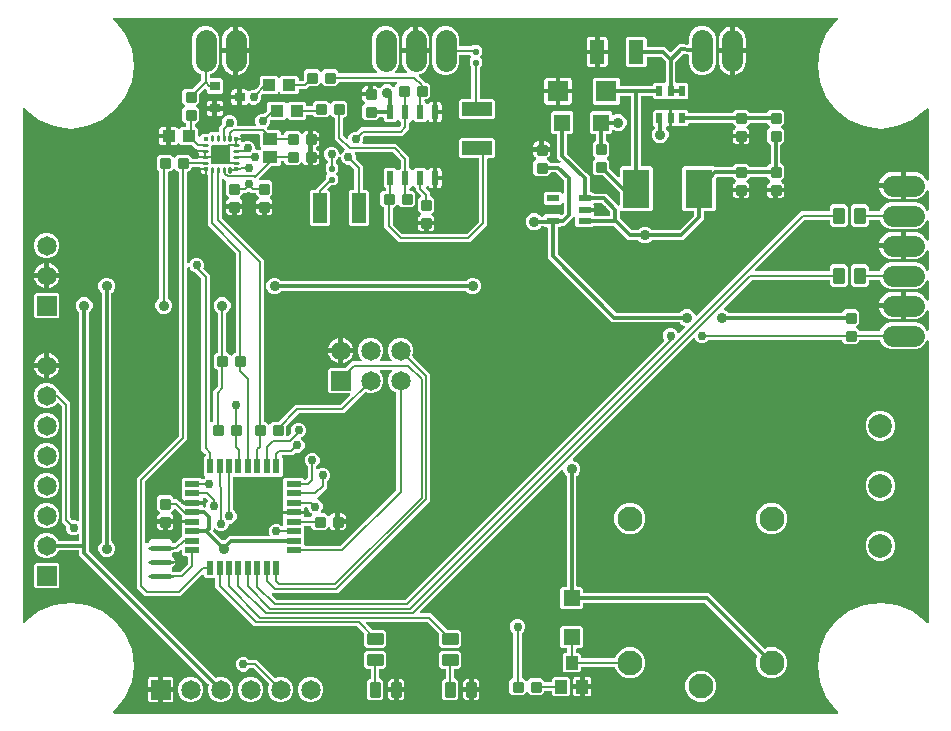
<source format=gtl>
G04 EAGLE Gerber RS-274X export*
G75*
%MOMM*%
%FSLAX34Y34*%
%LPD*%
%INTop Copper*%
%IPPOS*%
%AMOC8*
5,1,8,0,0,1.08239X$1,22.5*%
G01*
%ADD10C,0.222250*%
%ADD11R,2.500000X1.200000*%
%ADD12R,1.270000X2.032000*%
%ADD13R,1.100000X1.000000*%
%ADD14R,1.200000X2.500000*%
%ADD15R,0.900000X0.800000*%
%ADD16R,1.397000X1.397000*%
%ADD17R,1.800000X1.770000*%
%ADD18R,1.651000X1.651000*%
%ADD19C,1.651000*%
%ADD20C,2.100000*%
%ADD21C,0.250000*%
%ADD22R,2.300000X3.300000*%
%ADD23R,1.016000X1.143000*%
%ADD24C,0.254000*%
%ADD25R,1.270000X0.558800*%
%ADD26R,0.558800X1.270000*%
%ADD27R,0.340000X0.340000*%
%ADD28C,0.266000*%
%ADD29C,0.160000*%
%ADD30R,0.600000X1.200000*%
%ADD31R,0.600000X0.900000*%
%ADD32R,1.050000X0.600000*%
%ADD33C,1.800000*%
%ADD34C,2.000000*%
%ADD35C,0.450000*%
%ADD36R,1.250000X1.000000*%
%ADD37C,0.203200*%
%ADD38C,0.152400*%
%ADD39C,0.906400*%
%ADD40C,0.304800*%
%ADD41C,0.756400*%

G36*
X699808Y10174D02*
X699808Y10174D01*
X699904Y10179D01*
X699948Y10194D01*
X699995Y10201D01*
X700082Y10240D01*
X700173Y10270D01*
X700211Y10298D01*
X700254Y10317D01*
X700327Y10379D01*
X700406Y10433D01*
X700435Y10470D01*
X700471Y10500D01*
X700524Y10580D01*
X700584Y10654D01*
X700603Y10698D01*
X700629Y10737D01*
X700658Y10828D01*
X700695Y10916D01*
X700701Y10963D01*
X700715Y11008D01*
X700717Y11104D01*
X700728Y11199D01*
X700721Y11245D01*
X700722Y11292D01*
X700698Y11385D01*
X700682Y11479D01*
X700662Y11522D01*
X700650Y11567D01*
X700601Y11650D01*
X700560Y11736D01*
X700532Y11766D01*
X700505Y11812D01*
X700383Y11927D01*
X700332Y11981D01*
X698889Y13089D01*
X690413Y24134D01*
X685085Y36997D01*
X683268Y50800D01*
X685085Y64603D01*
X690413Y77466D01*
X698889Y88511D01*
X709934Y96987D01*
X722797Y102315D01*
X736600Y104132D01*
X750403Y102315D01*
X763266Y96987D01*
X774311Y88511D01*
X775419Y87068D01*
X775487Y87001D01*
X775549Y86929D01*
X775588Y86902D01*
X775621Y86869D01*
X775706Y86824D01*
X775785Y86771D01*
X775830Y86757D01*
X775872Y86734D01*
X775965Y86714D01*
X776056Y86685D01*
X776103Y86684D01*
X776149Y86674D01*
X776245Y86680D01*
X776340Y86678D01*
X776386Y86690D01*
X776433Y86693D01*
X776523Y86726D01*
X776615Y86750D01*
X776656Y86774D01*
X776700Y86790D01*
X776778Y86846D01*
X776860Y86895D01*
X776892Y86929D01*
X776930Y86957D01*
X776989Y87033D01*
X777054Y87102D01*
X777076Y87144D01*
X777105Y87182D01*
X777140Y87270D01*
X777184Y87355D01*
X777191Y87397D01*
X777210Y87446D01*
X777227Y87613D01*
X777239Y87687D01*
X777239Y325332D01*
X777227Y325417D01*
X777225Y325503D01*
X777207Y325557D01*
X777199Y325613D01*
X777164Y325692D01*
X777138Y325774D01*
X777106Y325821D01*
X777083Y325873D01*
X777028Y325938D01*
X776980Y326010D01*
X776936Y326046D01*
X776900Y326090D01*
X776828Y326137D01*
X776762Y326193D01*
X776710Y326216D01*
X776663Y326247D01*
X776581Y326273D01*
X776502Y326308D01*
X776446Y326316D01*
X776392Y326333D01*
X776306Y326335D01*
X776221Y326347D01*
X776165Y326339D01*
X776108Y326340D01*
X776025Y326319D01*
X775939Y326306D01*
X775888Y326283D01*
X775833Y326269D01*
X775759Y326225D01*
X775680Y326189D01*
X775637Y326152D01*
X775588Y326123D01*
X775529Y326061D01*
X775464Y326005D01*
X775438Y325963D01*
X775394Y325916D01*
X775328Y325787D01*
X775286Y325720D01*
X774434Y323663D01*
X771187Y320416D01*
X766946Y318659D01*
X744354Y318659D01*
X740113Y320416D01*
X736866Y323663D01*
X735891Y326017D01*
X735890Y326018D01*
X735890Y326019D01*
X735819Y326140D01*
X735747Y326261D01*
X735746Y326262D01*
X735745Y326264D01*
X735641Y326361D01*
X735540Y326457D01*
X735539Y326457D01*
X735537Y326458D01*
X735413Y326522D01*
X735287Y326587D01*
X735286Y326587D01*
X735284Y326588D01*
X735270Y326590D01*
X735008Y326642D01*
X734978Y326639D01*
X734953Y326643D01*
X719201Y326643D01*
X719143Y326635D01*
X719085Y326637D01*
X719003Y326615D01*
X718919Y326603D01*
X718866Y326580D01*
X718810Y326565D01*
X718737Y326522D01*
X718660Y326487D01*
X718615Y326449D01*
X718565Y326420D01*
X718507Y326358D01*
X718443Y326304D01*
X718411Y326255D01*
X718371Y326212D01*
X718332Y326137D01*
X718285Y326067D01*
X718268Y326011D01*
X718241Y325959D01*
X718230Y325891D01*
X718200Y325796D01*
X718197Y325696D01*
X718186Y325628D01*
X718186Y325354D01*
X716046Y323214D01*
X706354Y323214D01*
X704214Y325354D01*
X704214Y325628D01*
X704206Y325686D01*
X704208Y325744D01*
X704186Y325826D01*
X704174Y325910D01*
X704151Y325963D01*
X704136Y326019D01*
X704093Y326092D01*
X704058Y326169D01*
X704020Y326214D01*
X703991Y326264D01*
X703929Y326322D01*
X703875Y326386D01*
X703826Y326418D01*
X703783Y326458D01*
X703708Y326497D01*
X703638Y326544D01*
X703582Y326561D01*
X703530Y326588D01*
X703462Y326599D01*
X703367Y326629D01*
X703267Y326632D01*
X703199Y326643D01*
X591276Y326643D01*
X591189Y326631D01*
X591101Y326628D01*
X591049Y326611D01*
X590994Y326603D01*
X590914Y326568D01*
X590831Y326541D01*
X590792Y326513D01*
X590735Y326487D01*
X590621Y326391D01*
X590558Y326346D01*
X589052Y324840D01*
X586728Y323877D01*
X584212Y323877D01*
X581888Y324840D01*
X580110Y326618D01*
X579710Y327584D01*
X579651Y327684D01*
X579598Y327785D01*
X579579Y327805D01*
X579565Y327829D01*
X579482Y327908D01*
X579403Y327991D01*
X579379Y328005D01*
X579359Y328024D01*
X579257Y328077D01*
X579157Y328135D01*
X579131Y328142D01*
X579106Y328155D01*
X578993Y328177D01*
X578882Y328205D01*
X578854Y328204D01*
X578827Y328210D01*
X578712Y328200D01*
X578598Y328196D01*
X578571Y328188D01*
X578544Y328185D01*
X578436Y328144D01*
X578327Y328109D01*
X578307Y328094D01*
X578278Y328083D01*
X578065Y327922D01*
X578054Y327914D01*
X578052Y327912D01*
X476044Y225904D01*
X475975Y225813D01*
X475901Y225724D01*
X475890Y225699D01*
X475873Y225677D01*
X475832Y225570D01*
X475786Y225465D01*
X475782Y225437D01*
X475772Y225411D01*
X475762Y225297D01*
X475747Y225183D01*
X475751Y225156D01*
X475748Y225128D01*
X475771Y225015D01*
X475787Y224902D01*
X475799Y224876D01*
X475804Y224849D01*
X475857Y224747D01*
X475905Y224643D01*
X475923Y224622D01*
X475935Y224597D01*
X476014Y224514D01*
X476089Y224426D01*
X476110Y224413D01*
X476131Y224391D01*
X476361Y224256D01*
X476373Y224248D01*
X478986Y223166D01*
X480976Y221176D01*
X482053Y218577D01*
X482053Y215763D01*
X480976Y213164D01*
X479342Y211530D01*
X479290Y211460D01*
X479230Y211396D01*
X479204Y211347D01*
X479171Y211303D01*
X479140Y211221D01*
X479100Y211143D01*
X479092Y211095D01*
X479070Y211037D01*
X479058Y210889D01*
X479045Y210812D01*
X479045Y118491D01*
X479053Y118433D01*
X479051Y118375D01*
X479073Y118293D01*
X479085Y118209D01*
X479108Y118156D01*
X479123Y118100D01*
X479166Y118027D01*
X479201Y117950D01*
X479239Y117905D01*
X479268Y117855D01*
X479330Y117797D01*
X479384Y117733D01*
X479433Y117701D01*
X479476Y117661D01*
X479551Y117622D01*
X479621Y117575D01*
X479677Y117558D01*
X479729Y117531D01*
X479797Y117520D01*
X479892Y117490D01*
X479992Y117487D01*
X480060Y117476D01*
X483017Y117476D01*
X484506Y115987D01*
X484506Y113030D01*
X484514Y112972D01*
X484512Y112914D01*
X484534Y112832D01*
X484546Y112748D01*
X484569Y112695D01*
X484584Y112639D01*
X484627Y112566D01*
X484662Y112489D01*
X484700Y112444D01*
X484729Y112394D01*
X484791Y112336D01*
X484845Y112272D01*
X484894Y112240D01*
X484937Y112200D01*
X485012Y112161D01*
X485082Y112114D01*
X485138Y112097D01*
X485190Y112070D01*
X485258Y112059D01*
X485353Y112029D01*
X485453Y112026D01*
X485521Y112015D01*
X591234Y112015D01*
X637804Y65444D01*
X637805Y65443D01*
X637806Y65442D01*
X637925Y65354D01*
X638031Y65273D01*
X638033Y65273D01*
X638034Y65272D01*
X638168Y65221D01*
X638297Y65172D01*
X638299Y65172D01*
X638300Y65171D01*
X638445Y65160D01*
X638580Y65149D01*
X638582Y65149D01*
X638583Y65149D01*
X638599Y65152D01*
X638859Y65204D01*
X638886Y65219D01*
X638911Y65224D01*
X641606Y66341D01*
X646794Y66341D01*
X651587Y64355D01*
X655255Y60687D01*
X657241Y55894D01*
X657241Y50706D01*
X655255Y45913D01*
X651587Y42245D01*
X646794Y40259D01*
X641606Y40259D01*
X636813Y42245D01*
X633145Y45913D01*
X631159Y50706D01*
X631159Y55894D01*
X632276Y58589D01*
X632276Y58591D01*
X632277Y58592D01*
X632311Y58725D01*
X632347Y58865D01*
X632347Y58866D01*
X632347Y58868D01*
X632343Y59008D01*
X632339Y59149D01*
X632338Y59150D01*
X632338Y59152D01*
X632295Y59284D01*
X632252Y59420D01*
X632251Y59421D01*
X632251Y59423D01*
X632242Y59435D01*
X632094Y59656D01*
X632070Y59676D01*
X632056Y59696D01*
X588164Y103588D01*
X588094Y103640D01*
X588030Y103700D01*
X587981Y103726D01*
X587936Y103759D01*
X587855Y103790D01*
X587777Y103830D01*
X587729Y103838D01*
X587671Y103860D01*
X587523Y103872D01*
X587446Y103885D01*
X485521Y103885D01*
X485463Y103877D01*
X485405Y103879D01*
X485323Y103857D01*
X485239Y103845D01*
X485186Y103822D01*
X485130Y103807D01*
X485057Y103764D01*
X484980Y103729D01*
X484935Y103691D01*
X484885Y103662D01*
X484827Y103600D01*
X484763Y103546D01*
X484731Y103497D01*
X484691Y103454D01*
X484652Y103379D01*
X484605Y103309D01*
X484588Y103253D01*
X484561Y103201D01*
X484550Y103133D01*
X484520Y103038D01*
X484517Y102938D01*
X484506Y102870D01*
X484506Y99913D01*
X483017Y98424D01*
X466943Y98424D01*
X465454Y99913D01*
X465454Y115987D01*
X466943Y117476D01*
X469900Y117476D01*
X469958Y117484D01*
X470016Y117482D01*
X470098Y117504D01*
X470182Y117516D01*
X470235Y117539D01*
X470291Y117554D01*
X470364Y117597D01*
X470441Y117632D01*
X470486Y117670D01*
X470536Y117699D01*
X470594Y117761D01*
X470658Y117815D01*
X470690Y117864D01*
X470730Y117907D01*
X470769Y117982D01*
X470816Y118052D01*
X470833Y118108D01*
X470860Y118160D01*
X470871Y118228D01*
X470901Y118323D01*
X470904Y118423D01*
X470915Y118491D01*
X470915Y210812D01*
X470903Y210898D01*
X470900Y210986D01*
X470883Y211039D01*
X470875Y211093D01*
X470840Y211173D01*
X470813Y211256D01*
X470785Y211296D01*
X470759Y211353D01*
X470664Y211466D01*
X470618Y211530D01*
X468984Y213164D01*
X467902Y215777D01*
X467843Y215875D01*
X467790Y215977D01*
X467771Y215997D01*
X467757Y216021D01*
X467674Y216100D01*
X467595Y216183D01*
X467571Y216198D01*
X467551Y216217D01*
X467449Y216269D01*
X467349Y216327D01*
X467323Y216334D01*
X467298Y216347D01*
X467185Y216369D01*
X467074Y216397D01*
X467046Y216396D01*
X467019Y216402D01*
X466905Y216392D01*
X466790Y216388D01*
X466763Y216380D01*
X466736Y216377D01*
X466628Y216336D01*
X466519Y216301D01*
X466499Y216286D01*
X466470Y216275D01*
X466257Y216114D01*
X466246Y216106D01*
X466244Y216104D01*
X346870Y96730D01*
X346852Y96706D01*
X346830Y96687D01*
X346767Y96593D01*
X346699Y96503D01*
X346689Y96475D01*
X346672Y96451D01*
X346638Y96343D01*
X346598Y96237D01*
X346595Y96208D01*
X346586Y96180D01*
X346584Y96066D01*
X346574Y95954D01*
X346580Y95925D01*
X346579Y95896D01*
X346608Y95786D01*
X346630Y95675D01*
X346644Y95649D01*
X346651Y95621D01*
X346709Y95523D01*
X346761Y95423D01*
X346781Y95401D01*
X346796Y95376D01*
X346879Y95299D01*
X346957Y95217D01*
X346982Y95202D01*
X347004Y95182D01*
X347104Y95130D01*
X347202Y95073D01*
X347231Y95066D01*
X347257Y95052D01*
X347334Y95039D01*
X347478Y95003D01*
X347540Y95005D01*
X347588Y94997D01*
X355803Y94997D01*
X369222Y81578D01*
X369292Y81526D01*
X369356Y81466D01*
X369405Y81440D01*
X369449Y81407D01*
X369531Y81376D01*
X369609Y81336D01*
X369656Y81328D01*
X369715Y81306D01*
X369862Y81294D01*
X369940Y81281D01*
X379403Y81281D01*
X381636Y79048D01*
X381636Y68272D01*
X379403Y66039D01*
X364817Y66039D01*
X362584Y68272D01*
X362584Y77735D01*
X362572Y77822D01*
X362569Y77909D01*
X362552Y77962D01*
X362544Y78017D01*
X362509Y78097D01*
X362482Y78180D01*
X362454Y78219D01*
X362428Y78276D01*
X362332Y78389D01*
X362287Y78453D01*
X353154Y87586D01*
X353084Y87638D01*
X353020Y87698D01*
X352971Y87724D01*
X352927Y87757D01*
X352845Y87788D01*
X352767Y87828D01*
X352720Y87836D01*
X352661Y87858D01*
X352514Y87870D01*
X352436Y87883D01*
X301868Y87883D01*
X301839Y87879D01*
X301809Y87882D01*
X301698Y87859D01*
X301586Y87843D01*
X301560Y87831D01*
X301531Y87826D01*
X301430Y87774D01*
X301327Y87727D01*
X301304Y87708D01*
X301278Y87695D01*
X301196Y87617D01*
X301110Y87544D01*
X301094Y87519D01*
X301072Y87499D01*
X301015Y87401D01*
X300952Y87307D01*
X300943Y87279D01*
X300929Y87254D01*
X300901Y87144D01*
X300866Y87036D01*
X300866Y87006D01*
X300858Y86978D01*
X300862Y86865D01*
X300859Y86752D01*
X300867Y86723D01*
X300868Y86694D01*
X300902Y86586D01*
X300931Y86477D01*
X300946Y86451D01*
X300955Y86423D01*
X301001Y86360D01*
X301076Y86232D01*
X301122Y86189D01*
X301150Y86150D01*
X305722Y81578D01*
X305792Y81526D01*
X305856Y81466D01*
X305905Y81440D01*
X305949Y81407D01*
X306031Y81376D01*
X306109Y81336D01*
X306156Y81328D01*
X306215Y81306D01*
X306362Y81294D01*
X306440Y81281D01*
X315903Y81281D01*
X318136Y79048D01*
X318136Y68272D01*
X315903Y66039D01*
X301317Y66039D01*
X299084Y68272D01*
X299084Y77735D01*
X299072Y77822D01*
X299069Y77909D01*
X299052Y77962D01*
X299044Y78017D01*
X299009Y78097D01*
X298982Y78180D01*
X298954Y78219D01*
X298928Y78276D01*
X298832Y78389D01*
X298787Y78453D01*
X293464Y83776D01*
X293394Y83828D01*
X293330Y83888D01*
X293281Y83914D01*
X293237Y83947D01*
X293155Y83978D01*
X293077Y84018D01*
X293030Y84026D01*
X292971Y84048D01*
X292824Y84060D01*
X292746Y84073D01*
X205857Y84073D01*
X173293Y116637D01*
X173293Y123698D01*
X173285Y123756D01*
X173287Y123814D01*
X173265Y123896D01*
X173253Y123980D01*
X173230Y124033D01*
X173215Y124089D01*
X173172Y124162D01*
X173137Y124239D01*
X173099Y124284D01*
X173070Y124334D01*
X173008Y124392D01*
X172954Y124456D01*
X172905Y124488D01*
X172862Y124528D01*
X172787Y124567D01*
X172717Y124614D01*
X172661Y124631D01*
X172609Y124658D01*
X172541Y124669D01*
X172446Y124699D01*
X172346Y124702D01*
X172278Y124713D01*
X165004Y124713D01*
X163515Y126202D01*
X163515Y126824D01*
X163511Y126853D01*
X163514Y126883D01*
X163491Y126994D01*
X163475Y127106D01*
X163463Y127132D01*
X163458Y127161D01*
X163406Y127262D01*
X163359Y127365D01*
X163340Y127388D01*
X163327Y127414D01*
X163249Y127496D01*
X163176Y127582D01*
X163151Y127598D01*
X163131Y127620D01*
X163033Y127677D01*
X162939Y127740D01*
X162911Y127749D01*
X162886Y127763D01*
X162776Y127791D01*
X162668Y127826D01*
X162638Y127826D01*
X162610Y127834D01*
X162497Y127830D01*
X162384Y127833D01*
X162355Y127825D01*
X162326Y127824D01*
X162218Y127790D01*
X162109Y127761D01*
X162083Y127746D01*
X162055Y127737D01*
X161992Y127691D01*
X161864Y127616D01*
X161821Y127570D01*
X161782Y127542D01*
X146094Y111854D01*
X143713Y109473D01*
X114097Y109473D01*
X106933Y116637D01*
X106933Y209753D01*
X142196Y245016D01*
X142248Y245086D01*
X142308Y245150D01*
X142334Y245199D01*
X142367Y245243D01*
X142398Y245325D01*
X142438Y245403D01*
X142446Y245450D01*
X142468Y245509D01*
X142480Y245656D01*
X142493Y245734D01*
X142493Y468249D01*
X142485Y468307D01*
X142487Y468365D01*
X142465Y468447D01*
X142453Y468531D01*
X142430Y468584D01*
X142415Y468640D01*
X142372Y468713D01*
X142337Y468790D01*
X142299Y468835D01*
X142270Y468885D01*
X142208Y468943D01*
X142154Y469007D01*
X142105Y469039D01*
X142062Y469079D01*
X141987Y469118D01*
X141917Y469165D01*
X141861Y469182D01*
X141809Y469209D01*
X141741Y469220D01*
X141646Y469250D01*
X141546Y469253D01*
X141478Y469264D01*
X141204Y469264D01*
X139148Y471320D01*
X139101Y471355D01*
X139061Y471397D01*
X138988Y471440D01*
X138921Y471491D01*
X138866Y471512D01*
X138816Y471541D01*
X138734Y471562D01*
X138655Y471592D01*
X138597Y471597D01*
X138540Y471611D01*
X138456Y471609D01*
X138372Y471616D01*
X138314Y471604D01*
X138256Y471602D01*
X138176Y471576D01*
X138093Y471560D01*
X138041Y471533D01*
X137985Y471515D01*
X137929Y471475D01*
X137841Y471429D01*
X137768Y471360D01*
X137712Y471320D01*
X135656Y469264D01*
X134112Y469264D01*
X134054Y469256D01*
X133996Y469258D01*
X133914Y469236D01*
X133830Y469224D01*
X133777Y469201D01*
X133721Y469186D01*
X133648Y469143D01*
X133571Y469108D01*
X133526Y469070D01*
X133476Y469041D01*
X133418Y468979D01*
X133354Y468925D01*
X133322Y468876D01*
X133282Y468833D01*
X133243Y468758D01*
X133196Y468688D01*
X133179Y468632D01*
X133152Y468580D01*
X133141Y468512D01*
X133111Y468417D01*
X133108Y468317D01*
X133097Y468249D01*
X133097Y362461D01*
X133097Y362458D01*
X133097Y362455D01*
X133117Y362316D01*
X133121Y362288D01*
X133121Y362283D01*
X133122Y362279D01*
X133137Y362179D01*
X133138Y362176D01*
X133138Y362174D01*
X133188Y362063D01*
X133189Y362061D01*
X133191Y362058D01*
X133196Y362046D01*
X133202Y362033D01*
X133209Y362012D01*
X133216Y362002D01*
X133253Y361920D01*
X133255Y361917D01*
X133256Y361915D01*
X133321Y361839D01*
X133334Y361817D01*
X133362Y361790D01*
X133391Y361756D01*
X133404Y361739D01*
X133419Y361724D01*
X133436Y361703D01*
X133439Y361701D01*
X133441Y361699D01*
X133448Y361694D01*
X135536Y359606D01*
X136613Y357007D01*
X136613Y354193D01*
X135536Y351594D01*
X133546Y349604D01*
X130947Y348527D01*
X128133Y348527D01*
X125534Y349604D01*
X123544Y351594D01*
X122467Y354193D01*
X122467Y357007D01*
X123544Y359606D01*
X125676Y361739D01*
X125693Y361760D01*
X125712Y361777D01*
X125729Y361802D01*
X125795Y361872D01*
X125796Y361874D01*
X125798Y361876D01*
X125838Y361953D01*
X125847Y361966D01*
X125856Y361990D01*
X125862Y362001D01*
X125864Y362005D01*
X125870Y362014D01*
X125872Y362020D01*
X125926Y362124D01*
X125926Y362127D01*
X125928Y362130D01*
X125932Y362155D01*
X125946Y362225D01*
X125949Y362232D01*
X125949Y362241D01*
X125982Y362403D01*
X125979Y362435D01*
X125983Y362461D01*
X125983Y468824D01*
X125971Y468911D01*
X125968Y468998D01*
X125951Y469051D01*
X125943Y469106D01*
X125908Y469185D01*
X125881Y469269D01*
X125853Y469308D01*
X125827Y469365D01*
X125731Y469478D01*
X125686Y469542D01*
X123824Y471404D01*
X123824Y481096D01*
X125964Y483236D01*
X135656Y483236D01*
X137712Y481180D01*
X137759Y481145D01*
X137799Y481103D01*
X137872Y481060D01*
X137939Y481009D01*
X137994Y480988D01*
X138044Y480959D01*
X138126Y480938D01*
X138205Y480908D01*
X138263Y480903D01*
X138320Y480889D01*
X138404Y480891D01*
X138488Y480884D01*
X138546Y480896D01*
X138604Y480898D01*
X138684Y480924D01*
X138767Y480940D01*
X138819Y480967D01*
X138875Y480985D01*
X138931Y481025D01*
X139019Y481071D01*
X139092Y481140D01*
X139148Y481180D01*
X141204Y483236D01*
X150896Y483236D01*
X153036Y481096D01*
X153036Y480822D01*
X153044Y480764D01*
X153042Y480706D01*
X153064Y480624D01*
X153076Y480540D01*
X153099Y480487D01*
X153114Y480431D01*
X153157Y480358D01*
X153192Y480281D01*
X153230Y480236D01*
X153259Y480186D01*
X153321Y480128D01*
X153375Y480064D01*
X153424Y480032D01*
X153467Y479992D01*
X153542Y479953D01*
X153612Y479906D01*
X153668Y479889D01*
X153720Y479862D01*
X153788Y479851D01*
X153883Y479821D01*
X153983Y479818D01*
X154051Y479807D01*
X157844Y479807D01*
X157902Y479815D01*
X157960Y479813D01*
X158042Y479835D01*
X158126Y479847D01*
X158179Y479870D01*
X158235Y479885D01*
X158308Y479928D01*
X158385Y479963D01*
X158430Y480001D01*
X158480Y480030D01*
X158538Y480092D01*
X158602Y480146D01*
X158634Y480195D01*
X158674Y480238D01*
X158713Y480313D01*
X158741Y480355D01*
X164450Y480355D01*
X164508Y480363D01*
X164566Y480361D01*
X164648Y480383D01*
X164731Y480394D01*
X164785Y480418D01*
X164841Y480433D01*
X164914Y480476D01*
X164991Y480511D01*
X165035Y480548D01*
X165085Y480578D01*
X165143Y480640D01*
X165208Y480694D01*
X165208Y480695D01*
X165240Y480743D01*
X165280Y480786D01*
X165319Y480861D01*
X165366Y480931D01*
X165383Y480987D01*
X165410Y481039D01*
X165421Y481107D01*
X165451Y481202D01*
X165454Y481302D01*
X165465Y481370D01*
X165465Y486370D01*
X165458Y486419D01*
X165459Y486429D01*
X165457Y486434D01*
X165459Y486486D01*
X165437Y486568D01*
X165426Y486651D01*
X165402Y486705D01*
X165387Y486761D01*
X165344Y486834D01*
X165309Y486911D01*
X165272Y486955D01*
X165242Y487005D01*
X165241Y487006D01*
X165180Y487063D01*
X165126Y487128D01*
X165125Y487128D01*
X165077Y487160D01*
X165034Y487200D01*
X164959Y487239D01*
X164889Y487286D01*
X164833Y487303D01*
X164781Y487330D01*
X164713Y487341D01*
X164618Y487371D01*
X164518Y487374D01*
X164450Y487385D01*
X158664Y487385D01*
X158636Y487434D01*
X158574Y487491D01*
X158520Y487556D01*
X158471Y487588D01*
X158428Y487628D01*
X158353Y487667D01*
X158283Y487713D01*
X158227Y487731D01*
X158175Y487758D01*
X158107Y487769D01*
X158012Y487799D01*
X157912Y487802D01*
X157844Y487813D01*
X157007Y487813D01*
X153548Y491272D01*
X153478Y491324D01*
X153414Y491384D01*
X153365Y491410D01*
X153321Y491443D01*
X153239Y491474D01*
X153161Y491514D01*
X153114Y491522D01*
X153055Y491544D01*
X152908Y491556D01*
X152830Y491569D01*
X144188Y491569D01*
X142916Y492840D01*
X142878Y492870D01*
X142845Y492906D01*
X142764Y492955D01*
X142689Y493011D01*
X142644Y493029D01*
X142602Y493054D01*
X142512Y493079D01*
X142424Y493112D01*
X142375Y493117D01*
X142328Y493129D01*
X142234Y493128D01*
X142140Y493136D01*
X142093Y493126D01*
X142044Y493126D01*
X141954Y493099D01*
X141862Y493080D01*
X141818Y493058D01*
X141772Y493044D01*
X141693Y492992D01*
X141609Y492949D01*
X141574Y492916D01*
X141533Y492889D01*
X141486Y492832D01*
X141403Y492753D01*
X141359Y492678D01*
X141319Y492630D01*
X141273Y492550D01*
X140800Y492077D01*
X140221Y491742D01*
X139574Y491569D01*
X135771Y491569D01*
X135771Y498094D01*
X135763Y498152D01*
X135764Y498210D01*
X135743Y498292D01*
X135731Y498375D01*
X135707Y498429D01*
X135693Y498485D01*
X135650Y498558D01*
X135615Y498635D01*
X135577Y498679D01*
X135547Y498730D01*
X135486Y498787D01*
X135431Y498852D01*
X135383Y498884D01*
X135340Y498924D01*
X135265Y498963D01*
X135195Y499009D01*
X135139Y499027D01*
X135087Y499054D01*
X135019Y499065D01*
X134924Y499095D01*
X134824Y499098D01*
X134756Y499109D01*
X133739Y499109D01*
X133739Y499111D01*
X134756Y499111D01*
X134814Y499119D01*
X134872Y499118D01*
X134954Y499139D01*
X135037Y499151D01*
X135091Y499175D01*
X135147Y499189D01*
X135220Y499232D01*
X135297Y499267D01*
X135341Y499305D01*
X135392Y499335D01*
X135449Y499396D01*
X135514Y499451D01*
X135546Y499499D01*
X135586Y499542D01*
X135625Y499617D01*
X135671Y499687D01*
X135689Y499743D01*
X135716Y499795D01*
X135727Y499863D01*
X135757Y499958D01*
X135760Y500058D01*
X135771Y500126D01*
X135771Y506651D01*
X139574Y506651D01*
X140221Y506478D01*
X140800Y506143D01*
X141273Y505670D01*
X141319Y505590D01*
X141349Y505551D01*
X141372Y505508D01*
X141437Y505440D01*
X141495Y505366D01*
X141534Y505337D01*
X141568Y505302D01*
X141649Y505255D01*
X141725Y505200D01*
X141771Y505183D01*
X141813Y505158D01*
X141904Y505135D01*
X141992Y505103D01*
X142041Y505100D01*
X142088Y505088D01*
X142182Y505091D01*
X142276Y505085D01*
X142324Y505096D01*
X142373Y505097D01*
X142462Y505126D01*
X142554Y505146D01*
X142597Y505170D01*
X142643Y505185D01*
X142704Y505228D01*
X142804Y505282D01*
X142865Y505343D01*
X142916Y505380D01*
X144188Y506651D01*
X147828Y506651D01*
X147886Y506659D01*
X147944Y506657D01*
X148026Y506679D01*
X148110Y506691D01*
X148163Y506714D01*
X148219Y506729D01*
X148292Y506772D01*
X148369Y506807D01*
X148414Y506845D01*
X148464Y506874D01*
X148522Y506936D01*
X148586Y506990D01*
X148618Y507039D01*
X148658Y507082D01*
X148697Y507157D01*
X148744Y507227D01*
X148761Y507283D01*
X148788Y507335D01*
X148799Y507403D01*
X148829Y507498D01*
X148832Y507598D01*
X148843Y507666D01*
X148843Y508889D01*
X148835Y508947D01*
X148837Y509005D01*
X148815Y509087D01*
X148803Y509171D01*
X148780Y509224D01*
X148765Y509280D01*
X148722Y509353D01*
X148687Y509430D01*
X148649Y509475D01*
X148620Y509525D01*
X148558Y509583D01*
X148504Y509647D01*
X148455Y509679D01*
X148412Y509719D01*
X148337Y509758D01*
X148267Y509805D01*
X148211Y509822D01*
X148159Y509849D01*
X148091Y509860D01*
X147996Y509890D01*
X147896Y509893D01*
X147828Y509904D01*
X147554Y509904D01*
X145414Y512044D01*
X145414Y521736D01*
X147470Y523792D01*
X147505Y523839D01*
X147547Y523879D01*
X147590Y523952D01*
X147641Y524019D01*
X147662Y524074D01*
X147691Y524124D01*
X147712Y524206D01*
X147742Y524285D01*
X147747Y524343D01*
X147761Y524400D01*
X147759Y524484D01*
X147766Y524568D01*
X147754Y524626D01*
X147752Y524684D01*
X147726Y524764D01*
X147710Y524847D01*
X147683Y524899D01*
X147665Y524955D01*
X147625Y525011D01*
X147579Y525099D01*
X147510Y525172D01*
X147470Y525228D01*
X145414Y527284D01*
X145414Y536976D01*
X147554Y539116D01*
X153935Y539116D01*
X154022Y539128D01*
X154109Y539131D01*
X154162Y539148D01*
X154217Y539156D01*
X154297Y539191D01*
X154380Y539218D01*
X154419Y539246D01*
X154476Y539272D01*
X154589Y539368D01*
X154653Y539413D01*
X161246Y546006D01*
X161298Y546076D01*
X161358Y546140D01*
X161384Y546189D01*
X161417Y546233D01*
X161448Y546315D01*
X161488Y546393D01*
X161496Y546440D01*
X161518Y546499D01*
X161530Y546646D01*
X161543Y546724D01*
X161543Y550803D01*
X161543Y550805D01*
X161543Y550806D01*
X161524Y550943D01*
X161503Y551085D01*
X161503Y551086D01*
X161503Y551088D01*
X161446Y551214D01*
X161387Y551344D01*
X161386Y551345D01*
X161385Y551347D01*
X161294Y551454D01*
X161204Y551561D01*
X161202Y551562D01*
X161201Y551563D01*
X161188Y551571D01*
X160967Y551719D01*
X160938Y551728D01*
X160917Y551741D01*
X158563Y552716D01*
X155316Y555963D01*
X153559Y560204D01*
X153559Y582796D01*
X155316Y587037D01*
X158563Y590284D01*
X162804Y592041D01*
X167396Y592041D01*
X171637Y590284D01*
X174884Y587037D01*
X176641Y582796D01*
X176641Y560204D01*
X174884Y555963D01*
X171637Y552716D01*
X169283Y551741D01*
X169282Y551740D01*
X169281Y551740D01*
X169160Y551668D01*
X169039Y551597D01*
X169038Y551596D01*
X169036Y551595D01*
X168939Y551491D01*
X168843Y551390D01*
X168843Y551389D01*
X168842Y551387D01*
X168777Y551261D01*
X168713Y551137D01*
X168713Y551136D01*
X168712Y551134D01*
X168710Y551120D01*
X168658Y550858D01*
X168661Y550828D01*
X168657Y550803D01*
X168657Y549186D01*
X168665Y549128D01*
X168663Y549070D01*
X168685Y548988D01*
X168697Y548904D01*
X168720Y548851D01*
X168735Y548795D01*
X168778Y548722D01*
X168813Y548645D01*
X168851Y548600D01*
X168880Y548550D01*
X168942Y548492D01*
X168996Y548428D01*
X169045Y548396D01*
X169088Y548356D01*
X169163Y548317D01*
X169233Y548270D01*
X169289Y548253D01*
X169341Y548226D01*
X169409Y548215D01*
X169504Y548185D01*
X169604Y548182D01*
X169672Y548171D01*
X178432Y548171D01*
X179921Y546682D01*
X179921Y536578D01*
X178432Y535089D01*
X167328Y535089D01*
X165839Y536578D01*
X165839Y538088D01*
X165835Y538117D01*
X165838Y538147D01*
X165815Y538258D01*
X165799Y538370D01*
X165787Y538396D01*
X165782Y538425D01*
X165730Y538526D01*
X165683Y538629D01*
X165664Y538652D01*
X165651Y538678D01*
X165573Y538760D01*
X165500Y538846D01*
X165475Y538862D01*
X165455Y538884D01*
X165357Y538941D01*
X165263Y539004D01*
X165235Y539013D01*
X165210Y539027D01*
X165100Y539055D01*
X164992Y539090D01*
X164962Y539090D01*
X164934Y539098D01*
X164821Y539094D01*
X164708Y539097D01*
X164679Y539089D01*
X164650Y539088D01*
X164542Y539054D01*
X164433Y539025D01*
X164407Y539010D01*
X164379Y539001D01*
X164316Y538956D01*
X164188Y538880D01*
X164145Y538834D01*
X164106Y538806D01*
X159683Y534383D01*
X159631Y534313D01*
X159571Y534249D01*
X159545Y534200D01*
X159512Y534156D01*
X159481Y534074D01*
X159441Y533996D01*
X159433Y533949D01*
X159411Y533890D01*
X159399Y533743D01*
X159386Y533665D01*
X159386Y527284D01*
X157330Y525228D01*
X157295Y525181D01*
X157253Y525141D01*
X157210Y525068D01*
X157159Y525001D01*
X157138Y524946D01*
X157109Y524896D01*
X157088Y524814D01*
X157058Y524735D01*
X157053Y524677D01*
X157039Y524620D01*
X157041Y524536D01*
X157034Y524452D01*
X157046Y524394D01*
X157048Y524336D01*
X157074Y524256D01*
X157090Y524173D01*
X157117Y524121D01*
X157135Y524065D01*
X157175Y524009D01*
X157221Y523921D01*
X157290Y523848D01*
X157330Y523792D01*
X159386Y521736D01*
X159386Y512044D01*
X157246Y509904D01*
X156972Y509904D01*
X156914Y509896D01*
X156856Y509898D01*
X156774Y509876D01*
X156690Y509864D01*
X156637Y509841D01*
X156581Y509826D01*
X156508Y509783D01*
X156431Y509748D01*
X156386Y509710D01*
X156336Y509681D01*
X156278Y509619D01*
X156214Y509565D01*
X156182Y509516D01*
X156142Y509473D01*
X156103Y509398D01*
X156056Y509328D01*
X156039Y509272D01*
X156012Y509220D01*
X156001Y509152D01*
X155971Y509057D01*
X155968Y508957D01*
X155957Y508889D01*
X155957Y507666D01*
X155965Y507608D01*
X155963Y507550D01*
X155985Y507468D01*
X155997Y507384D01*
X156020Y507331D01*
X156035Y507275D01*
X156078Y507202D01*
X156113Y507125D01*
X156151Y507080D01*
X156180Y507030D01*
X156242Y506972D01*
X156296Y506908D01*
X156345Y506876D01*
X156388Y506836D01*
X156463Y506797D01*
X156533Y506750D01*
X156589Y506733D01*
X156641Y506706D01*
X156709Y506695D01*
X156804Y506665D01*
X156904Y506662D01*
X156972Y506651D01*
X157292Y506651D01*
X158781Y505162D01*
X158781Y499695D01*
X158785Y499666D01*
X158782Y499637D01*
X158805Y499525D01*
X158821Y499413D01*
X158833Y499387D01*
X158838Y499358D01*
X158891Y499257D01*
X158937Y499154D01*
X158956Y499132D01*
X158969Y499106D01*
X159047Y499023D01*
X159120Y498937D01*
X159145Y498921D01*
X159165Y498899D01*
X159263Y498842D01*
X159357Y498779D01*
X159385Y498771D01*
X159410Y498756D01*
X159520Y498728D01*
X159628Y498694D01*
X159658Y498693D01*
X159686Y498686D01*
X159799Y498689D01*
X159912Y498686D01*
X159941Y498694D01*
X159970Y498695D01*
X160078Y498730D01*
X160187Y498758D01*
X160213Y498773D01*
X160241Y498782D01*
X160304Y498828D01*
X160432Y498903D01*
X160475Y498949D01*
X160514Y498977D01*
X162298Y500761D01*
X166156Y500761D01*
X166243Y500773D01*
X166330Y500776D01*
X166383Y500793D01*
X166438Y500801D01*
X166517Y500836D01*
X166601Y500863D01*
X166640Y500891D01*
X166697Y500917D01*
X166810Y501013D01*
X166874Y501058D01*
X168627Y502811D01*
X171973Y502811D01*
X172082Y502702D01*
X172129Y502667D01*
X172169Y502624D01*
X172242Y502582D01*
X172309Y502531D01*
X172364Y502510D01*
X172414Y502481D01*
X172496Y502460D01*
X172575Y502430D01*
X172633Y502425D01*
X172690Y502411D01*
X172774Y502413D01*
X172858Y502406D01*
X172916Y502418D01*
X172974Y502420D01*
X173054Y502446D01*
X173137Y502462D01*
X173189Y502489D01*
X173245Y502507D01*
X173301Y502547D01*
X173389Y502593D01*
X173462Y502662D01*
X173518Y502702D01*
X173627Y502811D01*
X175728Y502811D01*
X175786Y502819D01*
X175844Y502817D01*
X175926Y502839D01*
X176010Y502851D01*
X176063Y502874D01*
X176119Y502889D01*
X176192Y502932D01*
X176269Y502967D01*
X176314Y503005D01*
X176364Y503034D01*
X176422Y503096D01*
X176486Y503150D01*
X176518Y503199D01*
X176558Y503242D01*
X176597Y503317D01*
X176644Y503387D01*
X176661Y503443D01*
X176688Y503495D01*
X176699Y503563D01*
X176729Y503658D01*
X176732Y503758D01*
X176743Y503826D01*
X176743Y506893D01*
X178800Y508950D01*
X178816Y508972D01*
X178836Y508988D01*
X178868Y509036D01*
X178912Y509084D01*
X178938Y509133D01*
X178971Y509177D01*
X178983Y509209D01*
X178993Y509225D01*
X179008Y509270D01*
X179042Y509337D01*
X179050Y509384D01*
X179072Y509443D01*
X179075Y509484D01*
X179079Y509496D01*
X179080Y509545D01*
X179084Y509590D01*
X179097Y509668D01*
X179097Y511798D01*
X180060Y514122D01*
X181838Y515900D01*
X184162Y516863D01*
X186678Y516863D01*
X189002Y515900D01*
X190780Y514122D01*
X191743Y511798D01*
X191743Y509282D01*
X191688Y509151D01*
X191659Y509039D01*
X191625Y508930D01*
X191624Y508902D01*
X191617Y508875D01*
X191620Y508760D01*
X191618Y508646D01*
X191625Y508619D01*
X191625Y508591D01*
X191660Y508481D01*
X191689Y508371D01*
X191703Y508347D01*
X191712Y508320D01*
X191776Y508225D01*
X191835Y508126D01*
X191855Y508107D01*
X191870Y508084D01*
X191958Y508010D01*
X192042Y507932D01*
X192067Y507919D01*
X192088Y507901D01*
X192193Y507855D01*
X192295Y507802D01*
X192320Y507798D01*
X192348Y507786D01*
X192612Y507749D01*
X192626Y507747D01*
X206680Y507747D01*
X206794Y507763D01*
X206908Y507773D01*
X206934Y507783D01*
X206961Y507787D01*
X207066Y507834D01*
X207173Y507875D01*
X207196Y507891D01*
X207221Y507903D01*
X207308Y507977D01*
X207400Y508046D01*
X207417Y508069D01*
X207438Y508086D01*
X207501Y508182D01*
X207570Y508274D01*
X207580Y508300D01*
X207595Y508323D01*
X207630Y508433D01*
X207671Y508540D01*
X207673Y508568D01*
X207681Y508594D01*
X207684Y508709D01*
X207693Y508823D01*
X207688Y508848D01*
X207689Y508878D01*
X207621Y509135D01*
X207618Y509151D01*
X207037Y510552D01*
X207037Y513068D01*
X208000Y515392D01*
X209778Y517170D01*
X212102Y518133D01*
X214232Y518133D01*
X214319Y518145D01*
X214406Y518148D01*
X214459Y518165D01*
X214514Y518173D01*
X214594Y518208D01*
X214677Y518235D01*
X214716Y518263D01*
X214773Y518289D01*
X214886Y518385D01*
X214950Y518430D01*
X216842Y520322D01*
X216894Y520392D01*
X216954Y520456D01*
X216980Y520505D01*
X217013Y520549D01*
X217044Y520631D01*
X217084Y520709D01*
X217092Y520756D01*
X217114Y520815D01*
X217126Y520962D01*
X217139Y521040D01*
X217139Y526752D01*
X218628Y528241D01*
X231732Y528241D01*
X232962Y527011D01*
X233009Y526976D01*
X233049Y526933D01*
X233122Y526891D01*
X233189Y526840D01*
X233244Y526819D01*
X233294Y526790D01*
X233376Y526769D01*
X233455Y526739D01*
X233513Y526734D01*
X233570Y526720D01*
X233654Y526722D01*
X233738Y526715D01*
X233796Y526727D01*
X233854Y526729D01*
X233934Y526755D01*
X234017Y526771D01*
X234069Y526798D01*
X234125Y526816D01*
X234181Y526856D01*
X234269Y526902D01*
X234342Y526971D01*
X234398Y527011D01*
X235628Y528241D01*
X248732Y528241D01*
X250221Y526752D01*
X250221Y525272D01*
X250229Y525214D01*
X250227Y525156D01*
X250249Y525074D01*
X250261Y524990D01*
X250284Y524937D01*
X250299Y524881D01*
X250342Y524808D01*
X250377Y524731D01*
X250415Y524686D01*
X250444Y524636D01*
X250506Y524578D01*
X250560Y524514D01*
X250609Y524482D01*
X250652Y524442D01*
X250727Y524403D01*
X250797Y524356D01*
X250853Y524339D01*
X250905Y524312D01*
X250973Y524301D01*
X251068Y524271D01*
X251168Y524268D01*
X251236Y524257D01*
X254889Y524257D01*
X254947Y524265D01*
X255005Y524263D01*
X255087Y524285D01*
X255171Y524297D01*
X255224Y524320D01*
X255280Y524335D01*
X255353Y524378D01*
X255430Y524413D01*
X255475Y524451D01*
X255525Y524480D01*
X255583Y524542D01*
X255647Y524596D01*
X255679Y524645D01*
X255719Y524688D01*
X255758Y524763D01*
X255805Y524833D01*
X255822Y524889D01*
X255849Y524941D01*
X255860Y525009D01*
X255890Y525104D01*
X255893Y525204D01*
X255904Y525272D01*
X255904Y526816D01*
X258044Y528956D01*
X267736Y528956D01*
X269792Y526900D01*
X269839Y526865D01*
X269879Y526823D01*
X269952Y526780D01*
X270019Y526729D01*
X270074Y526708D01*
X270124Y526679D01*
X270206Y526658D01*
X270285Y526628D01*
X270343Y526623D01*
X270400Y526609D01*
X270484Y526611D01*
X270568Y526604D01*
X270626Y526616D01*
X270684Y526618D01*
X270764Y526644D01*
X270847Y526660D01*
X270899Y526687D01*
X270955Y526705D01*
X271011Y526745D01*
X271099Y526791D01*
X271172Y526860D01*
X271228Y526900D01*
X273284Y528956D01*
X282976Y528956D01*
X285116Y526816D01*
X285116Y517124D01*
X282976Y514984D01*
X282702Y514984D01*
X282644Y514976D01*
X282586Y514978D01*
X282504Y514956D01*
X282420Y514944D01*
X282367Y514921D01*
X282311Y514906D01*
X282238Y514863D01*
X282161Y514828D01*
X282116Y514790D01*
X282066Y514761D01*
X282008Y514699D01*
X281944Y514645D01*
X281912Y514596D01*
X281872Y514553D01*
X281833Y514478D01*
X281786Y514408D01*
X281769Y514352D01*
X281742Y514300D01*
X281731Y514232D01*
X281701Y514137D01*
X281698Y514037D01*
X281687Y513969D01*
X281687Y499734D01*
X281699Y499647D01*
X281702Y499560D01*
X281719Y499507D01*
X281727Y499452D01*
X281762Y499372D01*
X281789Y499289D01*
X281817Y499250D01*
X281843Y499193D01*
X281939Y499080D01*
X281984Y499016D01*
X284044Y496956D01*
X284068Y496938D01*
X284087Y496916D01*
X284181Y496853D01*
X284271Y496785D01*
X284299Y496775D01*
X284323Y496758D01*
X284431Y496724D01*
X284537Y496684D01*
X284566Y496681D01*
X284594Y496672D01*
X284708Y496670D01*
X284820Y496660D01*
X284849Y496666D01*
X284878Y496665D01*
X284988Y496694D01*
X285099Y496716D01*
X285125Y496730D01*
X285153Y496737D01*
X285251Y496795D01*
X285351Y496847D01*
X285373Y496867D01*
X285398Y496882D01*
X285475Y496965D01*
X285557Y497043D01*
X285572Y497068D01*
X285592Y497090D01*
X285644Y497190D01*
X285701Y497288D01*
X285708Y497317D01*
X285722Y497343D01*
X285735Y497420D01*
X285771Y497564D01*
X285769Y497626D01*
X285777Y497674D01*
X285777Y497828D01*
X286740Y500152D01*
X288518Y501930D01*
X290842Y502893D01*
X292972Y502893D01*
X293059Y502905D01*
X293146Y502908D01*
X293199Y502925D01*
X293254Y502933D01*
X293334Y502968D01*
X293417Y502995D01*
X293456Y503023D01*
X293513Y503049D01*
X293626Y503145D01*
X293690Y503190D01*
X296977Y506477D01*
X328306Y506477D01*
X328393Y506489D01*
X328480Y506492D01*
X328533Y506509D01*
X328588Y506517D01*
X328668Y506552D01*
X328751Y506579D01*
X328790Y506607D01*
X328847Y506633D01*
X328960Y506729D01*
X329024Y506774D01*
X330156Y507906D01*
X330208Y507976D01*
X330268Y508040D01*
X330294Y508089D01*
X330327Y508133D01*
X330358Y508215D01*
X330398Y508293D01*
X330406Y508340D01*
X330428Y508399D01*
X330433Y508461D01*
X330439Y508481D01*
X330441Y508551D01*
X330453Y508624D01*
X330453Y510033D01*
X330441Y510120D01*
X330438Y510207D01*
X330421Y510260D01*
X330413Y510315D01*
X330378Y510394D01*
X330351Y510478D01*
X330323Y510517D01*
X330297Y510574D01*
X330201Y510687D01*
X330156Y510751D01*
X328378Y512529D01*
X328331Y512564D01*
X328291Y512607D01*
X328218Y512649D01*
X328151Y512700D01*
X328096Y512721D01*
X328046Y512750D01*
X327964Y512771D01*
X327885Y512801D01*
X327827Y512806D01*
X327770Y512820D01*
X327686Y512818D01*
X327602Y512825D01*
X327544Y512813D01*
X327486Y512811D01*
X327406Y512785D01*
X327323Y512769D01*
X327271Y512742D01*
X327215Y512724D01*
X327159Y512684D01*
X327071Y512638D01*
X326998Y512569D01*
X326942Y512529D01*
X325362Y510949D01*
X317258Y510949D01*
X315769Y512438D01*
X315769Y514350D01*
X315761Y514408D01*
X315763Y514466D01*
X315741Y514548D01*
X315729Y514632D01*
X315706Y514685D01*
X315691Y514741D01*
X315648Y514814D01*
X315613Y514891D01*
X315575Y514936D01*
X315546Y514986D01*
X315484Y515044D01*
X315430Y515108D01*
X315381Y515140D01*
X315338Y515180D01*
X315263Y515219D01*
X315193Y515266D01*
X315137Y515283D01*
X315085Y515310D01*
X315017Y515321D01*
X314922Y515351D01*
X314822Y515354D01*
X314754Y515365D01*
X312801Y515365D01*
X312743Y515357D01*
X312685Y515359D01*
X312603Y515337D01*
X312519Y515325D01*
X312466Y515302D01*
X312410Y515287D01*
X312337Y515244D01*
X312260Y515209D01*
X312215Y515171D01*
X312165Y515142D01*
X312107Y515080D01*
X312043Y515026D01*
X312011Y514977D01*
X311971Y514934D01*
X311932Y514859D01*
X311885Y514789D01*
X311868Y514733D01*
X311841Y514681D01*
X311833Y514631D01*
X309646Y512444D01*
X299954Y512444D01*
X297814Y514584D01*
X297814Y524276D01*
X300018Y526480D01*
X300047Y526519D01*
X300083Y526552D01*
X300132Y526632D01*
X300189Y526707D01*
X300206Y526753D01*
X300231Y526794D01*
X300256Y526885D01*
X300290Y526973D01*
X300294Y527021D01*
X300307Y527068D01*
X300306Y527162D01*
X300313Y527256D01*
X300304Y527304D01*
X300303Y527353D01*
X300276Y527443D01*
X300258Y527535D01*
X300235Y527578D01*
X300221Y527625D01*
X300170Y527704D01*
X300127Y527787D01*
X300093Y527822D01*
X300066Y527863D01*
X300009Y527911D01*
X299931Y527993D01*
X299856Y528037D01*
X299807Y528077D01*
X299224Y528414D01*
X298544Y529094D01*
X298063Y529927D01*
X297814Y530855D01*
X297814Y532639D01*
X303784Y532639D01*
X303842Y532647D01*
X303900Y532645D01*
X303982Y532667D01*
X304065Y532679D01*
X304119Y532703D01*
X304175Y532717D01*
X304248Y532760D01*
X304325Y532795D01*
X304369Y532833D01*
X304420Y532863D01*
X304477Y532924D01*
X304542Y532979D01*
X304574Y533027D01*
X304614Y533070D01*
X304653Y533145D01*
X304699Y533215D01*
X304717Y533271D01*
X304744Y533323D01*
X304755Y533391D01*
X304785Y533486D01*
X304788Y533586D01*
X304799Y533654D01*
X304799Y534671D01*
X305816Y534671D01*
X305874Y534679D01*
X305932Y534678D01*
X306014Y534699D01*
X306097Y534711D01*
X306151Y534735D01*
X306207Y534749D01*
X306280Y534792D01*
X306357Y534827D01*
X306401Y534865D01*
X306452Y534895D01*
X306509Y534956D01*
X306574Y535011D01*
X306606Y535059D01*
X306646Y535102D01*
X306685Y535177D01*
X306731Y535247D01*
X306749Y535303D01*
X306776Y535355D01*
X306787Y535423D01*
X306817Y535518D01*
X306820Y535618D01*
X306831Y535686D01*
X306831Y541656D01*
X308615Y541656D01*
X309543Y541407D01*
X310376Y540926D01*
X311056Y540246D01*
X311133Y540113D01*
X311163Y540074D01*
X311186Y540031D01*
X311250Y539963D01*
X311308Y539889D01*
X311348Y539860D01*
X311381Y539825D01*
X311463Y539777D01*
X311539Y539722D01*
X311585Y539706D01*
X311627Y539681D01*
X311718Y539658D01*
X311806Y539626D01*
X311855Y539623D01*
X311902Y539611D01*
X311996Y539614D01*
X312090Y539608D01*
X312138Y539619D01*
X312186Y539620D01*
X312276Y539649D01*
X312368Y539669D01*
X312410Y539693D01*
X312457Y539708D01*
X312517Y539751D01*
X312617Y539805D01*
X312679Y539866D01*
X312730Y539903D01*
X314764Y541936D01*
X317363Y543013D01*
X320177Y543013D01*
X322776Y541936D01*
X324021Y540691D01*
X324045Y540674D01*
X324064Y540651D01*
X324158Y540588D01*
X324248Y540520D01*
X324276Y540510D01*
X324300Y540494D01*
X324408Y540459D01*
X324514Y540419D01*
X324543Y540417D01*
X324571Y540408D01*
X324685Y540405D01*
X324797Y540396D01*
X324826Y540401D01*
X324855Y540401D01*
X324965Y540429D01*
X325076Y540451D01*
X325102Y540465D01*
X325130Y540472D01*
X325228Y540530D01*
X325328Y540582D01*
X325350Y540603D01*
X325375Y540618D01*
X325452Y540700D01*
X325534Y540778D01*
X325549Y540804D01*
X325569Y540825D01*
X325621Y540926D01*
X325678Y541023D01*
X325685Y541052D01*
X325699Y541078D01*
X325712Y541155D01*
X325748Y541299D01*
X325746Y541361D01*
X325754Y541409D01*
X325754Y542056D01*
X327048Y543350D01*
X327066Y543374D01*
X327088Y543393D01*
X327151Y543487D01*
X327219Y543577D01*
X327229Y543605D01*
X327246Y543629D01*
X327280Y543737D01*
X327320Y543843D01*
X327323Y543872D01*
X327331Y543900D01*
X327334Y544014D01*
X327344Y544126D01*
X327338Y544155D01*
X327339Y544184D01*
X327310Y544294D01*
X327288Y544405D01*
X327274Y544431D01*
X327267Y544459D01*
X327209Y544557D01*
X327157Y544657D01*
X327137Y544679D01*
X327122Y544704D01*
X327039Y544781D01*
X326961Y544863D01*
X326936Y544878D01*
X326914Y544898D01*
X326813Y544950D01*
X326716Y545007D01*
X326687Y545014D01*
X326661Y545028D01*
X326584Y545041D01*
X326440Y545077D01*
X326378Y545075D01*
X326330Y545083D01*
X278511Y545083D01*
X278453Y545075D01*
X278395Y545077D01*
X278313Y545055D01*
X278229Y545043D01*
X278176Y545020D01*
X278120Y545005D01*
X278047Y544962D01*
X277970Y544927D01*
X277925Y544889D01*
X277875Y544860D01*
X277817Y544798D01*
X277753Y544744D01*
X277721Y544695D01*
X277681Y544652D01*
X277642Y544577D01*
X277595Y544507D01*
X277578Y544451D01*
X277551Y544399D01*
X277540Y544331D01*
X277510Y544236D01*
X277507Y544136D01*
X277496Y544068D01*
X277496Y543794D01*
X275356Y541654D01*
X265664Y541654D01*
X263608Y543710D01*
X263561Y543745D01*
X263521Y543787D01*
X263448Y543830D01*
X263381Y543881D01*
X263326Y543902D01*
X263276Y543931D01*
X263194Y543952D01*
X263115Y543982D01*
X263057Y543987D01*
X263000Y544001D01*
X262916Y543999D01*
X262832Y544006D01*
X262774Y543994D01*
X262716Y543992D01*
X262636Y543966D01*
X262553Y543950D01*
X262501Y543923D01*
X262445Y543905D01*
X262389Y543865D01*
X262301Y543819D01*
X262228Y543750D01*
X262172Y543710D01*
X260116Y541654D01*
X253735Y541654D01*
X253648Y541642D01*
X253561Y541639D01*
X253508Y541622D01*
X253453Y541614D01*
X253373Y541579D01*
X253290Y541552D01*
X253251Y541524D01*
X253194Y541498D01*
X253081Y541402D01*
X253017Y541357D01*
X252774Y541114D01*
X250393Y538733D01*
X244886Y538733D01*
X244828Y538725D01*
X244770Y538727D01*
X244688Y538705D01*
X244604Y538693D01*
X244551Y538670D01*
X244495Y538655D01*
X244422Y538612D01*
X244345Y538577D01*
X244300Y538539D01*
X244250Y538510D01*
X244192Y538448D01*
X244128Y538394D01*
X244096Y538345D01*
X244056Y538302D01*
X244017Y538227D01*
X243970Y538157D01*
X243953Y538101D01*
X243926Y538049D01*
X243915Y537981D01*
X243885Y537886D01*
X243882Y537786D01*
X243871Y537718D01*
X243871Y536238D01*
X242382Y534749D01*
X229278Y534749D01*
X228048Y535979D01*
X228001Y536014D01*
X227961Y536057D01*
X227888Y536099D01*
X227821Y536150D01*
X227766Y536171D01*
X227716Y536200D01*
X227634Y536221D01*
X227555Y536251D01*
X227497Y536256D01*
X227440Y536270D01*
X227356Y536268D01*
X227272Y536275D01*
X227214Y536263D01*
X227156Y536261D01*
X227076Y536235D01*
X226993Y536219D01*
X226941Y536192D01*
X226885Y536174D01*
X226829Y536134D01*
X226741Y536088D01*
X226668Y536019D01*
X226612Y535979D01*
X225382Y534749D01*
X213810Y534749D01*
X213723Y534737D01*
X213636Y534734D01*
X213583Y534717D01*
X213528Y534709D01*
X213448Y534674D01*
X213365Y534647D01*
X213326Y534619D01*
X213269Y534593D01*
X213156Y534497D01*
X213092Y534452D01*
X212360Y533720D01*
X212346Y533702D01*
X212332Y533690D01*
X212302Y533644D01*
X212248Y533586D01*
X212222Y533537D01*
X212189Y533493D01*
X212158Y533411D01*
X212118Y533333D01*
X212110Y533286D01*
X212088Y533227D01*
X212076Y533080D01*
X212063Y533002D01*
X212063Y530872D01*
X211100Y528548D01*
X209322Y526770D01*
X206998Y525807D01*
X204482Y525807D01*
X202158Y526770D01*
X202061Y526868D01*
X202022Y526897D01*
X201989Y526933D01*
X201908Y526982D01*
X201833Y527039D01*
X201788Y527056D01*
X201746Y527081D01*
X201656Y527106D01*
X201568Y527140D01*
X201519Y527144D01*
X201472Y527157D01*
X201378Y527156D01*
X201284Y527163D01*
X201237Y527154D01*
X201188Y527153D01*
X201098Y527126D01*
X201006Y527107D01*
X200962Y527085D01*
X200916Y527071D01*
X200837Y527020D01*
X200753Y526976D01*
X200718Y526943D01*
X200677Y526916D01*
X200630Y526859D01*
X200547Y526781D01*
X200503Y526706D01*
X200464Y526657D01*
X200413Y526570D01*
X199940Y526097D01*
X199361Y525762D01*
X198714Y525589D01*
X195879Y525589D01*
X195879Y531146D01*
X195871Y531204D01*
X195873Y531262D01*
X195851Y531344D01*
X195839Y531427D01*
X195816Y531481D01*
X195801Y531537D01*
X195758Y531610D01*
X195723Y531687D01*
X195685Y531731D01*
X195656Y531782D01*
X195594Y531839D01*
X195540Y531904D01*
X195491Y531936D01*
X195448Y531976D01*
X195373Y532015D01*
X195303Y532061D01*
X195247Y532079D01*
X195195Y532106D01*
X195127Y532117D01*
X195085Y532130D01*
X195146Y532139D01*
X195199Y532163D01*
X195255Y532177D01*
X195328Y532221D01*
X195405Y532255D01*
X195450Y532293D01*
X195500Y532323D01*
X195558Y532384D01*
X195622Y532439D01*
X195654Y532487D01*
X195694Y532530D01*
X195733Y532605D01*
X195780Y532675D01*
X195797Y532731D01*
X195824Y532783D01*
X195835Y532851D01*
X195865Y532946D01*
X195868Y533046D01*
X195879Y533114D01*
X195879Y538671D01*
X198714Y538671D01*
X199361Y538498D01*
X199940Y538163D01*
X200413Y537690D01*
X200464Y537603D01*
X200494Y537564D01*
X200516Y537521D01*
X200581Y537453D01*
X200639Y537379D01*
X200678Y537350D01*
X200712Y537315D01*
X200793Y537267D01*
X200869Y537212D01*
X200915Y537196D01*
X200957Y537171D01*
X201048Y537148D01*
X201137Y537116D01*
X201185Y537113D01*
X201233Y537101D01*
X201326Y537104D01*
X201420Y537098D01*
X201468Y537108D01*
X201517Y537110D01*
X201606Y537139D01*
X201698Y537159D01*
X201741Y537183D01*
X201787Y537198D01*
X201848Y537241D01*
X201948Y537295D01*
X202010Y537356D01*
X202061Y537392D01*
X202158Y537490D01*
X204482Y538453D01*
X206612Y538453D01*
X206699Y538465D01*
X206786Y538468D01*
X206839Y538485D01*
X206894Y538493D01*
X206974Y538528D01*
X207057Y538555D01*
X207096Y538583D01*
X207153Y538609D01*
X207266Y538705D01*
X207330Y538750D01*
X210492Y541912D01*
X210544Y541982D01*
X210604Y542046D01*
X210630Y542095D01*
X210663Y542139D01*
X210694Y542221D01*
X210734Y542299D01*
X210742Y542346D01*
X210764Y542405D01*
X210776Y542552D01*
X210789Y542630D01*
X210789Y548342D01*
X212278Y549831D01*
X225382Y549831D01*
X226612Y548601D01*
X226659Y548566D01*
X226699Y548523D01*
X226772Y548481D01*
X226839Y548430D01*
X226894Y548409D01*
X226944Y548380D01*
X227026Y548359D01*
X227105Y548329D01*
X227163Y548324D01*
X227220Y548310D01*
X227304Y548312D01*
X227388Y548305D01*
X227446Y548317D01*
X227504Y548319D01*
X227584Y548345D01*
X227667Y548361D01*
X227719Y548388D01*
X227775Y548406D01*
X227831Y548446D01*
X227919Y548492D01*
X227992Y548561D01*
X228048Y548601D01*
X229278Y549831D01*
X242382Y549831D01*
X243871Y548342D01*
X243871Y546862D01*
X243879Y546804D01*
X243877Y546746D01*
X243899Y546664D01*
X243911Y546580D01*
X243934Y546527D01*
X243949Y546471D01*
X243992Y546398D01*
X244027Y546321D01*
X244065Y546276D01*
X244094Y546226D01*
X244156Y546168D01*
X244210Y546104D01*
X244259Y546072D01*
X244302Y546032D01*
X244377Y545993D01*
X244447Y545946D01*
X244503Y545929D01*
X244555Y545902D01*
X244623Y545891D01*
X244718Y545861D01*
X244818Y545858D01*
X244886Y545847D01*
X247026Y545847D01*
X247113Y545859D01*
X247200Y545862D01*
X247253Y545879D01*
X247308Y545887D01*
X247388Y545922D01*
X247471Y545949D01*
X247510Y545977D01*
X247567Y546003D01*
X247680Y546099D01*
X247744Y546144D01*
X247987Y546387D01*
X248039Y546457D01*
X248099Y546521D01*
X248125Y546570D01*
X248158Y546614D01*
X248189Y546696D01*
X248229Y546774D01*
X248237Y546821D01*
X248259Y546880D01*
X248271Y547027D01*
X248284Y547105D01*
X248284Y553486D01*
X250424Y555626D01*
X260116Y555626D01*
X262172Y553570D01*
X262219Y553535D01*
X262259Y553493D01*
X262332Y553450D01*
X262399Y553399D01*
X262454Y553378D01*
X262504Y553349D01*
X262586Y553328D01*
X262665Y553298D01*
X262723Y553293D01*
X262780Y553279D01*
X262864Y553281D01*
X262948Y553274D01*
X263006Y553286D01*
X263064Y553288D01*
X263144Y553314D01*
X263227Y553330D01*
X263279Y553357D01*
X263335Y553375D01*
X263391Y553415D01*
X263479Y553461D01*
X263552Y553530D01*
X263608Y553570D01*
X265664Y555626D01*
X275356Y555626D01*
X277496Y553486D01*
X277496Y553212D01*
X277504Y553154D01*
X277502Y553096D01*
X277524Y553014D01*
X277536Y552930D01*
X277559Y552877D01*
X277574Y552821D01*
X277617Y552748D01*
X277652Y552671D01*
X277690Y552626D01*
X277719Y552576D01*
X277781Y552518D01*
X277835Y552454D01*
X277884Y552422D01*
X277927Y552382D01*
X278002Y552343D01*
X278072Y552296D01*
X278128Y552279D01*
X278180Y552252D01*
X278248Y552241D01*
X278343Y552211D01*
X278443Y552208D01*
X278511Y552197D01*
X309031Y552197D01*
X309060Y552201D01*
X309089Y552198D01*
X309201Y552221D01*
X309313Y552237D01*
X309339Y552249D01*
X309368Y552254D01*
X309469Y552307D01*
X309572Y552353D01*
X309594Y552372D01*
X309621Y552385D01*
X309703Y552463D01*
X309789Y552536D01*
X309805Y552561D01*
X309827Y552581D01*
X309884Y552679D01*
X309947Y552773D01*
X309956Y552801D01*
X309970Y552826D01*
X309998Y552936D01*
X310032Y553044D01*
X310033Y553074D01*
X310040Y553102D01*
X310037Y553215D01*
X310040Y553328D01*
X310032Y553357D01*
X310031Y553386D01*
X309997Y553494D01*
X309968Y553603D01*
X309953Y553629D01*
X309944Y553657D01*
X309898Y553720D01*
X309823Y553848D01*
X309777Y553891D01*
X309749Y553930D01*
X307716Y555963D01*
X305959Y560204D01*
X305959Y582796D01*
X307716Y587037D01*
X310963Y590284D01*
X315204Y592041D01*
X319796Y592041D01*
X324037Y590284D01*
X327284Y587037D01*
X329041Y582796D01*
X329041Y560204D01*
X327284Y555963D01*
X325251Y553930D01*
X325233Y553906D01*
X325211Y553887D01*
X325148Y553793D01*
X325080Y553703D01*
X325070Y553675D01*
X325053Y553651D01*
X325019Y553543D01*
X324979Y553437D01*
X324976Y553408D01*
X324968Y553380D01*
X324965Y553266D01*
X324955Y553154D01*
X324961Y553125D01*
X324960Y553096D01*
X324989Y552986D01*
X325011Y552875D01*
X325025Y552849D01*
X325032Y552821D01*
X325090Y552723D01*
X325142Y552623D01*
X325162Y552601D01*
X325177Y552576D01*
X325260Y552499D01*
X325338Y552417D01*
X325363Y552402D01*
X325385Y552382D01*
X325485Y552330D01*
X325583Y552273D01*
X325612Y552266D01*
X325638Y552252D01*
X325715Y552239D01*
X325859Y552203D01*
X325921Y552205D01*
X325969Y552197D01*
X334431Y552197D01*
X334460Y552201D01*
X334489Y552198D01*
X334601Y552221D01*
X334713Y552237D01*
X334739Y552249D01*
X334768Y552254D01*
X334869Y552307D01*
X334972Y552353D01*
X334994Y552372D01*
X335021Y552385D01*
X335103Y552463D01*
X335189Y552536D01*
X335205Y552561D01*
X335227Y552581D01*
X335284Y552679D01*
X335347Y552773D01*
X335356Y552801D01*
X335370Y552826D01*
X335398Y552936D01*
X335432Y553044D01*
X335433Y553074D01*
X335440Y553102D01*
X335437Y553215D01*
X335440Y553328D01*
X335432Y553357D01*
X335431Y553386D01*
X335397Y553494D01*
X335368Y553603D01*
X335353Y553629D01*
X335344Y553657D01*
X335298Y553721D01*
X335223Y553848D01*
X335177Y553891D01*
X335149Y553930D01*
X334097Y554982D01*
X333030Y556451D01*
X332205Y558070D01*
X331643Y559798D01*
X331359Y561592D01*
X331359Y569469D01*
X341884Y569469D01*
X341942Y569477D01*
X342000Y569475D01*
X342082Y569497D01*
X342165Y569509D01*
X342219Y569533D01*
X342275Y569547D01*
X342348Y569590D01*
X342425Y569625D01*
X342469Y569663D01*
X342520Y569693D01*
X342577Y569754D01*
X342642Y569809D01*
X342674Y569857D01*
X342714Y569900D01*
X342753Y569975D01*
X342799Y570045D01*
X342817Y570101D01*
X342844Y570153D01*
X342855Y570221D01*
X342885Y570316D01*
X342888Y570416D01*
X342899Y570484D01*
X342899Y571501D01*
X342901Y571501D01*
X342901Y570484D01*
X342909Y570426D01*
X342908Y570368D01*
X342929Y570286D01*
X342941Y570203D01*
X342965Y570149D01*
X342979Y570093D01*
X343022Y570020D01*
X343057Y569943D01*
X343095Y569898D01*
X343125Y569848D01*
X343186Y569790D01*
X343241Y569726D01*
X343289Y569694D01*
X343332Y569654D01*
X343407Y569615D01*
X343477Y569569D01*
X343533Y569551D01*
X343585Y569524D01*
X343653Y569513D01*
X343748Y569483D01*
X343848Y569480D01*
X343916Y569469D01*
X354441Y569469D01*
X354441Y561592D01*
X354157Y559798D01*
X353595Y558070D01*
X352770Y556451D01*
X351703Y554982D01*
X350418Y553697D01*
X348949Y552630D01*
X347330Y551805D01*
X346011Y551376D01*
X346000Y551371D01*
X345988Y551368D01*
X345873Y551309D01*
X345756Y551251D01*
X345747Y551243D01*
X345736Y551237D01*
X345642Y551148D01*
X345545Y551061D01*
X345539Y551050D01*
X345530Y551042D01*
X345464Y550929D01*
X345395Y550819D01*
X345392Y550807D01*
X345386Y550796D01*
X345354Y550671D01*
X345319Y550545D01*
X345319Y550533D01*
X345316Y550521D01*
X345320Y550391D01*
X345321Y550261D01*
X345324Y550249D01*
X345325Y550237D01*
X345365Y550113D01*
X345402Y549988D01*
X345409Y549978D01*
X345412Y549966D01*
X345449Y549915D01*
X345555Y549749D01*
X345587Y549721D01*
X345607Y549693D01*
X349156Y546144D01*
X350807Y544493D01*
X350877Y544441D01*
X350941Y544381D01*
X350990Y544355D01*
X351034Y544322D01*
X351116Y544291D01*
X351194Y544251D01*
X351241Y544243D01*
X351300Y544221D01*
X351447Y544209D01*
X351525Y544196D01*
X352826Y544196D01*
X354966Y542056D01*
X354966Y532364D01*
X352826Y530224D01*
X351282Y530224D01*
X351224Y530216D01*
X351166Y530218D01*
X351084Y530196D01*
X351000Y530184D01*
X350947Y530161D01*
X350891Y530146D01*
X350818Y530103D01*
X350741Y530068D01*
X350696Y530030D01*
X350646Y530001D01*
X350588Y529939D01*
X350524Y529885D01*
X350492Y529836D01*
X350452Y529793D01*
X350413Y529718D01*
X350366Y529648D01*
X350349Y529592D01*
X350322Y529540D01*
X350311Y529472D01*
X350281Y529377D01*
X350278Y529277D01*
X350267Y529209D01*
X350267Y528947D01*
X350275Y528890D01*
X350273Y528837D01*
X350281Y528810D01*
X350282Y528773D01*
X350299Y528720D01*
X350307Y528665D01*
X350335Y528603D01*
X350345Y528562D01*
X350356Y528545D01*
X350369Y528502D01*
X350397Y528463D01*
X350423Y528406D01*
X350474Y528346D01*
X350490Y528318D01*
X350522Y528288D01*
X350564Y528229D01*
X352477Y526316D01*
X352516Y526287D01*
X352549Y526251D01*
X352629Y526201D01*
X352704Y526145D01*
X352750Y526128D01*
X352792Y526102D01*
X352882Y526077D01*
X352970Y526044D01*
X353019Y526040D01*
X353066Y526027D01*
X353160Y526028D01*
X353253Y526020D01*
X353301Y526030D01*
X353350Y526030D01*
X353440Y526058D01*
X353532Y526076D01*
X353575Y526099D01*
X353622Y526113D01*
X353701Y526164D01*
X353784Y526207D01*
X353820Y526241D01*
X353861Y526267D01*
X353908Y526324D01*
X353991Y526403D01*
X354034Y526478D01*
X354074Y526526D01*
X354377Y527050D01*
X354850Y527523D01*
X355429Y527858D01*
X356076Y528031D01*
X357911Y528031D01*
X357911Y519974D01*
X357919Y519916D01*
X357917Y519858D01*
X357939Y519776D01*
X357951Y519693D01*
X357974Y519639D01*
X357989Y519583D01*
X358032Y519510D01*
X358041Y519491D01*
X358010Y519445D01*
X357993Y519389D01*
X357966Y519337D01*
X357955Y519269D01*
X357925Y519174D01*
X357922Y519074D01*
X357911Y519006D01*
X357911Y510949D01*
X356076Y510949D01*
X355429Y511122D01*
X354850Y511457D01*
X354377Y511930D01*
X354074Y512454D01*
X354044Y512492D01*
X354022Y512536D01*
X353957Y512604D01*
X353899Y512678D01*
X353860Y512706D01*
X353826Y512742D01*
X353745Y512789D01*
X353669Y512844D01*
X353623Y512861D01*
X353581Y512885D01*
X353490Y512909D01*
X353401Y512940D01*
X353352Y512944D01*
X353305Y512956D01*
X353211Y512953D01*
X353117Y512959D01*
X353070Y512948D01*
X353021Y512946D01*
X352932Y512918D01*
X352840Y512897D01*
X352797Y512874D01*
X352751Y512859D01*
X352690Y512816D01*
X352590Y512762D01*
X352528Y512701D01*
X352477Y512664D01*
X350762Y510949D01*
X342658Y510949D01*
X341078Y512529D01*
X341031Y512564D01*
X340991Y512607D01*
X340918Y512649D01*
X340851Y512700D01*
X340796Y512721D01*
X340746Y512750D01*
X340664Y512771D01*
X340585Y512801D01*
X340527Y512806D01*
X340470Y512820D01*
X340386Y512818D01*
X340302Y512825D01*
X340244Y512813D01*
X340186Y512811D01*
X340106Y512785D01*
X340023Y512769D01*
X339971Y512742D01*
X339915Y512724D01*
X339859Y512684D01*
X339771Y512638D01*
X339698Y512569D01*
X339642Y512529D01*
X337864Y510751D01*
X337812Y510681D01*
X337752Y510617D01*
X337726Y510568D01*
X337693Y510524D01*
X337662Y510442D01*
X337622Y510364D01*
X337614Y510317D01*
X337592Y510258D01*
X337580Y510110D01*
X337567Y510033D01*
X337567Y505257D01*
X331673Y499363D01*
X300344Y499363D01*
X300257Y499351D01*
X300170Y499348D01*
X300117Y499331D01*
X300062Y499323D01*
X299982Y499288D01*
X299899Y499261D01*
X299860Y499233D01*
X299803Y499207D01*
X299690Y499111D01*
X299626Y499066D01*
X298720Y498160D01*
X298668Y498090D01*
X298608Y498026D01*
X298582Y497977D01*
X298549Y497933D01*
X298518Y497851D01*
X298478Y497773D01*
X298470Y497726D01*
X298448Y497667D01*
X298436Y497520D01*
X298423Y497442D01*
X298423Y495312D01*
X297842Y493911D01*
X297813Y493799D01*
X297779Y493690D01*
X297778Y493662D01*
X297771Y493635D01*
X297774Y493521D01*
X297771Y493406D01*
X297779Y493379D01*
X297779Y493351D01*
X297814Y493242D01*
X297843Y493131D01*
X297857Y493107D01*
X297866Y493080D01*
X297930Y492985D01*
X297989Y492886D01*
X298009Y492867D01*
X298024Y492844D01*
X298112Y492770D01*
X298196Y492692D01*
X298221Y492679D01*
X298242Y492661D01*
X298347Y492615D01*
X298449Y492562D01*
X298474Y492558D01*
X298502Y492546D01*
X298765Y492509D01*
X298780Y492507D01*
X326593Y492507D01*
X337567Y481533D01*
X337567Y472947D01*
X337579Y472860D01*
X337582Y472773D01*
X337599Y472720D01*
X337607Y472665D01*
X337642Y472586D01*
X337669Y472502D01*
X337697Y472463D01*
X337723Y472406D01*
X337819Y472293D01*
X337864Y472229D01*
X339642Y470451D01*
X339689Y470416D01*
X339729Y470373D01*
X339802Y470331D01*
X339869Y470280D01*
X339924Y470259D01*
X339974Y470230D01*
X340056Y470209D01*
X340135Y470179D01*
X340193Y470174D01*
X340250Y470160D01*
X340334Y470162D01*
X340418Y470155D01*
X340476Y470167D01*
X340534Y470169D01*
X340614Y470195D01*
X340697Y470211D01*
X340749Y470238D01*
X340805Y470256D01*
X340861Y470296D01*
X340949Y470342D01*
X341022Y470411D01*
X341078Y470451D01*
X342658Y472031D01*
X350762Y472031D01*
X352477Y470316D01*
X352516Y470287D01*
X352549Y470251D01*
X352630Y470201D01*
X352705Y470145D01*
X352750Y470128D01*
X352792Y470102D01*
X352882Y470077D01*
X352970Y470044D01*
X353019Y470040D01*
X353066Y470027D01*
X353160Y470028D01*
X353253Y470020D01*
X353301Y470030D01*
X353350Y470030D01*
X353440Y470058D01*
X353532Y470076D01*
X353575Y470099D01*
X353622Y470113D01*
X353701Y470164D01*
X353785Y470207D01*
X353820Y470241D01*
X353861Y470267D01*
X353908Y470324D01*
X353991Y470403D01*
X354034Y470478D01*
X354074Y470526D01*
X354377Y471050D01*
X354850Y471523D01*
X355429Y471858D01*
X356076Y472031D01*
X357911Y472031D01*
X357911Y463974D01*
X357919Y463917D01*
X357917Y463861D01*
X357917Y463858D01*
X357939Y463776D01*
X357951Y463693D01*
X357974Y463639D01*
X357989Y463583D01*
X358032Y463510D01*
X358041Y463491D01*
X358010Y463445D01*
X357993Y463389D01*
X357966Y463337D01*
X357955Y463269D01*
X357925Y463174D01*
X357922Y463074D01*
X357911Y463006D01*
X357911Y454949D01*
X356076Y454949D01*
X355429Y455122D01*
X354850Y455457D01*
X354377Y455930D01*
X354074Y456454D01*
X354044Y456492D01*
X354022Y456536D01*
X353957Y456604D01*
X353899Y456678D01*
X353860Y456706D01*
X353826Y456742D01*
X353745Y456789D01*
X353669Y456844D01*
X353623Y456861D01*
X353581Y456885D01*
X353490Y456909D01*
X353401Y456940D01*
X353353Y456944D01*
X353305Y456956D01*
X353212Y456953D01*
X353118Y456959D01*
X353070Y456948D01*
X353021Y456946D01*
X352932Y456918D01*
X352840Y456897D01*
X352797Y456874D01*
X352751Y456859D01*
X352690Y456816D01*
X352590Y456762D01*
X352528Y456701D01*
X352477Y456664D01*
X351794Y455981D01*
X351759Y455935D01*
X351717Y455894D01*
X351674Y455822D01*
X351624Y455754D01*
X351603Y455699D01*
X351573Y455649D01*
X351552Y455567D01*
X351522Y455488D01*
X351517Y455430D01*
X351503Y455374D01*
X351506Y455289D01*
X351499Y455205D01*
X351510Y455148D01*
X351512Y455089D01*
X351538Y455009D01*
X351555Y454926D01*
X351582Y454875D01*
X351600Y454819D01*
X351640Y454763D01*
X351686Y454674D01*
X351754Y454602D01*
X351794Y454546D01*
X352966Y453374D01*
X355347Y450993D01*
X355347Y448691D01*
X355354Y448642D01*
X355353Y448632D01*
X355355Y448627D01*
X355353Y448575D01*
X355375Y448493D01*
X355387Y448409D01*
X355410Y448356D01*
X355425Y448300D01*
X355468Y448227D01*
X355503Y448150D01*
X355541Y448105D01*
X355570Y448055D01*
X355632Y447997D01*
X355686Y447933D01*
X355735Y447901D01*
X355778Y447861D01*
X355853Y447822D01*
X355923Y447775D01*
X355979Y447758D01*
X356031Y447731D01*
X356099Y447720D01*
X356194Y447690D01*
X356294Y447687D01*
X356362Y447676D01*
X356636Y447676D01*
X358776Y445536D01*
X358776Y435844D01*
X356572Y433640D01*
X356543Y433601D01*
X356507Y433568D01*
X356458Y433488D01*
X356401Y433413D01*
X356384Y433367D01*
X356359Y433326D01*
X356334Y433235D01*
X356300Y433147D01*
X356296Y433099D01*
X356283Y433052D01*
X356284Y432958D01*
X356277Y432864D01*
X356286Y432816D01*
X356287Y432767D01*
X356314Y432677D01*
X356332Y432585D01*
X356355Y432542D01*
X356369Y432495D01*
X356420Y432416D01*
X356463Y432333D01*
X356497Y432298D01*
X356524Y432257D01*
X356581Y432209D01*
X356659Y432127D01*
X356734Y432083D01*
X356783Y432043D01*
X357366Y431706D01*
X358046Y431026D01*
X358527Y430193D01*
X358776Y429265D01*
X358776Y427481D01*
X352806Y427481D01*
X352748Y427473D01*
X352690Y427474D01*
X352608Y427453D01*
X352525Y427441D01*
X352471Y427417D01*
X352415Y427403D01*
X352342Y427360D01*
X352265Y427325D01*
X352221Y427287D01*
X352170Y427257D01*
X352113Y427196D01*
X352048Y427141D01*
X352016Y427093D01*
X351976Y427050D01*
X351937Y426975D01*
X351891Y426905D01*
X351873Y426849D01*
X351846Y426797D01*
X351835Y426729D01*
X351805Y426634D01*
X351802Y426534D01*
X351791Y426466D01*
X351791Y425449D01*
X351789Y425449D01*
X351789Y426466D01*
X351782Y426516D01*
X351782Y426530D01*
X351781Y426534D01*
X351782Y426582D01*
X351761Y426664D01*
X351749Y426747D01*
X351725Y426801D01*
X351711Y426857D01*
X351668Y426930D01*
X351633Y427007D01*
X351595Y427051D01*
X351565Y427102D01*
X351504Y427159D01*
X351449Y427224D01*
X351401Y427256D01*
X351358Y427296D01*
X351283Y427335D01*
X351213Y427381D01*
X351157Y427399D01*
X351105Y427426D01*
X351037Y427437D01*
X350942Y427467D01*
X350842Y427470D01*
X350774Y427481D01*
X344804Y427481D01*
X344804Y429265D01*
X345053Y430193D01*
X345534Y431026D01*
X346214Y431706D01*
X346797Y432043D01*
X346836Y432073D01*
X346879Y432096D01*
X346947Y432160D01*
X347021Y432218D01*
X347050Y432258D01*
X347085Y432291D01*
X347133Y432372D01*
X347188Y432449D01*
X347204Y432495D01*
X347229Y432537D01*
X347252Y432628D01*
X347284Y432716D01*
X347287Y432765D01*
X347299Y432812D01*
X347296Y432906D01*
X347302Y433000D01*
X347292Y433048D01*
X347290Y433096D01*
X347261Y433186D01*
X347241Y433277D01*
X347218Y433320D01*
X347203Y433367D01*
X347160Y433427D01*
X347105Y433527D01*
X347044Y433589D01*
X347008Y433640D01*
X344804Y435844D01*
X344804Y445536D01*
X347056Y447788D01*
X347091Y447835D01*
X347134Y447875D01*
X347176Y447948D01*
X347227Y448015D01*
X347248Y448070D01*
X347277Y448120D01*
X347298Y448202D01*
X347328Y448281D01*
X347333Y448339D01*
X347347Y448396D01*
X347345Y448480D01*
X347352Y448564D01*
X347340Y448622D01*
X347338Y448680D01*
X347312Y448760D01*
X347296Y448843D01*
X347269Y448895D01*
X347251Y448951D01*
X347211Y449007D01*
X347165Y449095D01*
X347096Y449168D01*
X347056Y449224D01*
X343153Y453127D01*
X343153Y454033D01*
X343141Y454120D01*
X343138Y454207D01*
X343121Y454260D01*
X343113Y454315D01*
X343078Y454394D01*
X343051Y454478D01*
X343023Y454517D01*
X342997Y454574D01*
X342901Y454687D01*
X342856Y454751D01*
X341078Y456529D01*
X341031Y456564D01*
X340991Y456607D01*
X340918Y456649D01*
X340851Y456700D01*
X340796Y456721D01*
X340746Y456750D01*
X340664Y456771D01*
X340585Y456801D01*
X340527Y456806D01*
X340470Y456820D01*
X340386Y456818D01*
X340302Y456825D01*
X340244Y456813D01*
X340186Y456811D01*
X340106Y456785D01*
X340023Y456769D01*
X339971Y456742D01*
X339915Y456724D01*
X339859Y456684D01*
X339771Y456638D01*
X339698Y456569D01*
X339642Y456529D01*
X337864Y454751D01*
X337812Y454681D01*
X337752Y454617D01*
X337726Y454568D01*
X337693Y454524D01*
X337662Y454442D01*
X337622Y454364D01*
X337614Y454317D01*
X337592Y454258D01*
X337580Y454110D01*
X337567Y454033D01*
X337567Y453771D01*
X337574Y453721D01*
X337573Y453709D01*
X337575Y453704D01*
X337573Y453655D01*
X337595Y453573D01*
X337607Y453489D01*
X337630Y453436D01*
X337645Y453380D01*
X337688Y453307D01*
X337723Y453230D01*
X337761Y453185D01*
X337790Y453135D01*
X337852Y453077D01*
X337906Y453013D01*
X337955Y452981D01*
X337998Y452941D01*
X338073Y452902D01*
X338143Y452855D01*
X338199Y452838D01*
X338251Y452811D01*
X338319Y452800D01*
X338414Y452770D01*
X338514Y452767D01*
X338582Y452756D01*
X340126Y452756D01*
X342266Y450616D01*
X342266Y440924D01*
X340126Y438784D01*
X330434Y438784D01*
X328378Y440840D01*
X328331Y440875D01*
X328291Y440917D01*
X328218Y440960D01*
X328151Y441011D01*
X328096Y441032D01*
X328046Y441061D01*
X327964Y441082D01*
X327885Y441112D01*
X327827Y441117D01*
X327770Y441131D01*
X327686Y441129D01*
X327602Y441136D01*
X327544Y441124D01*
X327486Y441122D01*
X327406Y441096D01*
X327323Y441080D01*
X327271Y441053D01*
X327215Y441035D01*
X327159Y440995D01*
X327071Y440949D01*
X326998Y440880D01*
X326942Y440840D01*
X324886Y438784D01*
X324612Y438784D01*
X324554Y438776D01*
X324496Y438778D01*
X324414Y438756D01*
X324330Y438744D01*
X324277Y438721D01*
X324221Y438706D01*
X324148Y438663D01*
X324071Y438628D01*
X324026Y438590D01*
X323976Y438561D01*
X323918Y438499D01*
X323854Y438445D01*
X323822Y438396D01*
X323782Y438353D01*
X323743Y438278D01*
X323696Y438208D01*
X323679Y438152D01*
X323652Y438100D01*
X323641Y438032D01*
X323611Y437937D01*
X323608Y437837D01*
X323597Y437769D01*
X323597Y424804D01*
X323609Y424717D01*
X323612Y424630D01*
X323629Y424577D01*
X323637Y424522D01*
X323672Y424442D01*
X323699Y424359D01*
X323727Y424320D01*
X323753Y424263D01*
X323849Y424150D01*
X323894Y424086D01*
X331376Y416604D01*
X331446Y416552D01*
X331510Y416492D01*
X331559Y416466D01*
X331603Y416433D01*
X331685Y416402D01*
X331763Y416362D01*
X331810Y416354D01*
X331869Y416332D01*
X332016Y416320D01*
X332094Y416307D01*
X385456Y416307D01*
X385543Y416319D01*
X385630Y416322D01*
X385683Y416339D01*
X385738Y416347D01*
X385818Y416382D01*
X385901Y416409D01*
X385940Y416437D01*
X385997Y416463D01*
X386110Y416559D01*
X386174Y416604D01*
X396206Y426636D01*
X396258Y426706D01*
X396318Y426770D01*
X396344Y426819D01*
X396377Y426863D01*
X396408Y426945D01*
X396448Y427023D01*
X396456Y427070D01*
X396478Y427129D01*
X396489Y427259D01*
X396489Y427261D01*
X396489Y427266D01*
X396490Y427276D01*
X396503Y427354D01*
X396503Y479404D01*
X396495Y479462D01*
X396497Y479520D01*
X396475Y479602D01*
X396463Y479686D01*
X396440Y479739D01*
X396425Y479795D01*
X396382Y479868D01*
X396347Y479945D01*
X396309Y479990D01*
X396280Y480040D01*
X396218Y480098D01*
X396164Y480162D01*
X396115Y480194D01*
X396072Y480234D01*
X395997Y480273D01*
X395927Y480320D01*
X395871Y480337D01*
X395819Y480364D01*
X395751Y480375D01*
X395656Y480405D01*
X395556Y480408D01*
X395488Y480419D01*
X381418Y480419D01*
X379929Y481908D01*
X379929Y496012D01*
X381418Y497501D01*
X408522Y497501D01*
X410011Y496012D01*
X410011Y481908D01*
X408522Y480419D01*
X404632Y480419D01*
X404574Y480411D01*
X404516Y480413D01*
X404434Y480391D01*
X404350Y480379D01*
X404297Y480356D01*
X404241Y480341D01*
X404168Y480298D01*
X404091Y480263D01*
X404046Y480225D01*
X403996Y480196D01*
X403938Y480134D01*
X403874Y480080D01*
X403842Y480031D01*
X403802Y479988D01*
X403763Y479913D01*
X403716Y479843D01*
X403699Y479787D01*
X403672Y479735D01*
X403661Y479667D01*
X403631Y479572D01*
X403628Y479472D01*
X403617Y479404D01*
X403617Y423987D01*
X388823Y409193D01*
X328727Y409193D01*
X316483Y421437D01*
X316483Y437769D01*
X316475Y437827D01*
X316477Y437885D01*
X316455Y437967D01*
X316443Y438051D01*
X316420Y438104D01*
X316405Y438160D01*
X316362Y438233D01*
X316327Y438310D01*
X316289Y438355D01*
X316260Y438405D01*
X316198Y438463D01*
X316144Y438527D01*
X316095Y438559D01*
X316052Y438599D01*
X315977Y438638D01*
X315907Y438685D01*
X315851Y438702D01*
X315799Y438729D01*
X315731Y438740D01*
X315636Y438770D01*
X315536Y438773D01*
X315468Y438784D01*
X315194Y438784D01*
X313054Y440924D01*
X313054Y450616D01*
X315194Y452756D01*
X316738Y452756D01*
X316796Y452764D01*
X316854Y452762D01*
X316936Y452784D01*
X317020Y452796D01*
X317073Y452819D01*
X317129Y452834D01*
X317202Y452877D01*
X317279Y452912D01*
X317324Y452950D01*
X317374Y452979D01*
X317432Y453041D01*
X317496Y453095D01*
X317528Y453144D01*
X317568Y453187D01*
X317607Y453262D01*
X317654Y453332D01*
X317671Y453388D01*
X317698Y453440D01*
X317709Y453508D01*
X317739Y453603D01*
X317742Y453703D01*
X317753Y453771D01*
X317753Y454033D01*
X317741Y454120D01*
X317738Y454207D01*
X317721Y454260D01*
X317713Y454315D01*
X317678Y454394D01*
X317651Y454478D01*
X317623Y454517D01*
X317597Y454574D01*
X317501Y454687D01*
X317456Y454751D01*
X315769Y456438D01*
X315769Y470542D01*
X317258Y472031D01*
X325362Y472031D01*
X326942Y470451D01*
X326989Y470416D01*
X327029Y470373D01*
X327102Y470331D01*
X327169Y470280D01*
X327224Y470259D01*
X327274Y470230D01*
X327356Y470209D01*
X327435Y470179D01*
X327493Y470174D01*
X327550Y470160D01*
X327634Y470162D01*
X327718Y470155D01*
X327776Y470167D01*
X327834Y470169D01*
X327914Y470195D01*
X327997Y470211D01*
X328049Y470238D01*
X328105Y470256D01*
X328161Y470296D01*
X328249Y470342D01*
X328322Y470411D01*
X328378Y470451D01*
X330156Y472229D01*
X330208Y472299D01*
X330268Y472363D01*
X330294Y472412D01*
X330327Y472456D01*
X330358Y472538D01*
X330398Y472616D01*
X330406Y472663D01*
X330428Y472722D01*
X330440Y472870D01*
X330453Y472947D01*
X330453Y478166D01*
X330441Y478253D01*
X330438Y478340D01*
X330421Y478393D01*
X330413Y478448D01*
X330378Y478528D01*
X330351Y478611D01*
X330323Y478650D01*
X330297Y478707D01*
X330226Y478792D01*
X330205Y478827D01*
X330181Y478849D01*
X330156Y478884D01*
X323944Y485096D01*
X323874Y485148D01*
X323810Y485208D01*
X323761Y485234D01*
X323717Y485267D01*
X323635Y485298D01*
X323557Y485338D01*
X323510Y485346D01*
X323451Y485368D01*
X323304Y485380D01*
X323226Y485393D01*
X292430Y485393D01*
X292316Y485377D01*
X292202Y485367D01*
X292176Y485357D01*
X292149Y485353D01*
X292044Y485306D01*
X291937Y485265D01*
X291914Y485249D01*
X291889Y485237D01*
X291802Y485163D01*
X291710Y485094D01*
X291693Y485071D01*
X291672Y485054D01*
X291609Y484958D01*
X291540Y484866D01*
X291530Y484840D01*
X291515Y484817D01*
X291480Y484707D01*
X291439Y484600D01*
X291437Y484572D01*
X291429Y484546D01*
X291426Y484431D01*
X291417Y484317D01*
X291422Y484292D01*
X291421Y484262D01*
X291489Y484005D01*
X291492Y483989D01*
X292073Y482588D01*
X292073Y480458D01*
X292085Y480371D01*
X292088Y480284D01*
X292105Y480231D01*
X292113Y480176D01*
X292148Y480096D01*
X292175Y480013D01*
X292203Y479974D01*
X292229Y479917D01*
X292325Y479804D01*
X292370Y479740D01*
X298187Y473923D01*
X298187Y454206D01*
X298195Y454148D01*
X298193Y454090D01*
X298215Y454008D01*
X298227Y453924D01*
X298250Y453871D01*
X298265Y453815D01*
X298308Y453742D01*
X298343Y453665D01*
X298381Y453620D01*
X298410Y453570D01*
X298472Y453512D01*
X298526Y453448D01*
X298575Y453416D01*
X298618Y453376D01*
X298693Y453337D01*
X298763Y453290D01*
X298819Y453273D01*
X298871Y453246D01*
X298939Y453235D01*
X299034Y453205D01*
X299134Y453202D01*
X299202Y453191D01*
X301682Y453191D01*
X303171Y451702D01*
X303171Y424598D01*
X301682Y423109D01*
X287578Y423109D01*
X286089Y424598D01*
X286089Y451702D01*
X287578Y453191D01*
X290058Y453191D01*
X290116Y453199D01*
X290174Y453197D01*
X290256Y453219D01*
X290340Y453231D01*
X290393Y453254D01*
X290449Y453269D01*
X290522Y453312D01*
X290599Y453347D01*
X290644Y453385D01*
X290694Y453414D01*
X290752Y453476D01*
X290816Y453530D01*
X290848Y453579D01*
X290888Y453622D01*
X290927Y453697D01*
X290974Y453767D01*
X290991Y453823D01*
X291018Y453875D01*
X291029Y453943D01*
X291059Y454038D01*
X291062Y454138D01*
X291073Y454206D01*
X291073Y470556D01*
X291061Y470643D01*
X291058Y470730D01*
X291041Y470783D01*
X291033Y470838D01*
X290998Y470918D01*
X290971Y471001D01*
X290943Y471040D01*
X290917Y471097D01*
X290821Y471210D01*
X290776Y471274D01*
X287340Y474710D01*
X287270Y474762D01*
X287206Y474822D01*
X287157Y474848D01*
X287113Y474881D01*
X287031Y474912D01*
X286953Y474952D01*
X286906Y474960D01*
X286847Y474982D01*
X286700Y474994D01*
X286622Y475007D01*
X284492Y475007D01*
X282168Y475970D01*
X280390Y477748D01*
X279427Y480072D01*
X279427Y480706D01*
X279415Y480791D01*
X279413Y480877D01*
X279395Y480931D01*
X279387Y480988D01*
X279352Y481066D01*
X279326Y481148D01*
X279294Y481195D01*
X279271Y481247D01*
X279216Y481312D01*
X279168Y481384D01*
X279124Y481421D01*
X279088Y481464D01*
X279016Y481512D01*
X278950Y481567D01*
X278898Y481590D01*
X278851Y481622D01*
X278769Y481648D01*
X278690Y481682D01*
X278634Y481690D01*
X278580Y481707D01*
X278494Y481710D01*
X278409Y481721D01*
X278353Y481713D01*
X278296Y481715D01*
X278213Y481693D01*
X278127Y481681D01*
X278076Y481657D01*
X278021Y481643D01*
X277947Y481599D01*
X277868Y481564D01*
X277825Y481527D01*
X277776Y481498D01*
X277717Y481435D01*
X277652Y481379D01*
X277626Y481337D01*
X277582Y481290D01*
X277516Y481161D01*
X277474Y481095D01*
X277140Y480288D01*
X275380Y478528D01*
X275328Y478459D01*
X275268Y478395D01*
X275242Y478345D01*
X275209Y478301D01*
X275178Y478219D01*
X275138Y478142D01*
X275130Y478094D01*
X275108Y478036D01*
X275096Y477888D01*
X275083Y477811D01*
X275083Y476964D01*
X275095Y476877D01*
X275098Y476790D01*
X275115Y476737D01*
X275123Y476682D01*
X275158Y476602D01*
X275185Y476519D01*
X275213Y476480D01*
X275239Y476423D01*
X275335Y476310D01*
X275380Y476246D01*
X276821Y474805D01*
X276821Y469165D01*
X275734Y468078D01*
X275699Y468031D01*
X275656Y467991D01*
X275614Y467918D01*
X275563Y467851D01*
X275542Y467796D01*
X275513Y467746D01*
X275492Y467664D01*
X275462Y467585D01*
X275457Y467527D01*
X275442Y467470D01*
X275445Y467386D01*
X275438Y467302D01*
X275450Y467244D01*
X275451Y467186D01*
X275477Y467106D01*
X275494Y467023D01*
X275521Y466971D01*
X275539Y466915D01*
X275579Y466859D01*
X275625Y466771D01*
X275694Y466698D01*
X275734Y466642D01*
X276821Y465555D01*
X276821Y459915D01*
X274600Y457694D01*
X271831Y457694D01*
X271744Y457682D01*
X271657Y457679D01*
X271604Y457662D01*
X271549Y457654D01*
X271469Y457619D01*
X271386Y457592D01*
X271347Y457564D01*
X271290Y457538D01*
X271176Y457442D01*
X271113Y457397D01*
X268512Y454797D01*
X268477Y454750D01*
X268435Y454710D01*
X268392Y454637D01*
X268341Y454569D01*
X268321Y454515D01*
X268291Y454464D01*
X268270Y454383D01*
X268240Y454304D01*
X268235Y454245D01*
X268221Y454189D01*
X268224Y454104D01*
X268217Y454020D01*
X268228Y453963D01*
X268230Y453905D01*
X268256Y453824D01*
X268273Y453742D01*
X268299Y453690D01*
X268317Y453634D01*
X268358Y453578D01*
X268404Y453489D01*
X268472Y453417D01*
X268512Y453361D01*
X270171Y451702D01*
X270171Y424598D01*
X268682Y423109D01*
X254578Y423109D01*
X253089Y424598D01*
X253089Y451702D01*
X254578Y453191D01*
X257312Y453191D01*
X257370Y453199D01*
X257428Y453197D01*
X257510Y453219D01*
X257594Y453231D01*
X257647Y453254D01*
X257703Y453269D01*
X257776Y453312D01*
X257853Y453347D01*
X257898Y453385D01*
X257948Y453414D01*
X258006Y453476D01*
X258070Y453530D01*
X258102Y453579D01*
X258142Y453622D01*
X258181Y453697D01*
X258228Y453767D01*
X258245Y453823D01*
X258272Y453875D01*
X258276Y453902D01*
X260559Y456185D01*
X266442Y462068D01*
X266494Y462137D01*
X266554Y462201D01*
X266580Y462251D01*
X266613Y462295D01*
X266644Y462377D01*
X266684Y462454D01*
X266692Y462502D01*
X266714Y462561D01*
X266726Y462708D01*
X266739Y462786D01*
X266739Y465555D01*
X267826Y466642D01*
X267861Y466689D01*
X267904Y466729D01*
X267946Y466802D01*
X267997Y466869D01*
X268018Y466924D01*
X268047Y466974D01*
X268068Y467056D01*
X268098Y467135D01*
X268103Y467193D01*
X268118Y467250D01*
X268115Y467334D01*
X268122Y467418D01*
X268110Y467476D01*
X268109Y467534D01*
X268083Y467614D01*
X268066Y467697D01*
X268039Y467749D01*
X268021Y467805D01*
X267981Y467861D01*
X267935Y467949D01*
X267866Y468022D01*
X267826Y468078D01*
X266739Y469165D01*
X266739Y474805D01*
X268180Y476246D01*
X268232Y476316D01*
X268292Y476380D01*
X268318Y476429D01*
X268351Y476473D01*
X268382Y476555D01*
X268422Y476633D01*
X268430Y476680D01*
X268452Y476739D01*
X268464Y476886D01*
X268477Y476964D01*
X268477Y477811D01*
X268465Y477897D01*
X268462Y477985D01*
X268445Y478037D01*
X268437Y478092D01*
X268402Y478172D01*
X268375Y478255D01*
X268347Y478294D01*
X268321Y478351D01*
X268225Y478465D01*
X268180Y478528D01*
X266420Y480288D01*
X265457Y482612D01*
X265457Y485128D01*
X266420Y487452D01*
X268198Y489230D01*
X270522Y490193D01*
X273038Y490193D01*
X275362Y489230D01*
X277140Y487452D01*
X278103Y485128D01*
X278103Y484494D01*
X278115Y484409D01*
X278117Y484323D01*
X278135Y484269D01*
X278143Y484212D01*
X278178Y484134D01*
X278204Y484052D01*
X278236Y484005D01*
X278259Y483953D01*
X278314Y483888D01*
X278362Y483816D01*
X278406Y483779D01*
X278442Y483736D01*
X278514Y483688D01*
X278580Y483633D01*
X278632Y483610D01*
X278679Y483578D01*
X278761Y483552D01*
X278840Y483518D01*
X278896Y483510D01*
X278950Y483493D01*
X279036Y483490D01*
X279121Y483479D01*
X279177Y483487D01*
X279234Y483485D01*
X279317Y483507D01*
X279403Y483519D01*
X279454Y483543D01*
X279509Y483557D01*
X279583Y483601D01*
X279662Y483636D01*
X279705Y483673D01*
X279754Y483702D01*
X279813Y483765D01*
X279878Y483821D01*
X279904Y483863D01*
X279948Y483910D01*
X280014Y484039D01*
X280056Y484105D01*
X280390Y484912D01*
X282168Y486690D01*
X282236Y486718D01*
X282336Y486777D01*
X282437Y486830D01*
X282457Y486849D01*
X282481Y486863D01*
X282560Y486946D01*
X282643Y487025D01*
X282657Y487049D01*
X282676Y487069D01*
X282729Y487171D01*
X282787Y487271D01*
X282794Y487298D01*
X282807Y487322D01*
X282829Y487435D01*
X282857Y487546D01*
X282856Y487574D01*
X282862Y487601D01*
X282852Y487716D01*
X282848Y487830D01*
X282840Y487857D01*
X282837Y487884D01*
X282796Y487992D01*
X282761Y488101D01*
X282746Y488121D01*
X282735Y488150D01*
X282574Y488362D01*
X282566Y488374D01*
X276954Y493986D01*
X274573Y496367D01*
X274573Y513969D01*
X274565Y514027D01*
X274567Y514085D01*
X274545Y514167D01*
X274533Y514251D01*
X274510Y514304D01*
X274495Y514360D01*
X274452Y514433D01*
X274417Y514510D01*
X274379Y514555D01*
X274350Y514605D01*
X274288Y514663D01*
X274234Y514727D01*
X274185Y514759D01*
X274142Y514799D01*
X274067Y514838D01*
X273997Y514885D01*
X273941Y514902D01*
X273889Y514929D01*
X273821Y514940D01*
X273726Y514970D01*
X273626Y514973D01*
X273558Y514984D01*
X273284Y514984D01*
X271228Y517040D01*
X271181Y517075D01*
X271141Y517117D01*
X271068Y517160D01*
X271001Y517211D01*
X270946Y517232D01*
X270896Y517261D01*
X270814Y517282D01*
X270735Y517312D01*
X270677Y517317D01*
X270620Y517331D01*
X270536Y517329D01*
X270452Y517336D01*
X270394Y517324D01*
X270336Y517322D01*
X270256Y517296D01*
X270173Y517280D01*
X270121Y517253D01*
X270065Y517235D01*
X270009Y517195D01*
X269921Y517149D01*
X269848Y517080D01*
X269792Y517040D01*
X267736Y514984D01*
X258044Y514984D01*
X256182Y516846D01*
X256112Y516898D01*
X256048Y516958D01*
X255999Y516984D01*
X255955Y517017D01*
X255873Y517048D01*
X255795Y517088D01*
X255748Y517096D01*
X255689Y517118D01*
X255541Y517130D01*
X255464Y517143D01*
X251236Y517143D01*
X251178Y517135D01*
X251120Y517137D01*
X251038Y517115D01*
X250954Y517103D01*
X250901Y517080D01*
X250845Y517065D01*
X250772Y517022D01*
X250695Y516987D01*
X250650Y516949D01*
X250600Y516920D01*
X250542Y516858D01*
X250478Y516804D01*
X250446Y516755D01*
X250406Y516712D01*
X250367Y516637D01*
X250320Y516567D01*
X250303Y516511D01*
X250276Y516459D01*
X250265Y516391D01*
X250235Y516296D01*
X250232Y516196D01*
X250221Y516128D01*
X250221Y514648D01*
X248732Y513159D01*
X235628Y513159D01*
X234398Y514389D01*
X234351Y514424D01*
X234311Y514467D01*
X234238Y514509D01*
X234171Y514560D01*
X234116Y514581D01*
X234066Y514610D01*
X233984Y514631D01*
X233905Y514661D01*
X233847Y514666D01*
X233790Y514680D01*
X233706Y514678D01*
X233622Y514685D01*
X233564Y514673D01*
X233506Y514671D01*
X233426Y514645D01*
X233343Y514629D01*
X233291Y514602D01*
X233235Y514584D01*
X233179Y514544D01*
X233091Y514498D01*
X233018Y514429D01*
X232962Y514389D01*
X231732Y513159D01*
X220698Y513159D01*
X220640Y513151D01*
X220582Y513153D01*
X220500Y513131D01*
X220416Y513119D01*
X220363Y513096D01*
X220307Y513081D01*
X220234Y513038D01*
X220157Y513003D01*
X220112Y512965D01*
X220062Y512936D01*
X220004Y512874D01*
X219940Y512820D01*
X219908Y512771D01*
X219868Y512728D01*
X219829Y512653D01*
X219782Y512583D01*
X219765Y512527D01*
X219738Y512475D01*
X219727Y512407D01*
X219697Y512312D01*
X219694Y512212D01*
X219683Y512144D01*
X219683Y510552D01*
X218720Y508228D01*
X217254Y506762D01*
X217219Y506715D01*
X217176Y506675D01*
X217134Y506602D01*
X217083Y506535D01*
X217062Y506480D01*
X217032Y506430D01*
X217012Y506348D01*
X216982Y506269D01*
X216977Y506211D01*
X216962Y506154D01*
X216965Y506070D01*
X216958Y505986D01*
X216970Y505929D01*
X216971Y505870D01*
X216997Y505790D01*
X217014Y505707D01*
X217041Y505655D01*
X217059Y505600D01*
X217099Y505543D01*
X217145Y505455D01*
X217214Y505382D01*
X217254Y505326D01*
X218292Y504288D01*
X218362Y504236D01*
X218426Y504176D01*
X218475Y504150D01*
X218519Y504117D01*
X218601Y504086D01*
X218679Y504046D01*
X218726Y504038D01*
X218785Y504016D01*
X218932Y504004D01*
X219010Y503991D01*
X227012Y503991D01*
X228501Y502502D01*
X228501Y501142D01*
X228509Y501084D01*
X228507Y501026D01*
X228529Y500944D01*
X228541Y500860D01*
X228564Y500807D01*
X228579Y500751D01*
X228622Y500678D01*
X228657Y500601D01*
X228695Y500556D01*
X228724Y500506D01*
X228786Y500448D01*
X228840Y500384D01*
X228889Y500352D01*
X228932Y500312D01*
X229007Y500273D01*
X229077Y500226D01*
X229133Y500209D01*
X229185Y500182D01*
X229253Y500171D01*
X229348Y500141D01*
X229448Y500138D01*
X229516Y500127D01*
X230759Y500127D01*
X230817Y500135D01*
X230875Y500133D01*
X230957Y500155D01*
X231041Y500167D01*
X231094Y500190D01*
X231150Y500205D01*
X231223Y500248D01*
X231300Y500283D01*
X231345Y500321D01*
X231395Y500350D01*
X231453Y500412D01*
X231517Y500466D01*
X231549Y500515D01*
X231589Y500558D01*
X231628Y500633D01*
X231675Y500703D01*
X231692Y500759D01*
X231719Y500811D01*
X231730Y500879D01*
X231760Y500974D01*
X231763Y501074D01*
X231774Y501142D01*
X231774Y501416D01*
X233914Y503556D01*
X243606Y503556D01*
X245810Y501352D01*
X245849Y501323D01*
X245882Y501287D01*
X245962Y501238D01*
X246037Y501181D01*
X246083Y501164D01*
X246124Y501139D01*
X246215Y501114D01*
X246303Y501080D01*
X246351Y501076D01*
X246398Y501063D01*
X246492Y501064D01*
X246586Y501057D01*
X246634Y501066D01*
X246683Y501067D01*
X246773Y501094D01*
X246865Y501112D01*
X246908Y501135D01*
X246955Y501149D01*
X247034Y501200D01*
X247117Y501243D01*
X247152Y501277D01*
X247193Y501304D01*
X247241Y501361D01*
X247323Y501439D01*
X247367Y501514D01*
X247407Y501563D01*
X247744Y502146D01*
X248424Y502826D01*
X249257Y503307D01*
X250185Y503556D01*
X251969Y503556D01*
X251969Y497586D01*
X251977Y497528D01*
X251975Y497470D01*
X251997Y497388D01*
X252009Y497305D01*
X252033Y497251D01*
X252047Y497195D01*
X252090Y497122D01*
X252125Y497045D01*
X252163Y497001D01*
X252193Y496950D01*
X252254Y496893D01*
X252309Y496828D01*
X252357Y496796D01*
X252400Y496756D01*
X252475Y496717D01*
X252545Y496671D01*
X252601Y496653D01*
X252653Y496626D01*
X252721Y496615D01*
X252816Y496585D01*
X252916Y496582D01*
X252984Y496571D01*
X254001Y496571D01*
X254001Y496569D01*
X252984Y496569D01*
X252926Y496561D01*
X252868Y496562D01*
X252786Y496541D01*
X252703Y496529D01*
X252649Y496505D01*
X252593Y496491D01*
X252520Y496448D01*
X252443Y496413D01*
X252398Y496375D01*
X252348Y496345D01*
X252290Y496284D01*
X252226Y496229D01*
X252194Y496181D01*
X252154Y496138D01*
X252115Y496063D01*
X252069Y495993D01*
X252051Y495937D01*
X252024Y495885D01*
X252013Y495817D01*
X251983Y495722D01*
X251980Y495622D01*
X251969Y495554D01*
X251969Y482346D01*
X251977Y482288D01*
X251975Y482230D01*
X251997Y482148D01*
X252009Y482065D01*
X252033Y482011D01*
X252047Y481955D01*
X252090Y481882D01*
X252125Y481805D01*
X252163Y481761D01*
X252193Y481710D01*
X252254Y481653D01*
X252309Y481588D01*
X252357Y481556D01*
X252400Y481516D01*
X252475Y481477D01*
X252545Y481431D01*
X252601Y481413D01*
X252653Y481386D01*
X252721Y481375D01*
X252816Y481345D01*
X252916Y481342D01*
X252984Y481331D01*
X254001Y481331D01*
X254001Y481329D01*
X252984Y481329D01*
X252926Y481321D01*
X252868Y481322D01*
X252786Y481301D01*
X252703Y481289D01*
X252649Y481265D01*
X252593Y481251D01*
X252520Y481208D01*
X252443Y481173D01*
X252398Y481135D01*
X252348Y481105D01*
X252290Y481044D01*
X252226Y480989D01*
X252194Y480941D01*
X252154Y480898D01*
X252115Y480823D01*
X252069Y480753D01*
X252051Y480697D01*
X252024Y480645D01*
X252013Y480577D01*
X251983Y480482D01*
X251980Y480382D01*
X251969Y480314D01*
X251969Y474344D01*
X250185Y474344D01*
X249257Y474593D01*
X248424Y475074D01*
X247744Y475754D01*
X247407Y476337D01*
X247377Y476376D01*
X247354Y476419D01*
X247290Y476487D01*
X247232Y476561D01*
X247192Y476590D01*
X247159Y476625D01*
X247078Y476673D01*
X247001Y476728D01*
X246955Y476744D01*
X246913Y476769D01*
X246823Y476792D01*
X246734Y476824D01*
X246685Y476827D01*
X246638Y476839D01*
X246544Y476836D01*
X246450Y476842D01*
X246403Y476832D01*
X246354Y476830D01*
X246264Y476801D01*
X246173Y476781D01*
X246130Y476758D01*
X246083Y476743D01*
X246023Y476700D01*
X245923Y476645D01*
X245861Y476584D01*
X245810Y476548D01*
X243606Y474344D01*
X233914Y474344D01*
X231774Y476484D01*
X231774Y476878D01*
X231766Y476936D01*
X231768Y476994D01*
X231746Y477076D01*
X231734Y477160D01*
X231711Y477213D01*
X231696Y477269D01*
X231653Y477342D01*
X231618Y477419D01*
X231580Y477464D01*
X231551Y477514D01*
X231489Y477572D01*
X231435Y477636D01*
X231386Y477668D01*
X231343Y477708D01*
X231268Y477747D01*
X231198Y477794D01*
X231142Y477811D01*
X231090Y477838D01*
X231022Y477849D01*
X230927Y477879D01*
X230827Y477882D01*
X230759Y477893D01*
X229516Y477893D01*
X229458Y477885D01*
X229400Y477887D01*
X229318Y477865D01*
X229234Y477853D01*
X229181Y477830D01*
X229125Y477815D01*
X229052Y477772D01*
X228975Y477737D01*
X228930Y477699D01*
X228880Y477670D01*
X228822Y477608D01*
X228758Y477554D01*
X228726Y477505D01*
X228686Y477462D01*
X228647Y477387D01*
X228600Y477317D01*
X228583Y477261D01*
X228556Y477209D01*
X228545Y477141D01*
X228515Y477046D01*
X228512Y476946D01*
X228501Y476878D01*
X228501Y475398D01*
X227012Y473909D01*
X221550Y473909D01*
X221463Y473897D01*
X221376Y473894D01*
X221323Y473877D01*
X221268Y473869D01*
X221188Y473834D01*
X221105Y473807D01*
X221066Y473779D01*
X221009Y473753D01*
X220896Y473657D01*
X220832Y473612D01*
X210864Y463644D01*
X210599Y463379D01*
X210581Y463355D01*
X210559Y463336D01*
X210496Y463242D01*
X210428Y463152D01*
X210418Y463124D01*
X210401Y463100D01*
X210367Y462992D01*
X210327Y462886D01*
X210324Y462857D01*
X210315Y462829D01*
X210313Y462716D01*
X210303Y462603D01*
X210309Y462574D01*
X210308Y462545D01*
X210337Y462435D01*
X210359Y462324D01*
X210373Y462298D01*
X210380Y462270D01*
X210438Y462172D01*
X210490Y462072D01*
X210510Y462050D01*
X210525Y462025D01*
X210608Y461948D01*
X210686Y461866D01*
X210711Y461851D01*
X210733Y461831D01*
X210833Y461779D01*
X210931Y461722D01*
X210960Y461715D01*
X210986Y461701D01*
X211063Y461688D01*
X211207Y461652D01*
X211269Y461654D01*
X211317Y461646D01*
X219476Y461646D01*
X221616Y459506D01*
X221616Y449814D01*
X219412Y447610D01*
X219383Y447571D01*
X219347Y447538D01*
X219298Y447458D01*
X219241Y447383D01*
X219224Y447337D01*
X219199Y447296D01*
X219174Y447205D01*
X219140Y447117D01*
X219136Y447069D01*
X219123Y447022D01*
X219124Y446928D01*
X219117Y446834D01*
X219126Y446786D01*
X219127Y446737D01*
X219154Y446647D01*
X219172Y446555D01*
X219195Y446512D01*
X219209Y446465D01*
X219260Y446386D01*
X219303Y446303D01*
X219337Y446268D01*
X219364Y446227D01*
X219421Y446179D01*
X219499Y446097D01*
X219574Y446053D01*
X219623Y446013D01*
X220206Y445676D01*
X220886Y444996D01*
X221367Y444163D01*
X221616Y443235D01*
X221616Y441451D01*
X215646Y441451D01*
X215588Y441443D01*
X215530Y441444D01*
X215448Y441423D01*
X215365Y441411D01*
X215311Y441387D01*
X215255Y441373D01*
X215182Y441330D01*
X215105Y441295D01*
X215061Y441257D01*
X215010Y441227D01*
X214953Y441166D01*
X214888Y441111D01*
X214856Y441063D01*
X214816Y441020D01*
X214777Y440945D01*
X214731Y440875D01*
X214713Y440819D01*
X214686Y440767D01*
X214675Y440699D01*
X214645Y440604D01*
X214642Y440504D01*
X214631Y440436D01*
X214631Y439419D01*
X214629Y439419D01*
X214629Y440436D01*
X214621Y440494D01*
X214622Y440552D01*
X214601Y440634D01*
X214589Y440717D01*
X214565Y440771D01*
X214551Y440827D01*
X214508Y440900D01*
X214473Y440977D01*
X214435Y441021D01*
X214405Y441072D01*
X214344Y441129D01*
X214289Y441194D01*
X214241Y441226D01*
X214198Y441266D01*
X214123Y441305D01*
X214053Y441351D01*
X213997Y441369D01*
X213945Y441396D01*
X213877Y441407D01*
X213782Y441437D01*
X213682Y441440D01*
X213614Y441451D01*
X207644Y441451D01*
X207644Y443235D01*
X207893Y444163D01*
X208374Y444996D01*
X209054Y445676D01*
X209637Y446013D01*
X209676Y446043D01*
X209719Y446066D01*
X209787Y446130D01*
X209861Y446188D01*
X209890Y446228D01*
X209925Y446261D01*
X209973Y446342D01*
X210028Y446419D01*
X210044Y446465D01*
X210069Y446507D01*
X210092Y446598D01*
X210124Y446686D01*
X210127Y446735D01*
X210139Y446782D01*
X210136Y446876D01*
X210142Y446970D01*
X210132Y447018D01*
X210130Y447066D01*
X210101Y447156D01*
X210081Y447247D01*
X210058Y447290D01*
X210043Y447337D01*
X210000Y447397D01*
X209945Y447497D01*
X209884Y447559D01*
X209848Y447610D01*
X207644Y449814D01*
X207644Y450019D01*
X207639Y450052D01*
X207642Y450087D01*
X207620Y450193D01*
X207604Y450300D01*
X207590Y450331D01*
X207583Y450365D01*
X207532Y450461D01*
X207488Y450559D01*
X207466Y450586D01*
X207450Y450616D01*
X207375Y450694D01*
X207305Y450776D01*
X207276Y450795D01*
X207252Y450820D01*
X207158Y450874D01*
X207068Y450934D01*
X207035Y450944D01*
X207005Y450961D01*
X206929Y450978D01*
X206797Y451020D01*
X206728Y451022D01*
X206677Y451033D01*
X205218Y451102D01*
X205191Y451100D01*
X205169Y451103D01*
X203705Y451103D01*
X203058Y451815D01*
X202972Y451886D01*
X202891Y451962D01*
X202863Y451977D01*
X202839Y451996D01*
X202737Y452041D01*
X202638Y452092D01*
X202610Y452096D01*
X202578Y452110D01*
X202345Y452141D01*
X202307Y452147D01*
X201058Y452147D01*
X200971Y452135D01*
X200884Y452132D01*
X200831Y452115D01*
X200776Y452107D01*
X200696Y452072D01*
X200613Y452045D01*
X200574Y452017D01*
X200517Y451991D01*
X200404Y451895D01*
X200340Y451850D01*
X199593Y451103D01*
X197231Y451103D01*
X197173Y451095D01*
X197115Y451097D01*
X197033Y451075D01*
X196949Y451063D01*
X196896Y451040D01*
X196840Y451025D01*
X196767Y450982D01*
X196690Y450947D01*
X196645Y450909D01*
X196595Y450880D01*
X196537Y450818D01*
X196473Y450764D01*
X196441Y450715D01*
X196401Y450672D01*
X196362Y450597D01*
X196315Y450527D01*
X196298Y450471D01*
X196271Y450419D01*
X196260Y450351D01*
X196230Y450256D01*
X196227Y450156D01*
X196216Y450088D01*
X196216Y449814D01*
X194012Y447610D01*
X193983Y447571D01*
X193947Y447538D01*
X193898Y447458D01*
X193841Y447383D01*
X193824Y447337D01*
X193799Y447296D01*
X193774Y447205D01*
X193740Y447117D01*
X193736Y447069D01*
X193723Y447022D01*
X193724Y446928D01*
X193717Y446834D01*
X193726Y446786D01*
X193727Y446737D01*
X193754Y446647D01*
X193772Y446555D01*
X193795Y446512D01*
X193809Y446465D01*
X193860Y446386D01*
X193903Y446303D01*
X193937Y446268D01*
X193964Y446227D01*
X194021Y446179D01*
X194099Y446097D01*
X194174Y446053D01*
X194223Y446013D01*
X194806Y445676D01*
X195486Y444996D01*
X195967Y444163D01*
X196216Y443235D01*
X196216Y441451D01*
X190246Y441451D01*
X190188Y441443D01*
X190130Y441444D01*
X190048Y441423D01*
X189965Y441411D01*
X189911Y441387D01*
X189855Y441373D01*
X189782Y441330D01*
X189705Y441295D01*
X189661Y441257D01*
X189610Y441227D01*
X189553Y441166D01*
X189488Y441111D01*
X189456Y441063D01*
X189416Y441020D01*
X189377Y440945D01*
X189331Y440875D01*
X189313Y440819D01*
X189286Y440767D01*
X189275Y440699D01*
X189245Y440604D01*
X189242Y440504D01*
X189231Y440436D01*
X189231Y439419D01*
X189229Y439419D01*
X189229Y440436D01*
X189221Y440494D01*
X189222Y440552D01*
X189201Y440634D01*
X189189Y440717D01*
X189165Y440771D01*
X189151Y440827D01*
X189108Y440900D01*
X189073Y440977D01*
X189035Y441021D01*
X189005Y441072D01*
X188944Y441129D01*
X188889Y441194D01*
X188841Y441226D01*
X188798Y441266D01*
X188723Y441305D01*
X188653Y441351D01*
X188597Y441369D01*
X188545Y441396D01*
X188477Y441407D01*
X188382Y441437D01*
X188282Y441440D01*
X188214Y441451D01*
X182244Y441451D01*
X182244Y443235D01*
X182493Y444163D01*
X182974Y444996D01*
X183654Y445676D01*
X184237Y446013D01*
X184276Y446043D01*
X184319Y446066D01*
X184387Y446130D01*
X184461Y446188D01*
X184490Y446228D01*
X184525Y446261D01*
X184573Y446342D01*
X184628Y446419D01*
X184644Y446465D01*
X184669Y446507D01*
X184692Y446598D01*
X184724Y446686D01*
X184727Y446735D01*
X184739Y446782D01*
X184736Y446876D01*
X184742Y446970D01*
X184732Y447018D01*
X184730Y447066D01*
X184701Y447156D01*
X184681Y447247D01*
X184658Y447290D01*
X184643Y447337D01*
X184600Y447397D01*
X184545Y447497D01*
X184484Y447559D01*
X184448Y447610D01*
X182244Y449814D01*
X182244Y459506D01*
X182415Y459677D01*
X182450Y459723D01*
X182492Y459764D01*
X182535Y459837D01*
X182585Y459904D01*
X182606Y459959D01*
X182636Y460009D01*
X182657Y460091D01*
X182687Y460170D01*
X182691Y460228D01*
X182706Y460285D01*
X182703Y460369D01*
X182710Y460453D01*
X182699Y460510D01*
X182697Y460569D01*
X182671Y460649D01*
X182654Y460732D01*
X182627Y460784D01*
X182609Y460839D01*
X182569Y460895D01*
X182523Y460984D01*
X182455Y461056D01*
X182415Y461112D01*
X180590Y462937D01*
X180566Y462955D01*
X180547Y462977D01*
X180453Y463040D01*
X180363Y463108D01*
X180335Y463118D01*
X180311Y463135D01*
X180203Y463169D01*
X180097Y463209D01*
X180068Y463212D01*
X180040Y463221D01*
X179926Y463223D01*
X179814Y463233D01*
X179785Y463227D01*
X179756Y463228D01*
X179646Y463199D01*
X179535Y463177D01*
X179509Y463163D01*
X179481Y463156D01*
X179383Y463098D01*
X179283Y463046D01*
X179261Y463026D01*
X179236Y463011D01*
X179159Y462928D01*
X179077Y462850D01*
X179062Y462825D01*
X179042Y462803D01*
X178990Y462703D01*
X178933Y462605D01*
X178926Y462576D01*
X178912Y462550D01*
X178899Y462473D01*
X178863Y462329D01*
X178865Y462267D01*
X178857Y462219D01*
X178857Y429884D01*
X178869Y429797D01*
X178872Y429710D01*
X178889Y429657D01*
X178897Y429602D01*
X178932Y429522D01*
X178959Y429439D01*
X178987Y429400D01*
X179013Y429343D01*
X179109Y429230D01*
X179154Y429166D01*
X214377Y393943D01*
X214377Y258191D01*
X214385Y258133D01*
X214383Y258075D01*
X214405Y257993D01*
X214417Y257909D01*
X214440Y257856D01*
X214455Y257800D01*
X214498Y257727D01*
X214533Y257650D01*
X214571Y257605D01*
X214600Y257555D01*
X214662Y257497D01*
X214716Y257433D01*
X214765Y257401D01*
X214808Y257361D01*
X214883Y257322D01*
X214953Y257275D01*
X215009Y257258D01*
X215061Y257231D01*
X215129Y257220D01*
X215224Y257190D01*
X215324Y257187D01*
X215392Y257176D01*
X215666Y257176D01*
X217722Y255120D01*
X217769Y255085D01*
X217809Y255043D01*
X217837Y255026D01*
X217843Y255021D01*
X217870Y255007D01*
X217882Y255000D01*
X217949Y254949D01*
X218004Y254928D01*
X218054Y254899D01*
X218136Y254878D01*
X218215Y254848D01*
X218273Y254843D01*
X218330Y254829D01*
X218414Y254831D01*
X218498Y254824D01*
X218556Y254836D01*
X218614Y254838D01*
X218694Y254864D01*
X218777Y254880D01*
X218829Y254907D01*
X218885Y254925D01*
X218941Y254965D01*
X218981Y254986D01*
X218994Y254992D01*
X218997Y254995D01*
X219029Y255011D01*
X219102Y255080D01*
X219158Y255120D01*
X221214Y257176D01*
X226325Y257176D01*
X226412Y257188D01*
X226499Y257191D01*
X226552Y257208D01*
X226607Y257216D01*
X226687Y257251D01*
X226770Y257278D01*
X226809Y257306D01*
X226866Y257332D01*
X226979Y257428D01*
X227043Y257473D01*
X241097Y271527D01*
X278776Y271527D01*
X278863Y271539D01*
X278950Y271542D01*
X279003Y271559D01*
X279058Y271567D01*
X279138Y271602D01*
X279221Y271629D01*
X279260Y271657D01*
X279317Y271683D01*
X279430Y271779D01*
X279494Y271824D01*
X287241Y279571D01*
X287259Y279595D01*
X287281Y279614D01*
X287344Y279708D01*
X287412Y279798D01*
X287422Y279826D01*
X287439Y279850D01*
X287473Y279958D01*
X287513Y280064D01*
X287516Y280093D01*
X287525Y280121D01*
X287527Y280235D01*
X287537Y280347D01*
X287531Y280376D01*
X287532Y280405D01*
X287503Y280515D01*
X287481Y280626D01*
X287467Y280652D01*
X287460Y280680D01*
X287402Y280778D01*
X287350Y280878D01*
X287330Y280900D01*
X287315Y280925D01*
X287232Y281002D01*
X287154Y281084D01*
X287129Y281099D01*
X287107Y281119D01*
X287007Y281171D01*
X286909Y281228D01*
X286880Y281235D01*
X286854Y281249D01*
X286777Y281262D01*
X286633Y281298D01*
X286571Y281296D01*
X286523Y281304D01*
X270093Y281304D01*
X268604Y282793D01*
X268604Y301407D01*
X270093Y302896D01*
X283475Y302896D01*
X283562Y302908D01*
X283649Y302911D01*
X283702Y302928D01*
X283757Y302936D01*
X283837Y302971D01*
X283920Y302998D01*
X283959Y303026D01*
X284016Y303052D01*
X284129Y303148D01*
X284193Y303193D01*
X289357Y308357D01*
X296225Y308357D01*
X296254Y308361D01*
X296283Y308358D01*
X296394Y308381D01*
X296506Y308397D01*
X296533Y308409D01*
X296562Y308414D01*
X296663Y308467D01*
X296766Y308513D01*
X296788Y308532D01*
X296814Y308545D01*
X296896Y308623D01*
X296983Y308696D01*
X296999Y308721D01*
X297020Y308741D01*
X297077Y308839D01*
X297140Y308933D01*
X297149Y308961D01*
X297164Y308986D01*
X297192Y309096D01*
X297226Y309204D01*
X297227Y309234D01*
X297234Y309262D01*
X297230Y309375D01*
X297233Y309488D01*
X297226Y309517D01*
X297225Y309546D01*
X297190Y309654D01*
X297162Y309763D01*
X297147Y309789D01*
X297138Y309817D01*
X297092Y309881D01*
X297016Y310008D01*
X296971Y310051D01*
X296943Y310090D01*
X295648Y311385D01*
X294004Y315353D01*
X294004Y319647D01*
X295648Y323615D01*
X298685Y326652D01*
X302653Y328296D01*
X306947Y328296D01*
X310915Y326652D01*
X313952Y323615D01*
X315596Y319647D01*
X315596Y315353D01*
X313952Y311385D01*
X312657Y310090D01*
X312640Y310066D01*
X312617Y310047D01*
X312555Y309953D01*
X312486Y309863D01*
X312476Y309835D01*
X312460Y309811D01*
X312426Y309703D01*
X312385Y309597D01*
X312383Y309568D01*
X312374Y309540D01*
X312371Y309426D01*
X312362Y309314D01*
X312367Y309285D01*
X312367Y309256D01*
X312395Y309146D01*
X312418Y309035D01*
X312431Y309009D01*
X312438Y308981D01*
X312496Y308883D01*
X312548Y308783D01*
X312569Y308761D01*
X312584Y308736D01*
X312666Y308659D01*
X312744Y308577D01*
X312770Y308562D01*
X312791Y308542D01*
X312892Y308490D01*
X312990Y308433D01*
X313018Y308426D01*
X313044Y308412D01*
X313121Y308399D01*
X313265Y308363D01*
X313328Y308365D01*
X313375Y308357D01*
X321625Y308357D01*
X321654Y308361D01*
X321683Y308358D01*
X321794Y308381D01*
X321906Y308397D01*
X321933Y308409D01*
X321962Y308414D01*
X322063Y308467D01*
X322166Y308513D01*
X322188Y308532D01*
X322214Y308545D01*
X322296Y308623D01*
X322383Y308696D01*
X322399Y308721D01*
X322420Y308741D01*
X322477Y308839D01*
X322540Y308933D01*
X322549Y308961D01*
X322564Y308986D01*
X322592Y309096D01*
X322626Y309204D01*
X322627Y309234D01*
X322634Y309262D01*
X322630Y309375D01*
X322633Y309488D01*
X322626Y309517D01*
X322625Y309546D01*
X322590Y309654D01*
X322562Y309763D01*
X322547Y309789D01*
X322538Y309817D01*
X322492Y309881D01*
X322416Y310008D01*
X322371Y310051D01*
X322343Y310090D01*
X321048Y311385D01*
X319404Y315353D01*
X319404Y319647D01*
X321048Y323615D01*
X324085Y326652D01*
X328053Y328296D01*
X332347Y328296D01*
X336315Y326652D01*
X339352Y323615D01*
X340996Y319647D01*
X340996Y315353D01*
X340196Y313421D01*
X340195Y313419D01*
X340194Y313418D01*
X340160Y313284D01*
X340125Y313145D01*
X340125Y313144D01*
X340124Y313142D01*
X340129Y313000D01*
X340133Y312861D01*
X340133Y312860D01*
X340133Y312858D01*
X340176Y312725D01*
X340219Y312591D01*
X340220Y312589D01*
X340221Y312588D01*
X340229Y312576D01*
X340378Y312354D01*
X340401Y312335D01*
X340416Y312314D01*
X355347Y297383D01*
X355347Y190297D01*
X277063Y112013D01*
X221858Y112013D01*
X221829Y112009D01*
X221799Y112012D01*
X221688Y111989D01*
X221576Y111973D01*
X221550Y111961D01*
X221521Y111956D01*
X221420Y111904D01*
X221317Y111857D01*
X221294Y111838D01*
X221268Y111825D01*
X221186Y111747D01*
X221100Y111674D01*
X221084Y111649D01*
X221062Y111629D01*
X221005Y111531D01*
X220942Y111437D01*
X220933Y111409D01*
X220919Y111384D01*
X220891Y111274D01*
X220856Y111166D01*
X220856Y111136D01*
X220848Y111108D01*
X220852Y110995D01*
X220849Y110882D01*
X220857Y110853D01*
X220858Y110824D01*
X220892Y110716D01*
X220921Y110607D01*
X220936Y110581D01*
X220945Y110553D01*
X220991Y110490D01*
X221066Y110362D01*
X221112Y110319D01*
X221140Y110280D01*
X224696Y106724D01*
X224766Y106672D01*
X224830Y106612D01*
X224879Y106586D01*
X224923Y106553D01*
X225005Y106522D01*
X225083Y106482D01*
X225130Y106474D01*
X225189Y106452D01*
X225336Y106440D01*
X225414Y106427D01*
X333386Y106427D01*
X333473Y106439D01*
X333560Y106442D01*
X333613Y106459D01*
X333668Y106467D01*
X333748Y106502D01*
X333831Y106529D01*
X333870Y106557D01*
X333927Y106583D01*
X334040Y106679D01*
X334104Y106724D01*
X553124Y325744D01*
X553125Y325745D01*
X553126Y325746D01*
X553212Y325861D01*
X553295Y325971D01*
X553295Y325972D01*
X553296Y325974D01*
X553345Y326103D01*
X553396Y326237D01*
X553396Y326238D01*
X553397Y326240D01*
X553408Y326384D01*
X553419Y326520D01*
X553419Y326521D01*
X553419Y326523D01*
X553416Y326539D01*
X553364Y326799D01*
X553349Y326826D01*
X553344Y326850D01*
X552477Y328942D01*
X552477Y331458D01*
X553440Y333782D01*
X555218Y335560D01*
X557542Y336523D01*
X560058Y336523D01*
X562382Y335560D01*
X564160Y333782D01*
X564560Y332816D01*
X564619Y332716D01*
X564672Y332615D01*
X564691Y332595D01*
X564705Y332571D01*
X564788Y332492D01*
X564867Y332409D01*
X564891Y332395D01*
X564911Y332376D01*
X565013Y332323D01*
X565113Y332265D01*
X565139Y332258D01*
X565164Y332245D01*
X565277Y332223D01*
X565388Y332195D01*
X565416Y332196D01*
X565443Y332190D01*
X565558Y332200D01*
X565672Y332204D01*
X565699Y332212D01*
X565726Y332215D01*
X565834Y332256D01*
X565943Y332291D01*
X565963Y332306D01*
X565992Y332317D01*
X566205Y332478D01*
X566216Y332486D01*
X566218Y332488D01*
X570808Y337078D01*
X570877Y337169D01*
X570951Y337257D01*
X570962Y337283D01*
X570979Y337305D01*
X571020Y337412D01*
X571066Y337517D01*
X571070Y337545D01*
X571080Y337571D01*
X571089Y337685D01*
X571105Y337799D01*
X571101Y337826D01*
X571104Y337854D01*
X571081Y337967D01*
X571065Y338080D01*
X571053Y338105D01*
X571048Y338133D01*
X570995Y338235D01*
X570947Y338339D01*
X570929Y338360D01*
X570917Y338385D01*
X570838Y338468D01*
X570763Y338556D01*
X570742Y338569D01*
X570721Y338591D01*
X570491Y338726D01*
X570478Y338734D01*
X568764Y339444D01*
X567130Y341078D01*
X567060Y341130D01*
X566996Y341190D01*
X566947Y341216D01*
X566903Y341249D01*
X566821Y341280D01*
X566743Y341320D01*
X566695Y341328D01*
X566637Y341350D01*
X566489Y341362D01*
X566412Y341375D01*
X509326Y341375D01*
X454875Y395826D01*
X454875Y420824D01*
X454867Y420882D01*
X454869Y420940D01*
X454847Y421022D01*
X454835Y421106D01*
X454812Y421159D01*
X454797Y421215D01*
X454754Y421288D01*
X454719Y421365D01*
X454681Y421410D01*
X454652Y421460D01*
X454590Y421518D01*
X454536Y421582D01*
X454487Y421614D01*
X454444Y421654D01*
X454369Y421693D01*
X454299Y421740D01*
X454243Y421757D01*
X454191Y421784D01*
X454123Y421795D01*
X454028Y421825D01*
X453928Y421828D01*
X453860Y421839D01*
X452638Y421839D01*
X452119Y422358D01*
X452049Y422410D01*
X451985Y422470D01*
X451936Y422496D01*
X451892Y422529D01*
X451810Y422560D01*
X451732Y422600D01*
X451685Y422608D01*
X451626Y422630D01*
X451478Y422642D01*
X451401Y422655D01*
X449588Y422655D01*
X449502Y422643D01*
X449414Y422640D01*
X449361Y422623D01*
X449307Y422615D01*
X449227Y422580D01*
X449144Y422553D01*
X449104Y422525D01*
X449047Y422499D01*
X448934Y422403D01*
X448870Y422358D01*
X447236Y420724D01*
X444637Y419647D01*
X441823Y419647D01*
X439224Y420724D01*
X437234Y422714D01*
X436157Y425313D01*
X436157Y428127D01*
X437234Y430726D01*
X439224Y432716D01*
X441823Y433793D01*
X444637Y433793D01*
X447236Y432716D01*
X448870Y431082D01*
X448940Y431030D01*
X449004Y430970D01*
X449053Y430944D01*
X449097Y430911D01*
X449179Y430880D01*
X449257Y430840D01*
X449305Y430832D01*
X449363Y430810D01*
X449511Y430798D01*
X449588Y430785D01*
X450134Y430785D01*
X450192Y430793D01*
X450250Y430791D01*
X450332Y430813D01*
X450416Y430825D01*
X450469Y430848D01*
X450525Y430863D01*
X450598Y430906D01*
X450675Y430941D01*
X450720Y430979D01*
X450770Y431008D01*
X450828Y431070D01*
X450892Y431124D01*
X450924Y431173D01*
X450964Y431216D01*
X450998Y431281D01*
X452638Y432921D01*
X465242Y432921D01*
X465480Y432684D01*
X465526Y432649D01*
X465566Y432606D01*
X465639Y432563D01*
X465707Y432513D01*
X465761Y432492D01*
X465812Y432462D01*
X465893Y432442D01*
X465972Y432412D01*
X466031Y432407D01*
X466087Y432392D01*
X466172Y432395D01*
X466256Y432388D01*
X466313Y432399D01*
X466371Y432401D01*
X466452Y432427D01*
X466534Y432444D01*
X466586Y432471D01*
X466642Y432489D01*
X466698Y432529D01*
X466787Y432575D01*
X466859Y432644D01*
X466915Y432684D01*
X468078Y433846D01*
X468086Y433857D01*
X468089Y433860D01*
X468097Y433871D01*
X468130Y433916D01*
X468190Y433980D01*
X468216Y434029D01*
X468249Y434073D01*
X468280Y434155D01*
X468320Y434233D01*
X468328Y434281D01*
X468350Y434339D01*
X468362Y434487D01*
X468375Y434564D01*
X468375Y441521D01*
X468371Y441550D01*
X468374Y441579D01*
X468351Y441690D01*
X468335Y441803D01*
X468323Y441829D01*
X468318Y441858D01*
X468265Y441959D01*
X468219Y442062D01*
X468200Y442084D01*
X468187Y442110D01*
X468109Y442193D01*
X468036Y442279D01*
X468011Y442295D01*
X467991Y442317D01*
X467893Y442374D01*
X467799Y442437D01*
X467771Y442445D01*
X467746Y442460D01*
X467636Y442488D01*
X467528Y442522D01*
X467498Y442523D01*
X467470Y442530D01*
X467357Y442527D01*
X467244Y442530D01*
X467215Y442522D01*
X467186Y442521D01*
X467078Y442486D01*
X466969Y442458D01*
X466943Y442443D01*
X466915Y442434D01*
X466851Y442388D01*
X466724Y442313D01*
X466681Y442267D01*
X466642Y442239D01*
X465242Y440839D01*
X452638Y440839D01*
X451149Y442328D01*
X451149Y450432D01*
X452638Y451921D01*
X465242Y451921D01*
X466642Y450521D01*
X466666Y450503D01*
X466685Y450481D01*
X466779Y450418D01*
X466869Y450350D01*
X466897Y450340D01*
X466921Y450323D01*
X467029Y450289D01*
X467135Y450249D01*
X467164Y450246D01*
X467192Y450238D01*
X467306Y450235D01*
X467418Y450225D01*
X467447Y450231D01*
X467476Y450230D01*
X467586Y450259D01*
X467697Y450281D01*
X467723Y450295D01*
X467751Y450302D01*
X467849Y450360D01*
X467949Y450412D01*
X467971Y450432D01*
X467996Y450447D01*
X468073Y450530D01*
X468155Y450608D01*
X468170Y450633D01*
X468190Y450655D01*
X468242Y450756D01*
X468299Y450853D01*
X468306Y450882D01*
X468320Y450908D01*
X468333Y450985D01*
X468369Y451129D01*
X468367Y451191D01*
X468375Y451239D01*
X468375Y461446D01*
X468363Y461532D01*
X468360Y461620D01*
X468343Y461672D01*
X468335Y461727D01*
X468300Y461807D01*
X468273Y461890D01*
X468245Y461930D01*
X468219Y461987D01*
X468123Y462100D01*
X468078Y462164D01*
X462164Y468078D01*
X462094Y468130D01*
X462030Y468190D01*
X461981Y468216D01*
X461936Y468249D01*
X461855Y468280D01*
X461777Y468320D01*
X461729Y468328D01*
X461671Y468350D01*
X461523Y468362D01*
X461446Y468375D01*
X457581Y468375D01*
X457523Y468367D01*
X457465Y468369D01*
X457383Y468347D01*
X457299Y468335D01*
X457246Y468312D01*
X457190Y468297D01*
X457117Y468254D01*
X457040Y468219D01*
X456995Y468181D01*
X456945Y468152D01*
X456887Y468090D01*
X456823Y468036D01*
X456791Y467987D01*
X456751Y467944D01*
X456712Y467869D01*
X456665Y467799D01*
X456648Y467743D01*
X456621Y467691D01*
X456613Y467641D01*
X454426Y465454D01*
X444734Y465454D01*
X442594Y467594D01*
X442594Y477286D01*
X444798Y479490D01*
X444827Y479529D01*
X444863Y479562D01*
X444912Y479642D01*
X444969Y479717D01*
X444986Y479763D01*
X445011Y479804D01*
X445036Y479895D01*
X445070Y479983D01*
X445074Y480031D01*
X445087Y480078D01*
X445086Y480172D01*
X445093Y480266D01*
X445084Y480314D01*
X445083Y480363D01*
X445056Y480453D01*
X445038Y480545D01*
X445015Y480588D01*
X445001Y480635D01*
X444950Y480714D01*
X444907Y480797D01*
X444873Y480832D01*
X444846Y480873D01*
X444789Y480921D01*
X444711Y481003D01*
X444661Y481032D01*
X444640Y481052D01*
X444614Y481065D01*
X444587Y481087D01*
X444004Y481424D01*
X443324Y482104D01*
X442843Y482937D01*
X442594Y483865D01*
X442594Y485649D01*
X448564Y485649D01*
X448622Y485657D01*
X448680Y485655D01*
X448762Y485677D01*
X448845Y485689D01*
X448899Y485713D01*
X448955Y485727D01*
X449028Y485770D01*
X449105Y485805D01*
X449149Y485843D01*
X449200Y485873D01*
X449257Y485934D01*
X449322Y485989D01*
X449354Y486037D01*
X449394Y486080D01*
X449433Y486155D01*
X449479Y486225D01*
X449497Y486281D01*
X449524Y486333D01*
X449535Y486401D01*
X449565Y486496D01*
X449568Y486596D01*
X449579Y486664D01*
X449579Y487681D01*
X449581Y487681D01*
X449581Y486664D01*
X449589Y486606D01*
X449588Y486548D01*
X449609Y486466D01*
X449621Y486383D01*
X449645Y486329D01*
X449659Y486273D01*
X449702Y486200D01*
X449737Y486123D01*
X449775Y486078D01*
X449805Y486028D01*
X449866Y485970D01*
X449921Y485906D01*
X449969Y485874D01*
X450012Y485834D01*
X450087Y485795D01*
X450157Y485749D01*
X450213Y485731D01*
X450265Y485704D01*
X450333Y485693D01*
X450428Y485663D01*
X450528Y485660D01*
X450596Y485649D01*
X456566Y485649D01*
X456566Y483865D01*
X456317Y482937D01*
X455836Y482104D01*
X455156Y481424D01*
X454573Y481087D01*
X454566Y481082D01*
X454563Y481081D01*
X454546Y481066D01*
X454534Y481057D01*
X454491Y481034D01*
X454423Y480970D01*
X454349Y480912D01*
X454320Y480872D01*
X454285Y480839D01*
X454237Y480758D01*
X454182Y480681D01*
X454166Y480635D01*
X454141Y480593D01*
X454118Y480502D01*
X454086Y480414D01*
X454083Y480365D01*
X454071Y480318D01*
X454074Y480224D01*
X454068Y480130D01*
X454078Y480082D01*
X454080Y480034D01*
X454109Y479944D01*
X454129Y479853D01*
X454152Y479810D01*
X454167Y479763D01*
X454210Y479703D01*
X454265Y479603D01*
X454326Y479541D01*
X454362Y479490D01*
X456604Y477248D01*
X456606Y477238D01*
X456629Y477185D01*
X456644Y477129D01*
X456687Y477056D01*
X456722Y476979D01*
X456760Y476934D01*
X456789Y476884D01*
X456851Y476826D01*
X456905Y476762D01*
X456954Y476730D01*
X456997Y476690D01*
X457072Y476651D01*
X457142Y476604D01*
X457198Y476587D01*
X457250Y476560D01*
X457318Y476549D01*
X457413Y476519D01*
X457513Y476516D01*
X457581Y476505D01*
X464748Y476505D01*
X464777Y476509D01*
X464806Y476506D01*
X464917Y476529D01*
X465029Y476545D01*
X465056Y476557D01*
X465085Y476562D01*
X465185Y476615D01*
X465289Y476661D01*
X465311Y476680D01*
X465337Y476693D01*
X465419Y476771D01*
X465506Y476844D01*
X465522Y476869D01*
X465543Y476889D01*
X465601Y476987D01*
X465663Y477081D01*
X465672Y477109D01*
X465687Y477134D01*
X465715Y477244D01*
X465749Y477352D01*
X465750Y477382D01*
X465757Y477410D01*
X465754Y477523D01*
X465756Y477636D01*
X465749Y477665D01*
X465748Y477694D01*
X465713Y477802D01*
X465685Y477911D01*
X465670Y477937D01*
X465661Y477965D01*
X465615Y478028D01*
X465539Y478156D01*
X465494Y478199D01*
X465466Y478238D01*
X462787Y480916D01*
X462787Y499999D01*
X462779Y500057D01*
X462781Y500115D01*
X462759Y500197D01*
X462747Y500281D01*
X462724Y500334D01*
X462709Y500390D01*
X462666Y500463D01*
X462631Y500540D01*
X462593Y500585D01*
X462564Y500635D01*
X462502Y500693D01*
X462448Y500757D01*
X462399Y500789D01*
X462356Y500829D01*
X462281Y500868D01*
X462211Y500915D01*
X462155Y500932D01*
X462103Y500959D01*
X462035Y500970D01*
X461940Y501000D01*
X461840Y501003D01*
X461772Y501014D01*
X458815Y501014D01*
X457326Y502503D01*
X457326Y518577D01*
X458815Y520066D01*
X474889Y520066D01*
X476378Y518577D01*
X476378Y502503D01*
X474889Y501014D01*
X471932Y501014D01*
X471874Y501006D01*
X471816Y501008D01*
X471734Y500986D01*
X471650Y500974D01*
X471597Y500951D01*
X471541Y500936D01*
X471468Y500893D01*
X471391Y500858D01*
X471346Y500820D01*
X471296Y500791D01*
X471238Y500729D01*
X471174Y500675D01*
X471142Y500626D01*
X471102Y500583D01*
X471063Y500508D01*
X471016Y500438D01*
X470999Y500382D01*
X470972Y500330D01*
X470961Y500262D01*
X470931Y500167D01*
X470928Y500067D01*
X470917Y499999D01*
X470917Y484704D01*
X470929Y484618D01*
X470932Y484530D01*
X470949Y484478D01*
X470957Y484423D01*
X470992Y484343D01*
X471019Y484260D01*
X471047Y484220D01*
X471073Y484163D01*
X471169Y484050D01*
X471214Y483986D01*
X487288Y467912D01*
X487358Y467860D01*
X487422Y467800D01*
X487471Y467774D01*
X487516Y467741D01*
X487597Y467710D01*
X487675Y467670D01*
X487723Y467662D01*
X487781Y467640D01*
X487929Y467628D01*
X488006Y467615D01*
X488094Y467615D01*
X490475Y465234D01*
X490475Y452936D01*
X490483Y452878D01*
X490481Y452820D01*
X490503Y452738D01*
X490515Y452654D01*
X490538Y452601D01*
X490553Y452545D01*
X490596Y452472D01*
X490631Y452395D01*
X490669Y452350D01*
X490698Y452300D01*
X490760Y452242D01*
X490814Y452178D01*
X490863Y452146D01*
X490906Y452106D01*
X490981Y452067D01*
X491051Y452020D01*
X491107Y452003D01*
X491159Y451976D01*
X491227Y451965D01*
X491322Y451935D01*
X491422Y451932D01*
X491490Y451921D01*
X492242Y451921D01*
X493421Y450742D01*
X493491Y450690D01*
X493555Y450630D01*
X493604Y450604D01*
X493648Y450571D01*
X493730Y450540D01*
X493808Y450500D01*
X493855Y450492D01*
X493914Y450470D01*
X494062Y450458D01*
X494139Y450445D01*
X503994Y450445D01*
X513196Y441242D01*
X513986Y440452D01*
X514010Y440435D01*
X514029Y440412D01*
X514123Y440349D01*
X514213Y440281D01*
X514241Y440271D01*
X514265Y440255D01*
X514373Y440220D01*
X514479Y440180D01*
X514508Y440178D01*
X514536Y440169D01*
X514650Y440166D01*
X514762Y440157D01*
X514791Y440162D01*
X514820Y440162D01*
X514930Y440190D01*
X515041Y440212D01*
X515067Y440226D01*
X515095Y440233D01*
X515193Y440291D01*
X515293Y440343D01*
X515315Y440364D01*
X515340Y440379D01*
X515417Y440461D01*
X515499Y440539D01*
X515514Y440565D01*
X515534Y440586D01*
X515586Y440687D01*
X515643Y440785D01*
X515650Y440813D01*
X515664Y440839D01*
X515677Y440916D01*
X515713Y441060D01*
X515711Y441123D01*
X515719Y441170D01*
X515719Y450932D01*
X515707Y451018D01*
X515704Y451106D01*
X515687Y451159D01*
X515679Y451213D01*
X515644Y451293D01*
X515617Y451376D01*
X515589Y451416D01*
X515563Y451473D01*
X515467Y451586D01*
X515422Y451650D01*
X513798Y453274D01*
X501407Y465665D01*
X501337Y465717D01*
X501273Y465777D01*
X501224Y465803D01*
X501180Y465836D01*
X501098Y465867D01*
X501020Y465907D01*
X500972Y465915D01*
X500914Y465937D01*
X500766Y465949D01*
X500689Y465962D01*
X495026Y465962D01*
X492886Y468102D01*
X492886Y477794D01*
X494942Y479850D01*
X494977Y479897D01*
X495019Y479937D01*
X495062Y480010D01*
X495113Y480077D01*
X495134Y480132D01*
X495163Y480182D01*
X495184Y480264D01*
X495214Y480343D01*
X495219Y480401D01*
X495233Y480458D01*
X495231Y480542D01*
X495238Y480626D01*
X495226Y480684D01*
X495224Y480742D01*
X495198Y480822D01*
X495182Y480905D01*
X495155Y480957D01*
X495137Y481013D01*
X495097Y481069D01*
X495051Y481157D01*
X494982Y481230D01*
X494942Y481286D01*
X492886Y483342D01*
X492886Y493034D01*
X495064Y495212D01*
X495074Y495214D01*
X495127Y495237D01*
X495183Y495252D01*
X495256Y495295D01*
X495333Y495330D01*
X495378Y495368D01*
X495428Y495397D01*
X495486Y495459D01*
X495550Y495513D01*
X495582Y495562D01*
X495622Y495605D01*
X495661Y495680D01*
X495708Y495750D01*
X495725Y495806D01*
X495752Y495858D01*
X495763Y495926D01*
X495793Y496021D01*
X495796Y496121D01*
X495807Y496189D01*
X495807Y499999D01*
X495799Y500057D01*
X495801Y500115D01*
X495779Y500197D01*
X495767Y500281D01*
X495744Y500334D01*
X495729Y500390D01*
X495686Y500463D01*
X495651Y500540D01*
X495613Y500585D01*
X495584Y500635D01*
X495522Y500693D01*
X495468Y500757D01*
X495419Y500789D01*
X495376Y500829D01*
X495301Y500868D01*
X495231Y500915D01*
X495175Y500932D01*
X495123Y500959D01*
X495055Y500970D01*
X494960Y501000D01*
X494860Y501003D01*
X494792Y501014D01*
X491835Y501014D01*
X490346Y502503D01*
X490346Y518577D01*
X491835Y520066D01*
X507909Y520066D01*
X509398Y518577D01*
X509398Y517664D01*
X509414Y517550D01*
X509424Y517435D01*
X509434Y517410D01*
X509438Y517382D01*
X509485Y517277D01*
X509526Y517170D01*
X509542Y517148D01*
X509554Y517123D01*
X509628Y517035D01*
X509697Y516943D01*
X509720Y516927D01*
X509737Y516906D01*
X509833Y516842D01*
X509925Y516773D01*
X509951Y516763D01*
X509974Y516748D01*
X510084Y516713D01*
X510191Y516673D01*
X510219Y516671D01*
X510245Y516662D01*
X510360Y516659D01*
X510474Y516650D01*
X510499Y516656D01*
X510529Y516655D01*
X510786Y516722D01*
X510802Y516726D01*
X512943Y517613D01*
X515757Y517613D01*
X518356Y516536D01*
X520346Y514546D01*
X521423Y511947D01*
X521423Y509133D01*
X520346Y506534D01*
X518356Y504544D01*
X515757Y503467D01*
X512943Y503467D01*
X510802Y504354D01*
X510690Y504383D01*
X510581Y504418D01*
X510553Y504418D01*
X510526Y504425D01*
X510412Y504422D01*
X510297Y504425D01*
X510270Y504418D01*
X510242Y504417D01*
X510133Y504382D01*
X510022Y504353D01*
X509998Y504339D01*
X509971Y504331D01*
X509876Y504267D01*
X509777Y504208D01*
X509758Y504188D01*
X509735Y504172D01*
X509661Y504084D01*
X509583Y504001D01*
X509570Y503976D01*
X509552Y503955D01*
X509506Y503850D01*
X509453Y503747D01*
X509449Y503723D01*
X509437Y503695D01*
X509400Y503431D01*
X509398Y503416D01*
X509398Y502503D01*
X507909Y501014D01*
X504952Y501014D01*
X504894Y501006D01*
X504836Y501008D01*
X504754Y500986D01*
X504670Y500974D01*
X504617Y500951D01*
X504561Y500936D01*
X504488Y500893D01*
X504411Y500858D01*
X504366Y500820D01*
X504316Y500791D01*
X504258Y500729D01*
X504194Y500675D01*
X504162Y500626D01*
X504122Y500583D01*
X504083Y500508D01*
X504036Y500438D01*
X504019Y500382D01*
X503992Y500330D01*
X503981Y500262D01*
X503951Y500167D01*
X503948Y500067D01*
X503937Y499999D01*
X503937Y496189D01*
X503945Y496131D01*
X503943Y496073D01*
X503965Y495991D01*
X503977Y495907D01*
X504000Y495854D01*
X504015Y495798D01*
X504058Y495725D01*
X504093Y495648D01*
X504131Y495603D01*
X504160Y495553D01*
X504222Y495495D01*
X504276Y495431D01*
X504325Y495399D01*
X504368Y495359D01*
X504443Y495320D01*
X504513Y495273D01*
X504569Y495256D01*
X504621Y495229D01*
X504671Y495221D01*
X506858Y493034D01*
X506858Y483342D01*
X504802Y481286D01*
X504767Y481239D01*
X504725Y481199D01*
X504682Y481126D01*
X504631Y481059D01*
X504610Y481004D01*
X504581Y480954D01*
X504560Y480872D01*
X504530Y480793D01*
X504525Y480735D01*
X504511Y480678D01*
X504513Y480594D01*
X504506Y480510D01*
X504518Y480452D01*
X504520Y480394D01*
X504546Y480314D01*
X504562Y480231D01*
X504589Y480179D01*
X504607Y480123D01*
X504647Y480067D01*
X504693Y479979D01*
X504762Y479906D01*
X504802Y479850D01*
X506858Y477794D01*
X506858Y472131D01*
X506870Y472045D01*
X506873Y471957D01*
X506890Y471904D01*
X506898Y471850D01*
X506933Y471770D01*
X506960Y471687D01*
X506988Y471647D01*
X507014Y471590D01*
X507095Y471495D01*
X507113Y471464D01*
X507131Y471447D01*
X507155Y471413D01*
X513986Y464582D01*
X514010Y464565D01*
X514029Y464542D01*
X514123Y464479D01*
X514213Y464411D01*
X514241Y464401D01*
X514265Y464385D01*
X514373Y464350D01*
X514479Y464310D01*
X514508Y464308D01*
X514536Y464299D01*
X514650Y464296D01*
X514762Y464287D01*
X514791Y464292D01*
X514820Y464292D01*
X514930Y464320D01*
X515041Y464342D01*
X515067Y464356D01*
X515095Y464363D01*
X515193Y464421D01*
X515293Y464473D01*
X515315Y464494D01*
X515340Y464509D01*
X515417Y464591D01*
X515499Y464669D01*
X515514Y464695D01*
X515534Y464716D01*
X515586Y464817D01*
X515643Y464915D01*
X515650Y464943D01*
X515664Y464969D01*
X515677Y465046D01*
X515713Y465190D01*
X515711Y465253D01*
X515719Y465300D01*
X515719Y472212D01*
X517208Y473701D01*
X524510Y473701D01*
X524568Y473709D01*
X524626Y473707D01*
X524708Y473729D01*
X524792Y473741D01*
X524845Y473764D01*
X524901Y473779D01*
X524974Y473822D01*
X525051Y473857D01*
X525096Y473895D01*
X525146Y473924D01*
X525204Y473986D01*
X525268Y474040D01*
X525300Y474089D01*
X525340Y474132D01*
X525379Y474207D01*
X525426Y474277D01*
X525443Y474333D01*
X525470Y474385D01*
X525481Y474453D01*
X525511Y474548D01*
X525514Y474648D01*
X525525Y474716D01*
X525525Y532200D01*
X525517Y532258D01*
X525519Y532316D01*
X525497Y532398D01*
X525485Y532482D01*
X525462Y532535D01*
X525447Y532591D01*
X525404Y532664D01*
X525369Y532741D01*
X525331Y532786D01*
X525302Y532836D01*
X525240Y532894D01*
X525186Y532958D01*
X525137Y532990D01*
X525094Y533030D01*
X525019Y533069D01*
X524949Y533116D01*
X524893Y533133D01*
X524841Y533160D01*
X524773Y533171D01*
X524678Y533201D01*
X524578Y533204D01*
X524510Y533215D01*
X516846Y533215D01*
X516788Y533207D01*
X516730Y533209D01*
X516648Y533187D01*
X516564Y533175D01*
X516511Y533152D01*
X516455Y533137D01*
X516382Y533094D01*
X516305Y533059D01*
X516260Y533021D01*
X516210Y532992D01*
X516152Y532930D01*
X516088Y532876D01*
X516056Y532827D01*
X516016Y532784D01*
X515977Y532709D01*
X515930Y532639D01*
X515913Y532583D01*
X515886Y532531D01*
X515875Y532463D01*
X515845Y532368D01*
X515842Y532268D01*
X515831Y532200D01*
X515831Y527308D01*
X514342Y525819D01*
X494238Y525819D01*
X492749Y527308D01*
X492749Y547112D01*
X494238Y548601D01*
X514342Y548601D01*
X515831Y547112D01*
X515831Y542360D01*
X515839Y542302D01*
X515837Y542244D01*
X515859Y542162D01*
X515871Y542078D01*
X515894Y542025D01*
X515909Y541969D01*
X515952Y541896D01*
X515987Y541819D01*
X516025Y541774D01*
X516054Y541724D01*
X516116Y541666D01*
X516170Y541602D01*
X516219Y541570D01*
X516262Y541530D01*
X516337Y541491D01*
X516407Y541444D01*
X516463Y541427D01*
X516515Y541400D01*
X516583Y541389D01*
X516678Y541359D01*
X516778Y541356D01*
X516846Y541345D01*
X542744Y541345D01*
X542802Y541353D01*
X542860Y541351D01*
X542942Y541373D01*
X543026Y541385D01*
X543079Y541408D01*
X543135Y541423D01*
X543208Y541466D01*
X543285Y541501D01*
X543330Y541539D01*
X543380Y541568D01*
X543438Y541630D01*
X543502Y541684D01*
X543534Y541733D01*
X543574Y541776D01*
X543613Y541851D01*
X543660Y541921D01*
X543677Y541977D01*
X543704Y542029D01*
X543715Y542097D01*
X543745Y542192D01*
X543748Y542292D01*
X543759Y542360D01*
X543759Y542832D01*
X545248Y544321D01*
X553720Y544321D01*
X553778Y544329D01*
X553836Y544327D01*
X553918Y544349D01*
X554002Y544361D01*
X554055Y544384D01*
X554111Y544399D01*
X554184Y544442D01*
X554261Y544477D01*
X554306Y544515D01*
X554356Y544544D01*
X554414Y544606D01*
X554478Y544660D01*
X554510Y544709D01*
X554550Y544752D01*
X554589Y544827D01*
X554636Y544897D01*
X554653Y544953D01*
X554680Y545005D01*
X554691Y545073D01*
X554721Y545168D01*
X554724Y545268D01*
X554735Y545336D01*
X554735Y561776D01*
X554723Y561862D01*
X554720Y561950D01*
X554703Y562002D01*
X554695Y562057D01*
X554660Y562137D01*
X554633Y562220D01*
X554605Y562260D01*
X554579Y562317D01*
X554483Y562430D01*
X554438Y562494D01*
X551064Y565868D01*
X550994Y565920D01*
X550930Y565980D01*
X550881Y566006D01*
X550836Y566039D01*
X550755Y566070D01*
X550677Y566110D01*
X550629Y566118D01*
X550571Y566140D01*
X550423Y566152D01*
X550346Y566165D01*
X539496Y566165D01*
X539438Y566157D01*
X539380Y566159D01*
X539298Y566137D01*
X539214Y566125D01*
X539161Y566102D01*
X539105Y566087D01*
X539032Y566044D01*
X538955Y566009D01*
X538910Y565971D01*
X538860Y565942D01*
X538802Y565880D01*
X538738Y565826D01*
X538706Y565777D01*
X538666Y565734D01*
X538627Y565659D01*
X538580Y565589D01*
X538563Y565533D01*
X538536Y565481D01*
X538525Y565413D01*
X538495Y565318D01*
X538492Y565218D01*
X538481Y565150D01*
X538481Y559018D01*
X536992Y557529D01*
X522188Y557529D01*
X520699Y559018D01*
X520699Y581442D01*
X522188Y582931D01*
X536992Y582931D01*
X538481Y581442D01*
X538481Y575310D01*
X538489Y575252D01*
X538487Y575194D01*
X538509Y575112D01*
X538521Y575028D01*
X538544Y574975D01*
X538559Y574919D01*
X538602Y574846D01*
X538637Y574769D01*
X538675Y574724D01*
X538704Y574674D01*
X538766Y574616D01*
X538820Y574552D01*
X538869Y574520D01*
X538912Y574480D01*
X538987Y574441D01*
X539057Y574394D01*
X539113Y574377D01*
X539165Y574350D01*
X539233Y574339D01*
X539328Y574309D01*
X539428Y574306D01*
X539496Y574295D01*
X554134Y574295D01*
X558082Y570346D01*
X558129Y570311D01*
X558169Y570269D01*
X558242Y570226D01*
X558309Y570175D01*
X558364Y570155D01*
X558414Y570125D01*
X558496Y570104D01*
X558575Y570074D01*
X558633Y570069D01*
X558690Y570055D01*
X558774Y570058D01*
X558858Y570051D01*
X558916Y570062D01*
X558974Y570064D01*
X559054Y570090D01*
X559137Y570106D01*
X559189Y570133D01*
X559245Y570151D01*
X559301Y570192D01*
X559389Y570237D01*
X559462Y570306D01*
X559518Y570346D01*
X563476Y574304D01*
X563507Y574345D01*
X563545Y574380D01*
X563592Y574458D01*
X563647Y574531D01*
X563665Y574580D01*
X563692Y574624D01*
X563709Y574694D01*
X563711Y574701D01*
X564891Y575723D01*
X564917Y575753D01*
X564944Y575772D01*
X566041Y576870D01*
X566077Y576875D01*
X566123Y576896D01*
X566173Y576908D01*
X566236Y576946D01*
X566242Y576949D01*
X567799Y576837D01*
X567839Y576840D01*
X567871Y576835D01*
X569423Y576835D01*
X569451Y576813D01*
X569499Y576795D01*
X569544Y576768D01*
X569614Y576751D01*
X569717Y576712D01*
X569807Y576705D01*
X569870Y576689D01*
X572842Y576477D01*
X572936Y576484D01*
X573030Y576481D01*
X573077Y576493D01*
X573125Y576497D01*
X573214Y576529D01*
X573305Y576553D01*
X573347Y576578D01*
X573392Y576594D01*
X573469Y576650D01*
X573550Y576698D01*
X573583Y576734D01*
X573622Y576762D01*
X573680Y576837D01*
X573744Y576906D01*
X573766Y576949D01*
X573796Y576987D01*
X573831Y577075D01*
X573874Y577159D01*
X573881Y577201D01*
X573901Y577251D01*
X573917Y577415D01*
X573929Y577490D01*
X573929Y582796D01*
X575686Y587037D01*
X578933Y590284D01*
X583174Y592041D01*
X587766Y592041D01*
X592007Y590284D01*
X595254Y587037D01*
X597011Y582796D01*
X597011Y560204D01*
X595254Y555963D01*
X592007Y552716D01*
X587766Y550959D01*
X583174Y550959D01*
X578933Y552716D01*
X575686Y555963D01*
X573929Y560204D01*
X573929Y567304D01*
X573926Y567326D01*
X573928Y567348D01*
X573906Y567466D01*
X573889Y567585D01*
X573880Y567606D01*
X573876Y567628D01*
X573822Y567735D01*
X573773Y567845D01*
X573759Y567862D01*
X573749Y567882D01*
X573667Y567970D01*
X573590Y568062D01*
X573571Y568074D01*
X573556Y568091D01*
X573453Y568153D01*
X573353Y568219D01*
X573332Y568226D01*
X573313Y568238D01*
X573239Y568255D01*
X573082Y568305D01*
X573028Y568307D01*
X572986Y568317D01*
X569714Y568550D01*
X569684Y568548D01*
X569637Y568548D01*
X569592Y568542D01*
X569591Y568542D01*
X569468Y568538D01*
X569450Y568532D01*
X569431Y568531D01*
X569378Y568512D01*
X569356Y568508D01*
X569301Y568484D01*
X569197Y568450D01*
X569183Y568440D01*
X569164Y568433D01*
X569125Y568405D01*
X569096Y568392D01*
X569026Y568333D01*
X568934Y568265D01*
X568929Y568259D01*
X568924Y568256D01*
X563162Y562494D01*
X563110Y562424D01*
X563050Y562360D01*
X563024Y562311D01*
X562991Y562266D01*
X562960Y562185D01*
X562920Y562107D01*
X562912Y562059D01*
X562890Y562001D01*
X562878Y561853D01*
X562865Y561776D01*
X562865Y545336D01*
X562873Y545278D01*
X562871Y545220D01*
X562893Y545138D01*
X562905Y545054D01*
X562928Y545001D01*
X562943Y544945D01*
X562986Y544872D01*
X563021Y544795D01*
X563059Y544750D01*
X563088Y544700D01*
X563150Y544642D01*
X563204Y544578D01*
X563253Y544546D01*
X563296Y544506D01*
X563371Y544467D01*
X563441Y544420D01*
X563497Y544403D01*
X563549Y544376D01*
X563617Y544365D01*
X563712Y544335D01*
X563812Y544332D01*
X563880Y544321D01*
X572352Y544321D01*
X573841Y542832D01*
X573841Y531728D01*
X572352Y530239D01*
X564241Y530239D01*
X564221Y530254D01*
X564181Y530297D01*
X564108Y530339D01*
X564041Y530390D01*
X563986Y530411D01*
X563936Y530440D01*
X563854Y530461D01*
X563775Y530491D01*
X563717Y530496D01*
X563660Y530510D01*
X563576Y530508D01*
X563492Y530515D01*
X563434Y530503D01*
X563376Y530501D01*
X563296Y530475D01*
X563213Y530459D01*
X563161Y530432D01*
X563105Y530414D01*
X563049Y530374D01*
X562961Y530328D01*
X562888Y530259D01*
X562861Y530239D01*
X554741Y530239D01*
X554721Y530254D01*
X554681Y530297D01*
X554608Y530339D01*
X554541Y530390D01*
X554486Y530411D01*
X554436Y530440D01*
X554354Y530461D01*
X554275Y530491D01*
X554217Y530496D01*
X554160Y530510D01*
X554076Y530508D01*
X553992Y530515D01*
X553934Y530503D01*
X553876Y530501D01*
X553796Y530475D01*
X553713Y530459D01*
X553661Y530432D01*
X553605Y530414D01*
X553549Y530374D01*
X553461Y530328D01*
X553388Y530259D01*
X553361Y530239D01*
X545248Y530239D01*
X543759Y531728D01*
X543759Y532200D01*
X543751Y532258D01*
X543753Y532316D01*
X543731Y532398D01*
X543719Y532482D01*
X543696Y532535D01*
X543681Y532591D01*
X543638Y532664D01*
X543603Y532741D01*
X543565Y532786D01*
X543536Y532836D01*
X543474Y532894D01*
X543420Y532958D01*
X543371Y532990D01*
X543328Y533030D01*
X543253Y533069D01*
X543183Y533116D01*
X543127Y533133D01*
X543075Y533160D01*
X543007Y533171D01*
X542912Y533201D01*
X542812Y533204D01*
X542744Y533215D01*
X534670Y533215D01*
X534612Y533207D01*
X534554Y533209D01*
X534472Y533187D01*
X534388Y533175D01*
X534335Y533152D01*
X534279Y533137D01*
X534206Y533094D01*
X534129Y533059D01*
X534084Y533021D01*
X534034Y532992D01*
X533976Y532930D01*
X533912Y532876D01*
X533880Y532827D01*
X533840Y532784D01*
X533801Y532709D01*
X533754Y532639D01*
X533737Y532583D01*
X533710Y532531D01*
X533699Y532463D01*
X533669Y532368D01*
X533666Y532268D01*
X533655Y532200D01*
X533655Y474716D01*
X533663Y474658D01*
X533661Y474600D01*
X533683Y474518D01*
X533695Y474434D01*
X533718Y474381D01*
X533733Y474325D01*
X533776Y474252D01*
X533811Y474175D01*
X533849Y474130D01*
X533878Y474080D01*
X533940Y474022D01*
X533994Y473958D01*
X534043Y473926D01*
X534086Y473886D01*
X534161Y473847D01*
X534231Y473800D01*
X534287Y473783D01*
X534339Y473756D01*
X534407Y473745D01*
X534502Y473715D01*
X534602Y473712D01*
X534670Y473701D01*
X542312Y473701D01*
X543801Y472212D01*
X543801Y437108D01*
X542312Y435619D01*
X516890Y435619D01*
X516832Y435611D01*
X516774Y435613D01*
X516692Y435591D01*
X516608Y435579D01*
X516555Y435556D01*
X516499Y435541D01*
X516426Y435498D01*
X516349Y435463D01*
X516304Y435425D01*
X516254Y435396D01*
X516196Y435334D01*
X516132Y435280D01*
X516100Y435231D01*
X516060Y435188D01*
X516021Y435113D01*
X515974Y435043D01*
X515957Y434987D01*
X515930Y434935D01*
X515919Y434867D01*
X515889Y434772D01*
X515886Y434672D01*
X515875Y434604D01*
X515875Y430284D01*
X515887Y430198D01*
X515890Y430110D01*
X515907Y430058D01*
X515915Y430003D01*
X515950Y429923D01*
X515977Y429840D01*
X516005Y429800D01*
X516031Y429743D01*
X516127Y429630D01*
X516172Y429566D01*
X526086Y419652D01*
X526156Y419600D01*
X526220Y419540D01*
X526269Y419514D01*
X526314Y419481D01*
X526395Y419450D01*
X526473Y419410D01*
X526521Y419402D01*
X526579Y419380D01*
X526727Y419368D01*
X526804Y419355D01*
X530852Y419355D01*
X530938Y419367D01*
X531026Y419370D01*
X531079Y419387D01*
X531133Y419395D01*
X531213Y419430D01*
X531296Y419457D01*
X531336Y419485D01*
X531393Y419511D01*
X531506Y419607D01*
X531570Y419652D01*
X533204Y421286D01*
X535803Y422363D01*
X538617Y422363D01*
X541216Y421286D01*
X542850Y419652D01*
X542920Y419600D01*
X542984Y419540D01*
X543033Y419514D01*
X543077Y419481D01*
X543159Y419450D01*
X543237Y419410D01*
X543285Y419402D01*
X543343Y419380D01*
X543491Y419368D01*
X543568Y419355D01*
X565586Y419355D01*
X565672Y419367D01*
X565760Y419370D01*
X565812Y419387D01*
X565867Y419395D01*
X565947Y419430D01*
X566030Y419457D01*
X566070Y419485D01*
X566127Y419511D01*
X566240Y419607D01*
X566304Y419652D01*
X578398Y431746D01*
X578450Y431816D01*
X578510Y431880D01*
X578536Y431929D01*
X578569Y431974D01*
X578600Y432055D01*
X578640Y432133D01*
X578648Y432181D01*
X578670Y432239D01*
X578677Y432323D01*
X578681Y432337D01*
X578683Y432389D01*
X578695Y432464D01*
X578695Y434604D01*
X578689Y434651D01*
X578689Y434652D01*
X578688Y434652D01*
X578687Y434662D01*
X578689Y434720D01*
X578667Y434802D01*
X578655Y434886D01*
X578632Y434939D01*
X578617Y434995D01*
X578574Y435068D01*
X578539Y435145D01*
X578501Y435190D01*
X578472Y435240D01*
X578410Y435298D01*
X578356Y435362D01*
X578307Y435394D01*
X578264Y435434D01*
X578189Y435473D01*
X578119Y435520D01*
X578063Y435537D01*
X578011Y435564D01*
X577943Y435575D01*
X577848Y435605D01*
X577748Y435608D01*
X577680Y435619D01*
X570208Y435619D01*
X568719Y437108D01*
X568719Y472212D01*
X570208Y473701D01*
X595312Y473701D01*
X596021Y472992D01*
X596091Y472940D01*
X596155Y472880D01*
X596204Y472854D01*
X596248Y472821D01*
X596330Y472790D01*
X596408Y472750D01*
X596455Y472742D01*
X596514Y472720D01*
X596662Y472708D01*
X596739Y472695D01*
X610489Y472695D01*
X610547Y472703D01*
X610605Y472701D01*
X610687Y472723D01*
X610771Y472735D01*
X610824Y472758D01*
X610880Y472773D01*
X610953Y472816D01*
X611030Y472851D01*
X611075Y472889D01*
X611125Y472918D01*
X611183Y472980D01*
X611247Y473034D01*
X611279Y473083D01*
X611319Y473126D01*
X611358Y473201D01*
X611405Y473271D01*
X611422Y473327D01*
X611449Y473379D01*
X611457Y473429D01*
X613644Y475616D01*
X623336Y475616D01*
X625514Y473438D01*
X625516Y473428D01*
X625539Y473375D01*
X625554Y473319D01*
X625597Y473246D01*
X625632Y473169D01*
X625670Y473124D01*
X625699Y473074D01*
X625761Y473016D01*
X625815Y472952D01*
X625864Y472920D01*
X625907Y472880D01*
X625982Y472841D01*
X626052Y472794D01*
X626108Y472777D01*
X626160Y472750D01*
X626228Y472739D01*
X626323Y472709D01*
X626423Y472706D01*
X626491Y472695D01*
X639699Y472695D01*
X639757Y472703D01*
X639815Y472701D01*
X639897Y472723D01*
X639981Y472735D01*
X640034Y472758D01*
X640090Y472773D01*
X640163Y472816D01*
X640240Y472851D01*
X640285Y472889D01*
X640335Y472918D01*
X640393Y472980D01*
X640457Y473034D01*
X640489Y473083D01*
X640529Y473126D01*
X640568Y473201D01*
X640615Y473271D01*
X640632Y473327D01*
X640659Y473379D01*
X640667Y473429D01*
X642892Y475654D01*
X642902Y475656D01*
X642955Y475679D01*
X643011Y475694D01*
X643084Y475737D01*
X643161Y475772D01*
X643206Y475810D01*
X643256Y475839D01*
X643314Y475901D01*
X643378Y475955D01*
X643410Y476004D01*
X643450Y476047D01*
X643489Y476122D01*
X643536Y476192D01*
X643553Y476248D01*
X643580Y476300D01*
X643591Y476368D01*
X643621Y476463D01*
X643624Y476563D01*
X643635Y476631D01*
X643635Y491109D01*
X643627Y491167D01*
X643629Y491225D01*
X643607Y491307D01*
X643595Y491391D01*
X643572Y491444D01*
X643557Y491500D01*
X643514Y491573D01*
X643479Y491650D01*
X643441Y491695D01*
X643412Y491745D01*
X643350Y491803D01*
X643296Y491867D01*
X643247Y491899D01*
X643204Y491939D01*
X643129Y491978D01*
X643059Y492025D01*
X643003Y492042D01*
X642951Y492069D01*
X642901Y492077D01*
X640714Y494264D01*
X640714Y503956D01*
X642770Y506012D01*
X642805Y506059D01*
X642847Y506099D01*
X642890Y506172D01*
X642941Y506239D01*
X642962Y506294D01*
X642991Y506344D01*
X643012Y506426D01*
X643042Y506505D01*
X643047Y506563D01*
X643061Y506620D01*
X643059Y506704D01*
X643066Y506788D01*
X643054Y506846D01*
X643052Y506904D01*
X643026Y506984D01*
X643010Y507067D01*
X642983Y507119D01*
X642965Y507175D01*
X642925Y507231D01*
X642879Y507319D01*
X642810Y507392D01*
X642770Y507448D01*
X640676Y509542D01*
X640674Y509552D01*
X640651Y509605D01*
X640636Y509661D01*
X640593Y509734D01*
X640558Y509811D01*
X640520Y509856D01*
X640491Y509906D01*
X640429Y509964D01*
X640375Y510028D01*
X640326Y510060D01*
X640283Y510100D01*
X640208Y510139D01*
X640138Y510186D01*
X640082Y510203D01*
X640030Y510230D01*
X639962Y510241D01*
X639867Y510271D01*
X639767Y510274D01*
X639699Y510285D01*
X626491Y510285D01*
X626433Y510277D01*
X626375Y510279D01*
X626293Y510257D01*
X626209Y510245D01*
X626156Y510222D01*
X626100Y510207D01*
X626027Y510164D01*
X625950Y510129D01*
X625905Y510091D01*
X625855Y510062D01*
X625797Y510000D01*
X625733Y509946D01*
X625701Y509897D01*
X625661Y509854D01*
X625622Y509779D01*
X625575Y509709D01*
X625558Y509653D01*
X625531Y509601D01*
X625523Y509551D01*
X623272Y507300D01*
X623243Y507261D01*
X623207Y507228D01*
X623158Y507148D01*
X623101Y507073D01*
X623084Y507027D01*
X623059Y506986D01*
X623034Y506895D01*
X623000Y506807D01*
X622996Y506759D01*
X622983Y506712D01*
X622984Y506618D01*
X622977Y506524D01*
X622986Y506476D01*
X622987Y506427D01*
X623014Y506337D01*
X623032Y506245D01*
X623055Y506202D01*
X623069Y506155D01*
X623120Y506076D01*
X623163Y505993D01*
X623197Y505958D01*
X623224Y505917D01*
X623281Y505869D01*
X623359Y505787D01*
X623434Y505743D01*
X623483Y505703D01*
X624066Y505366D01*
X624746Y504686D01*
X625227Y503853D01*
X625476Y502925D01*
X625476Y501141D01*
X619506Y501141D01*
X619448Y501133D01*
X619390Y501134D01*
X619308Y501113D01*
X619225Y501101D01*
X619171Y501077D01*
X619115Y501063D01*
X619042Y501020D01*
X618965Y500985D01*
X618921Y500947D01*
X618870Y500917D01*
X618813Y500856D01*
X618748Y500801D01*
X618716Y500753D01*
X618676Y500710D01*
X618637Y500635D01*
X618591Y500565D01*
X618573Y500509D01*
X618546Y500457D01*
X618535Y500389D01*
X618505Y500294D01*
X618502Y500194D01*
X618491Y500126D01*
X618491Y499109D01*
X618489Y499109D01*
X618489Y500126D01*
X618481Y500184D01*
X618482Y500242D01*
X618461Y500324D01*
X618449Y500407D01*
X618425Y500461D01*
X618411Y500517D01*
X618368Y500590D01*
X618333Y500667D01*
X618295Y500711D01*
X618265Y500762D01*
X618204Y500819D01*
X618149Y500884D01*
X618101Y500916D01*
X618058Y500956D01*
X617983Y500995D01*
X617913Y501041D01*
X617857Y501059D01*
X617805Y501086D01*
X617737Y501097D01*
X617642Y501127D01*
X617542Y501130D01*
X617474Y501141D01*
X611504Y501141D01*
X611504Y502925D01*
X611753Y503853D01*
X612234Y504686D01*
X612914Y505366D01*
X613497Y505703D01*
X613536Y505733D01*
X613579Y505756D01*
X613647Y505820D01*
X613721Y505878D01*
X613750Y505918D01*
X613785Y505951D01*
X613833Y506032D01*
X613888Y506109D01*
X613904Y506155D01*
X613929Y506197D01*
X613952Y506288D01*
X613984Y506376D01*
X613987Y506425D01*
X613999Y506472D01*
X613996Y506566D01*
X614002Y506660D01*
X613992Y506708D01*
X613990Y506756D01*
X613961Y506846D01*
X613941Y506937D01*
X613918Y506980D01*
X613903Y507027D01*
X613860Y507087D01*
X613805Y507187D01*
X613755Y507238D01*
X613746Y507254D01*
X613731Y507267D01*
X613708Y507300D01*
X611466Y509542D01*
X611464Y509552D01*
X611441Y509605D01*
X611426Y509661D01*
X611383Y509734D01*
X611348Y509811D01*
X611310Y509856D01*
X611281Y509906D01*
X611219Y509964D01*
X611165Y510028D01*
X611116Y510060D01*
X611073Y510100D01*
X610998Y510139D01*
X610928Y510186D01*
X610872Y510203D01*
X610820Y510230D01*
X610752Y510241D01*
X610657Y510271D01*
X610557Y510274D01*
X610489Y510285D01*
X574856Y510285D01*
X574798Y510277D01*
X574740Y510279D01*
X574658Y510257D01*
X574574Y510245D01*
X574521Y510222D01*
X574465Y510207D01*
X574392Y510164D01*
X574315Y510129D01*
X574270Y510091D01*
X574220Y510062D01*
X574162Y510000D01*
X574098Y509946D01*
X574066Y509897D01*
X574026Y509854D01*
X573987Y509779D01*
X573940Y509709D01*
X573923Y509653D01*
X573896Y509601D01*
X573885Y509533D01*
X573855Y509438D01*
X573852Y509338D01*
X573841Y509270D01*
X573841Y508728D01*
X572352Y507239D01*
X564248Y507239D01*
X564152Y507335D01*
X564097Y507376D01*
X564049Y507425D01*
X563984Y507461D01*
X563925Y507506D01*
X563861Y507530D01*
X563801Y507564D01*
X563729Y507581D01*
X563659Y507607D01*
X563591Y507613D01*
X563525Y507628D01*
X563450Y507625D01*
X563376Y507631D01*
X563309Y507617D01*
X563241Y507614D01*
X563182Y507592D01*
X563097Y507575D01*
X562996Y507522D01*
X562926Y507496D01*
X562781Y507412D01*
X562134Y507239D01*
X560299Y507239D01*
X560299Y513796D01*
X560291Y513854D01*
X560293Y513912D01*
X560271Y513994D01*
X560259Y514077D01*
X560236Y514131D01*
X560221Y514187D01*
X560178Y514260D01*
X560169Y514279D01*
X560200Y514325D01*
X560217Y514381D01*
X560244Y514433D01*
X560255Y514501D01*
X560285Y514596D01*
X560288Y514696D01*
X560299Y514764D01*
X560299Y521321D01*
X562134Y521321D01*
X562781Y521148D01*
X562926Y521064D01*
X562989Y521038D01*
X563048Y521004D01*
X563121Y520985D01*
X563190Y520957D01*
X563258Y520950D01*
X563324Y520933D01*
X563399Y520936D01*
X563473Y520928D01*
X563540Y520940D01*
X563608Y520943D01*
X563679Y520966D01*
X563752Y520979D01*
X563813Y521009D01*
X563878Y521030D01*
X563930Y521066D01*
X564007Y521105D01*
X564091Y521182D01*
X564152Y521225D01*
X564248Y521321D01*
X572352Y521321D01*
X573841Y519832D01*
X573841Y519430D01*
X573849Y519372D01*
X573847Y519314D01*
X573869Y519232D01*
X573881Y519148D01*
X573904Y519095D01*
X573919Y519039D01*
X573962Y518966D01*
X573997Y518889D01*
X574035Y518844D01*
X574064Y518794D01*
X574126Y518736D01*
X574180Y518672D01*
X574229Y518640D01*
X574272Y518600D01*
X574347Y518561D01*
X574417Y518514D01*
X574473Y518497D01*
X574525Y518470D01*
X574593Y518459D01*
X574688Y518429D01*
X574788Y518426D01*
X574856Y518415D01*
X610489Y518415D01*
X610547Y518423D01*
X610605Y518421D01*
X610687Y518443D01*
X610771Y518455D01*
X610824Y518478D01*
X610880Y518493D01*
X610953Y518536D01*
X611030Y518571D01*
X611075Y518609D01*
X611125Y518638D01*
X611183Y518700D01*
X611247Y518754D01*
X611279Y518803D01*
X611319Y518846D01*
X611358Y518921D01*
X611405Y518991D01*
X611422Y519047D01*
X611449Y519099D01*
X611457Y519149D01*
X613644Y521336D01*
X623336Y521336D01*
X625514Y519158D01*
X625516Y519148D01*
X625539Y519095D01*
X625554Y519039D01*
X625597Y518966D01*
X625632Y518889D01*
X625670Y518844D01*
X625699Y518794D01*
X625761Y518736D01*
X625815Y518672D01*
X625864Y518640D01*
X625907Y518600D01*
X625982Y518561D01*
X626052Y518514D01*
X626108Y518497D01*
X626160Y518470D01*
X626228Y518459D01*
X626323Y518429D01*
X626423Y518426D01*
X626491Y518415D01*
X639699Y518415D01*
X639757Y518423D01*
X639815Y518421D01*
X639897Y518443D01*
X639981Y518455D01*
X640034Y518478D01*
X640090Y518493D01*
X640163Y518536D01*
X640240Y518571D01*
X640285Y518609D01*
X640335Y518638D01*
X640393Y518700D01*
X640457Y518754D01*
X640489Y518803D01*
X640529Y518846D01*
X640568Y518921D01*
X640615Y518991D01*
X640632Y519047D01*
X640659Y519099D01*
X640667Y519149D01*
X642854Y521336D01*
X652546Y521336D01*
X654686Y519196D01*
X654686Y509504D01*
X652630Y507448D01*
X652595Y507401D01*
X652553Y507361D01*
X652510Y507288D01*
X652459Y507221D01*
X652438Y507166D01*
X652409Y507116D01*
X652388Y507034D01*
X652358Y506955D01*
X652353Y506897D01*
X652339Y506840D01*
X652341Y506756D01*
X652334Y506672D01*
X652346Y506614D01*
X652348Y506556D01*
X652374Y506476D01*
X652390Y506393D01*
X652417Y506341D01*
X652435Y506285D01*
X652475Y506229D01*
X652521Y506141D01*
X652590Y506068D01*
X652630Y506012D01*
X654686Y503956D01*
X654686Y494264D01*
X652508Y492086D01*
X652498Y492084D01*
X652445Y492061D01*
X652389Y492046D01*
X652316Y492003D01*
X652239Y491968D01*
X652194Y491930D01*
X652144Y491901D01*
X652086Y491839D01*
X652022Y491785D01*
X651990Y491736D01*
X651950Y491693D01*
X651911Y491618D01*
X651864Y491548D01*
X651847Y491492D01*
X651820Y491440D01*
X651809Y491372D01*
X651779Y491277D01*
X651776Y491177D01*
X651765Y491109D01*
X651765Y476631D01*
X651773Y476573D01*
X651771Y476515D01*
X651793Y476433D01*
X651805Y476349D01*
X651828Y476296D01*
X651843Y476240D01*
X651886Y476167D01*
X651921Y476090D01*
X651959Y476045D01*
X651988Y475995D01*
X652050Y475937D01*
X652104Y475873D01*
X652153Y475841D01*
X652196Y475801D01*
X652271Y475762D01*
X652341Y475715D01*
X652397Y475698D01*
X652449Y475671D01*
X652499Y475663D01*
X654686Y473476D01*
X654686Y463784D01*
X652482Y461580D01*
X652453Y461541D01*
X652417Y461508D01*
X652368Y461428D01*
X652311Y461353D01*
X652294Y461307D01*
X652269Y461266D01*
X652244Y461175D01*
X652210Y461087D01*
X652206Y461039D01*
X652193Y460992D01*
X652194Y460898D01*
X652187Y460804D01*
X652196Y460756D01*
X652197Y460707D01*
X652224Y460617D01*
X652242Y460525D01*
X652265Y460482D01*
X652279Y460435D01*
X652330Y460356D01*
X652373Y460273D01*
X652407Y460238D01*
X652434Y460197D01*
X652491Y460149D01*
X652569Y460067D01*
X652644Y460023D01*
X652693Y459983D01*
X653276Y459646D01*
X653956Y458966D01*
X654437Y458133D01*
X654686Y457205D01*
X654686Y455421D01*
X648716Y455421D01*
X648658Y455413D01*
X648600Y455414D01*
X648518Y455393D01*
X648435Y455381D01*
X648381Y455357D01*
X648325Y455343D01*
X648252Y455300D01*
X648175Y455265D01*
X648131Y455227D01*
X648080Y455197D01*
X648023Y455136D01*
X647958Y455081D01*
X647926Y455033D01*
X647886Y454990D01*
X647847Y454915D01*
X647801Y454845D01*
X647783Y454789D01*
X647756Y454737D01*
X647745Y454669D01*
X647715Y454574D01*
X647712Y454474D01*
X647701Y454406D01*
X647701Y453389D01*
X647699Y453389D01*
X647699Y454406D01*
X647691Y454464D01*
X647692Y454522D01*
X647671Y454604D01*
X647659Y454687D01*
X647635Y454741D01*
X647621Y454797D01*
X647578Y454870D01*
X647543Y454947D01*
X647505Y454991D01*
X647475Y455042D01*
X647414Y455099D01*
X647359Y455164D01*
X647311Y455196D01*
X647268Y455236D01*
X647193Y455275D01*
X647123Y455321D01*
X647067Y455339D01*
X647015Y455366D01*
X646947Y455377D01*
X646852Y455407D01*
X646752Y455410D01*
X646684Y455421D01*
X640714Y455421D01*
X640714Y457205D01*
X640963Y458133D01*
X641444Y458966D01*
X642124Y459646D01*
X642707Y459983D01*
X642746Y460013D01*
X642789Y460036D01*
X642857Y460100D01*
X642931Y460158D01*
X642960Y460198D01*
X642995Y460231D01*
X643043Y460312D01*
X643098Y460389D01*
X643114Y460435D01*
X643139Y460477D01*
X643162Y460567D01*
X643194Y460656D01*
X643197Y460705D01*
X643209Y460752D01*
X643206Y460846D01*
X643212Y460940D01*
X643202Y460987D01*
X643200Y461036D01*
X643171Y461126D01*
X643151Y461217D01*
X643128Y461260D01*
X643113Y461307D01*
X643070Y461367D01*
X643015Y461467D01*
X642954Y461529D01*
X642918Y461580D01*
X640676Y463822D01*
X640674Y463832D01*
X640651Y463885D01*
X640636Y463941D01*
X640593Y464014D01*
X640558Y464091D01*
X640520Y464136D01*
X640491Y464186D01*
X640429Y464244D01*
X640375Y464308D01*
X640326Y464340D01*
X640283Y464380D01*
X640208Y464419D01*
X640138Y464466D01*
X640082Y464483D01*
X640030Y464510D01*
X639962Y464521D01*
X639867Y464551D01*
X639767Y464554D01*
X639699Y464565D01*
X626491Y464565D01*
X626433Y464557D01*
X626375Y464559D01*
X626293Y464537D01*
X626209Y464525D01*
X626156Y464502D01*
X626100Y464487D01*
X626027Y464444D01*
X625950Y464409D01*
X625905Y464371D01*
X625855Y464342D01*
X625797Y464280D01*
X625733Y464226D01*
X625701Y464177D01*
X625661Y464134D01*
X625622Y464059D01*
X625575Y463989D01*
X625558Y463933D01*
X625531Y463881D01*
X625523Y463831D01*
X623272Y461580D01*
X623243Y461541D01*
X623207Y461508D01*
X623158Y461428D01*
X623101Y461353D01*
X623084Y461307D01*
X623059Y461266D01*
X623034Y461175D01*
X623000Y461087D01*
X622996Y461039D01*
X622983Y460992D01*
X622984Y460898D01*
X622977Y460804D01*
X622986Y460756D01*
X622987Y460707D01*
X623014Y460617D01*
X623032Y460525D01*
X623055Y460482D01*
X623069Y460435D01*
X623120Y460356D01*
X623163Y460273D01*
X623197Y460238D01*
X623224Y460197D01*
X623281Y460149D01*
X623359Y460067D01*
X623434Y460023D01*
X623483Y459983D01*
X624066Y459646D01*
X624746Y458966D01*
X625227Y458133D01*
X625476Y457205D01*
X625476Y455421D01*
X619506Y455421D01*
X619448Y455413D01*
X619390Y455414D01*
X619308Y455393D01*
X619225Y455381D01*
X619171Y455357D01*
X619115Y455343D01*
X619042Y455300D01*
X618965Y455265D01*
X618921Y455227D01*
X618870Y455197D01*
X618813Y455136D01*
X618748Y455081D01*
X618716Y455033D01*
X618676Y454990D01*
X618637Y454915D01*
X618591Y454845D01*
X618573Y454789D01*
X618546Y454737D01*
X618535Y454669D01*
X618505Y454574D01*
X618502Y454474D01*
X618491Y454406D01*
X618491Y453389D01*
X618489Y453389D01*
X618489Y454406D01*
X618481Y454464D01*
X618482Y454522D01*
X618461Y454604D01*
X618449Y454687D01*
X618425Y454741D01*
X618411Y454797D01*
X618368Y454870D01*
X618333Y454947D01*
X618295Y454991D01*
X618265Y455042D01*
X618204Y455099D01*
X618149Y455164D01*
X618101Y455196D01*
X618058Y455236D01*
X617983Y455275D01*
X617913Y455321D01*
X617857Y455339D01*
X617805Y455366D01*
X617737Y455377D01*
X617642Y455407D01*
X617542Y455410D01*
X617474Y455421D01*
X611504Y455421D01*
X611504Y457205D01*
X611753Y458133D01*
X612234Y458966D01*
X612914Y459646D01*
X613497Y459983D01*
X613536Y460013D01*
X613579Y460036D01*
X613647Y460100D01*
X613721Y460158D01*
X613750Y460198D01*
X613785Y460231D01*
X613833Y460312D01*
X613888Y460389D01*
X613904Y460435D01*
X613929Y460477D01*
X613952Y460567D01*
X613984Y460656D01*
X613987Y460705D01*
X613999Y460752D01*
X613996Y460846D01*
X614002Y460940D01*
X613992Y460987D01*
X613990Y461036D01*
X613961Y461126D01*
X613941Y461217D01*
X613918Y461260D01*
X613903Y461307D01*
X613860Y461367D01*
X613805Y461467D01*
X613744Y461529D01*
X613708Y461580D01*
X611466Y463822D01*
X611464Y463832D01*
X611441Y463885D01*
X611426Y463941D01*
X611383Y464014D01*
X611348Y464091D01*
X611310Y464136D01*
X611281Y464186D01*
X611219Y464244D01*
X611165Y464308D01*
X611116Y464340D01*
X611073Y464380D01*
X610998Y464419D01*
X610928Y464466D01*
X610872Y464483D01*
X610820Y464510D01*
X610752Y464521D01*
X610657Y464551D01*
X610557Y464554D01*
X610489Y464565D01*
X598834Y464565D01*
X598748Y464553D01*
X598660Y464550D01*
X598608Y464533D01*
X598553Y464525D01*
X598473Y464490D01*
X598390Y464463D01*
X598350Y464435D01*
X598293Y464409D01*
X598180Y464313D01*
X598116Y464268D01*
X597098Y463250D01*
X597046Y463180D01*
X596986Y463116D01*
X596960Y463067D01*
X596927Y463023D01*
X596896Y462941D01*
X596856Y462863D01*
X596848Y462815D01*
X596826Y462757D01*
X596814Y462609D01*
X596801Y462532D01*
X596801Y437108D01*
X595312Y435619D01*
X587840Y435619D01*
X587782Y435611D01*
X587724Y435613D01*
X587642Y435591D01*
X587558Y435579D01*
X587505Y435556D01*
X587449Y435541D01*
X587376Y435498D01*
X587299Y435463D01*
X587254Y435425D01*
X587204Y435396D01*
X587146Y435334D01*
X587082Y435280D01*
X587050Y435231D01*
X587010Y435188D01*
X586971Y435113D01*
X586924Y435043D01*
X586907Y434987D01*
X586880Y434935D01*
X586869Y434867D01*
X586839Y434772D01*
X586836Y434672D01*
X586825Y434604D01*
X586825Y428676D01*
X569374Y411225D01*
X543568Y411225D01*
X543482Y411213D01*
X543394Y411210D01*
X543341Y411193D01*
X543287Y411185D01*
X543207Y411150D01*
X543124Y411123D01*
X543084Y411095D01*
X543027Y411069D01*
X542914Y410973D01*
X542850Y410928D01*
X541216Y409294D01*
X538617Y408217D01*
X535803Y408217D01*
X533204Y409294D01*
X531570Y410928D01*
X531500Y410980D01*
X531436Y411040D01*
X531387Y411066D01*
X531343Y411099D01*
X531261Y411130D01*
X531183Y411170D01*
X531135Y411178D01*
X531077Y411200D01*
X530929Y411212D01*
X530852Y411225D01*
X523016Y411225D01*
X511224Y423018D01*
X511154Y423070D01*
X511090Y423130D01*
X511041Y423156D01*
X510996Y423189D01*
X510915Y423220D01*
X510837Y423260D01*
X510789Y423268D01*
X510731Y423290D01*
X510583Y423302D01*
X510506Y423315D01*
X494139Y423315D01*
X494052Y423303D01*
X493965Y423300D01*
X493912Y423283D01*
X493857Y423275D01*
X493778Y423240D01*
X493694Y423213D01*
X493655Y423185D01*
X493598Y423159D01*
X493485Y423063D01*
X493421Y423018D01*
X492242Y421839D01*
X479638Y421839D01*
X478149Y423328D01*
X478149Y429970D01*
X478145Y429999D01*
X478148Y430028D01*
X478125Y430139D01*
X478109Y430251D01*
X478097Y430278D01*
X478092Y430307D01*
X478039Y430407D01*
X477993Y430511D01*
X477974Y430533D01*
X477961Y430559D01*
X477883Y430641D01*
X477810Y430728D01*
X477785Y430744D01*
X477765Y430765D01*
X477667Y430823D01*
X477573Y430885D01*
X477545Y430894D01*
X477520Y430909D01*
X477410Y430937D01*
X477302Y430971D01*
X477272Y430972D01*
X477244Y430979D01*
X477131Y430976D01*
X477018Y430978D01*
X476989Y430971D01*
X476960Y430970D01*
X476852Y430935D01*
X476743Y430907D01*
X476717Y430892D01*
X476689Y430883D01*
X476626Y430837D01*
X476498Y430761D01*
X476455Y430716D01*
X476416Y430688D01*
X473826Y428098D01*
X469044Y423315D01*
X467139Y423315D01*
X467052Y423303D01*
X466965Y423300D01*
X466912Y423283D01*
X466857Y423275D01*
X466778Y423240D01*
X466694Y423213D01*
X466655Y423185D01*
X466598Y423159D01*
X466485Y423063D01*
X466421Y423018D01*
X465242Y421839D01*
X464020Y421839D01*
X463962Y421831D01*
X463904Y421833D01*
X463822Y421811D01*
X463738Y421799D01*
X463685Y421776D01*
X463629Y421761D01*
X463556Y421718D01*
X463479Y421683D01*
X463434Y421645D01*
X463384Y421616D01*
X463326Y421554D01*
X463262Y421500D01*
X463230Y421451D01*
X463190Y421408D01*
X463151Y421333D01*
X463104Y421263D01*
X463087Y421207D01*
X463060Y421155D01*
X463049Y421087D01*
X463019Y420992D01*
X463016Y420892D01*
X463005Y420824D01*
X463005Y399614D01*
X463017Y399528D01*
X463020Y399440D01*
X463037Y399388D01*
X463045Y399333D01*
X463080Y399253D01*
X463107Y399170D01*
X463135Y399130D01*
X463161Y399073D01*
X463257Y398960D01*
X463302Y398896D01*
X512396Y349802D01*
X512466Y349750D01*
X512530Y349690D01*
X512579Y349664D01*
X512624Y349631D01*
X512705Y349600D01*
X512783Y349560D01*
X512831Y349552D01*
X512889Y349530D01*
X513037Y349518D01*
X513114Y349505D01*
X566412Y349505D01*
X566498Y349517D01*
X566586Y349520D01*
X566639Y349537D01*
X566693Y349545D01*
X566773Y349580D01*
X566856Y349607D01*
X566896Y349635D01*
X566953Y349661D01*
X567066Y349757D01*
X567130Y349802D01*
X568764Y351436D01*
X571363Y352513D01*
X574177Y352513D01*
X576776Y351436D01*
X578766Y349446D01*
X579476Y347732D01*
X579535Y347633D01*
X579588Y347531D01*
X579607Y347511D01*
X579621Y347487D01*
X579704Y347408D01*
X579783Y347325D01*
X579807Y347311D01*
X579827Y347292D01*
X579929Y347239D01*
X580029Y347181D01*
X580055Y347174D01*
X580080Y347161D01*
X580193Y347139D01*
X580304Y347111D01*
X580332Y347112D01*
X580359Y347106D01*
X580474Y347116D01*
X580588Y347120D01*
X580615Y347128D01*
X580642Y347131D01*
X580750Y347172D01*
X580859Y347207D01*
X580879Y347222D01*
X580908Y347233D01*
X581121Y347394D01*
X581132Y347402D01*
X581134Y347404D01*
X666706Y432976D01*
X669087Y435357D01*
X692404Y435357D01*
X692462Y435365D01*
X692520Y435363D01*
X692602Y435385D01*
X692686Y435397D01*
X692739Y435420D01*
X692795Y435435D01*
X692868Y435478D01*
X692945Y435513D01*
X692990Y435551D01*
X693040Y435580D01*
X693098Y435642D01*
X693162Y435696D01*
X693194Y435745D01*
X693234Y435788D01*
X693273Y435863D01*
X693320Y435933D01*
X693337Y435989D01*
X693364Y436041D01*
X693375Y436109D01*
X693405Y436204D01*
X693408Y436304D01*
X693419Y436372D01*
X693419Y439093D01*
X695652Y441326D01*
X706428Y441326D01*
X708661Y439093D01*
X708661Y424507D01*
X706428Y422274D01*
X695652Y422274D01*
X693419Y424507D01*
X693419Y427228D01*
X693411Y427286D01*
X693413Y427344D01*
X693391Y427426D01*
X693379Y427510D01*
X693356Y427563D01*
X693341Y427619D01*
X693298Y427692D01*
X693263Y427769D01*
X693225Y427814D01*
X693196Y427864D01*
X693134Y427922D01*
X693080Y427986D01*
X693031Y428018D01*
X692988Y428058D01*
X692913Y428097D01*
X692843Y428144D01*
X692787Y428161D01*
X692735Y428188D01*
X692667Y428199D01*
X692572Y428229D01*
X692472Y428232D01*
X692404Y428243D01*
X672454Y428243D01*
X672367Y428231D01*
X672280Y428228D01*
X672227Y428211D01*
X672172Y428203D01*
X672092Y428168D01*
X672009Y428141D01*
X671970Y428113D01*
X671913Y428087D01*
X671800Y427991D01*
X671736Y427946D01*
X630080Y386290D01*
X630062Y386266D01*
X630040Y386247D01*
X629977Y386153D01*
X629909Y386063D01*
X629899Y386035D01*
X629882Y386011D01*
X629848Y385903D01*
X629808Y385797D01*
X629805Y385768D01*
X629796Y385740D01*
X629794Y385626D01*
X629784Y385514D01*
X629790Y385485D01*
X629789Y385456D01*
X629818Y385346D01*
X629840Y385235D01*
X629854Y385209D01*
X629861Y385181D01*
X629919Y385083D01*
X629971Y384983D01*
X629991Y384961D01*
X630006Y384936D01*
X630089Y384859D01*
X630167Y384777D01*
X630192Y384762D01*
X630214Y384742D01*
X630314Y384690D01*
X630412Y384633D01*
X630441Y384626D01*
X630467Y384612D01*
X630544Y384599D01*
X630688Y384563D01*
X630750Y384565D01*
X630798Y384557D01*
X692404Y384557D01*
X692462Y384565D01*
X692520Y384563D01*
X692602Y384585D01*
X692686Y384597D01*
X692739Y384620D01*
X692795Y384635D01*
X692868Y384678D01*
X692945Y384713D01*
X692990Y384751D01*
X693040Y384780D01*
X693098Y384842D01*
X693162Y384896D01*
X693194Y384945D01*
X693234Y384988D01*
X693273Y385063D01*
X693320Y385133D01*
X693337Y385189D01*
X693364Y385241D01*
X693375Y385309D01*
X693405Y385404D01*
X693408Y385504D01*
X693419Y385572D01*
X693419Y388293D01*
X695652Y390526D01*
X706428Y390526D01*
X708661Y388293D01*
X708661Y373707D01*
X706428Y371474D01*
X695652Y371474D01*
X693419Y373707D01*
X693419Y376428D01*
X693411Y376486D01*
X693413Y376544D01*
X693391Y376626D01*
X693379Y376710D01*
X693356Y376763D01*
X693341Y376819D01*
X693298Y376892D01*
X693263Y376969D01*
X693225Y377014D01*
X693196Y377064D01*
X693134Y377122D01*
X693080Y377186D01*
X693031Y377218D01*
X692988Y377258D01*
X692913Y377297D01*
X692843Y377344D01*
X692787Y377361D01*
X692735Y377388D01*
X692667Y377399D01*
X692572Y377429D01*
X692472Y377432D01*
X692404Y377443D01*
X628004Y377443D01*
X627917Y377431D01*
X627830Y377428D01*
X627777Y377411D01*
X627722Y377403D01*
X627642Y377368D01*
X627559Y377341D01*
X627520Y377313D01*
X627463Y377287D01*
X627350Y377191D01*
X627286Y377146D01*
X603942Y353802D01*
X603873Y353710D01*
X603799Y353623D01*
X603788Y353597D01*
X603771Y353575D01*
X603730Y353468D01*
X603684Y353363D01*
X603680Y353335D01*
X603670Y353309D01*
X603661Y353195D01*
X603645Y353081D01*
X603649Y353054D01*
X603646Y353026D01*
X603669Y352913D01*
X603685Y352800D01*
X603697Y352775D01*
X603702Y352747D01*
X603755Y352645D01*
X603803Y352541D01*
X603821Y352520D01*
X603833Y352495D01*
X603912Y352412D01*
X603987Y352324D01*
X604008Y352311D01*
X604029Y352289D01*
X604259Y352154D01*
X604272Y352146D01*
X605986Y351436D01*
X607620Y349802D01*
X607690Y349750D01*
X607754Y349690D01*
X607803Y349664D01*
X607847Y349631D01*
X607929Y349600D01*
X608007Y349560D01*
X608055Y349552D01*
X608113Y349530D01*
X608261Y349518D01*
X608338Y349505D01*
X703199Y349505D01*
X703257Y349513D01*
X703315Y349511D01*
X703397Y349533D01*
X703481Y349545D01*
X703534Y349568D01*
X703590Y349583D01*
X703663Y349626D01*
X703740Y349661D01*
X703785Y349699D01*
X703835Y349728D01*
X703893Y349790D01*
X703957Y349844D01*
X703989Y349893D01*
X704029Y349936D01*
X704068Y350011D01*
X704115Y350081D01*
X704132Y350137D01*
X704159Y350189D01*
X704167Y350239D01*
X706354Y352426D01*
X716046Y352426D01*
X718186Y350286D01*
X718186Y340594D01*
X716130Y338538D01*
X716095Y338491D01*
X716053Y338451D01*
X716010Y338378D01*
X715959Y338311D01*
X715938Y338256D01*
X715909Y338206D01*
X715888Y338124D01*
X715858Y338045D01*
X715853Y337987D01*
X715839Y337930D01*
X715841Y337846D01*
X715834Y337762D01*
X715846Y337704D01*
X715848Y337646D01*
X715874Y337566D01*
X715890Y337483D01*
X715917Y337431D01*
X715935Y337375D01*
X715975Y337319D01*
X716021Y337231D01*
X716090Y337158D01*
X716130Y337102D01*
X718186Y335046D01*
X718186Y334772D01*
X718194Y334714D01*
X718192Y334656D01*
X718214Y334574D01*
X718226Y334490D01*
X718249Y334437D01*
X718264Y334381D01*
X718307Y334308D01*
X718342Y334231D01*
X718380Y334186D01*
X718409Y334136D01*
X718471Y334078D01*
X718525Y334014D01*
X718574Y333982D01*
X718617Y333942D01*
X718692Y333903D01*
X718762Y333856D01*
X718818Y333839D01*
X718870Y333812D01*
X718938Y333801D01*
X719033Y333771D01*
X719133Y333768D01*
X719201Y333757D01*
X734953Y333757D01*
X734955Y333757D01*
X734956Y333757D01*
X735096Y333777D01*
X735235Y333797D01*
X735236Y333797D01*
X735238Y333797D01*
X735364Y333854D01*
X735494Y333913D01*
X735495Y333914D01*
X735497Y333915D01*
X735604Y334006D01*
X735711Y334096D01*
X735712Y334098D01*
X735713Y334099D01*
X735721Y334112D01*
X735869Y334333D01*
X735878Y334362D01*
X735891Y334383D01*
X736866Y336737D01*
X740113Y339984D01*
X744354Y341741D01*
X766946Y341741D01*
X771187Y339984D01*
X774434Y336737D01*
X775286Y334680D01*
X775330Y334606D01*
X775365Y334527D01*
X775402Y334484D01*
X775431Y334435D01*
X775493Y334376D01*
X775549Y334310D01*
X775596Y334279D01*
X775637Y334240D01*
X775714Y334200D01*
X775785Y334153D01*
X775839Y334135D01*
X775890Y334109D01*
X775974Y334093D01*
X776056Y334067D01*
X776113Y334065D01*
X776169Y334054D01*
X776254Y334062D01*
X776340Y334060D01*
X776395Y334074D01*
X776452Y334079D01*
X776533Y334110D01*
X776615Y334131D01*
X776664Y334160D01*
X776717Y334181D01*
X776786Y334233D01*
X776860Y334277D01*
X776899Y334318D01*
X776944Y334352D01*
X776996Y334421D01*
X777054Y334484D01*
X777080Y334535D01*
X777114Y334580D01*
X777145Y334661D01*
X777184Y334737D01*
X777192Y334786D01*
X777215Y334846D01*
X777226Y334991D01*
X777239Y335068D01*
X777239Y350658D01*
X777233Y350704D01*
X777235Y350750D01*
X777213Y350844D01*
X777199Y350940D01*
X777181Y350982D01*
X777170Y351027D01*
X777123Y351111D01*
X777083Y351199D01*
X777053Y351235D01*
X777031Y351275D01*
X776962Y351343D01*
X776900Y351416D01*
X776861Y351442D01*
X776828Y351474D01*
X776743Y351520D01*
X776663Y351574D01*
X776619Y351588D01*
X776578Y351610D01*
X776484Y351631D01*
X776392Y351660D01*
X776346Y351661D01*
X776301Y351671D01*
X776204Y351665D01*
X776108Y351667D01*
X776063Y351655D01*
X776017Y351652D01*
X775926Y351620D01*
X775833Y351595D01*
X775793Y351572D01*
X775749Y351556D01*
X775671Y351499D01*
X775588Y351450D01*
X775557Y351416D01*
X775519Y351389D01*
X775474Y351329D01*
X775394Y351243D01*
X775356Y351168D01*
X775319Y351119D01*
X774520Y349551D01*
X773453Y348082D01*
X772168Y346797D01*
X770699Y345730D01*
X769080Y344905D01*
X767352Y344343D01*
X765558Y344059D01*
X757681Y344059D01*
X757681Y354584D01*
X757673Y354642D01*
X757675Y354700D01*
X757653Y354782D01*
X757641Y354865D01*
X757617Y354919D01*
X757603Y354975D01*
X757560Y355048D01*
X757525Y355125D01*
X757487Y355169D01*
X757457Y355220D01*
X757396Y355277D01*
X757341Y355342D01*
X757293Y355374D01*
X757250Y355414D01*
X757175Y355453D01*
X757105Y355499D01*
X757049Y355517D01*
X756997Y355544D01*
X756929Y355555D01*
X756834Y355585D01*
X756734Y355588D01*
X756666Y355599D01*
X755649Y355599D01*
X755649Y355601D01*
X756666Y355601D01*
X756724Y355609D01*
X756782Y355608D01*
X756864Y355629D01*
X756947Y355641D01*
X757001Y355665D01*
X757057Y355679D01*
X757130Y355722D01*
X757207Y355757D01*
X757252Y355795D01*
X757302Y355825D01*
X757360Y355886D01*
X757424Y355941D01*
X757456Y355989D01*
X757496Y356032D01*
X757535Y356107D01*
X757581Y356177D01*
X757599Y356233D01*
X757626Y356285D01*
X757637Y356353D01*
X757667Y356448D01*
X757670Y356548D01*
X757681Y356616D01*
X757681Y367141D01*
X765558Y367141D01*
X767352Y366857D01*
X769080Y366295D01*
X770699Y365470D01*
X772168Y364403D01*
X773453Y363118D01*
X774520Y361649D01*
X775319Y360081D01*
X775346Y360043D01*
X775365Y360001D01*
X775427Y359927D01*
X775483Y359848D01*
X775519Y359819D01*
X775549Y359784D01*
X775629Y359730D01*
X775704Y359670D01*
X775747Y359652D01*
X775785Y359626D01*
X775877Y359597D01*
X775966Y359560D01*
X776012Y359554D01*
X776056Y359540D01*
X776153Y359538D01*
X776249Y359527D01*
X776294Y359534D01*
X776340Y359533D01*
X776434Y359557D01*
X776529Y359573D01*
X776571Y359593D01*
X776615Y359605D01*
X776698Y359654D01*
X776786Y359696D01*
X776820Y359726D01*
X776860Y359750D01*
X776926Y359820D01*
X776998Y359885D01*
X777023Y359924D01*
X777054Y359957D01*
X777098Y360043D01*
X777150Y360125D01*
X777163Y360169D01*
X777184Y360210D01*
X777196Y360285D01*
X777229Y360398D01*
X777229Y360481D01*
X777239Y360542D01*
X777239Y376132D01*
X777227Y376217D01*
X777225Y376303D01*
X777207Y376357D01*
X777199Y376413D01*
X777164Y376492D01*
X777138Y376574D01*
X777106Y376621D01*
X777083Y376673D01*
X777028Y376738D01*
X776980Y376810D01*
X776936Y376846D01*
X776900Y376890D01*
X776828Y376937D01*
X776762Y376993D01*
X776710Y377016D01*
X776663Y377047D01*
X776581Y377073D01*
X776502Y377108D01*
X776446Y377116D01*
X776392Y377133D01*
X776306Y377135D01*
X776221Y377147D01*
X776165Y377139D01*
X776108Y377140D01*
X776025Y377119D01*
X775939Y377106D01*
X775888Y377083D01*
X775833Y377069D01*
X775759Y377025D01*
X775680Y376989D01*
X775637Y376952D01*
X775588Y376923D01*
X775529Y376861D01*
X775464Y376805D01*
X775438Y376763D01*
X775394Y376716D01*
X775328Y376587D01*
X775286Y376520D01*
X774434Y374463D01*
X771187Y371216D01*
X766946Y369459D01*
X744354Y369459D01*
X740113Y371216D01*
X736866Y374463D01*
X735891Y376817D01*
X735890Y376818D01*
X735890Y376819D01*
X735819Y376940D01*
X735747Y377061D01*
X735746Y377062D01*
X735745Y377064D01*
X735643Y377160D01*
X735540Y377257D01*
X735539Y377257D01*
X735537Y377258D01*
X735412Y377323D01*
X735287Y377387D01*
X735286Y377387D01*
X735284Y377388D01*
X735270Y377390D01*
X735008Y377442D01*
X734978Y377439D01*
X734953Y377443D01*
X727456Y377443D01*
X727398Y377435D01*
X727340Y377437D01*
X727258Y377415D01*
X727174Y377403D01*
X727121Y377380D01*
X727065Y377365D01*
X726992Y377322D01*
X726915Y377287D01*
X726870Y377249D01*
X726820Y377220D01*
X726762Y377158D01*
X726698Y377104D01*
X726666Y377055D01*
X726626Y377012D01*
X726587Y376937D01*
X726540Y376867D01*
X726523Y376811D01*
X726496Y376759D01*
X726485Y376691D01*
X726455Y376596D01*
X726452Y376496D01*
X726441Y376428D01*
X726441Y373707D01*
X724208Y371474D01*
X713432Y371474D01*
X711199Y373707D01*
X711199Y388293D01*
X713432Y390526D01*
X724208Y390526D01*
X726441Y388293D01*
X726441Y385572D01*
X726449Y385514D01*
X726447Y385456D01*
X726469Y385374D01*
X726481Y385290D01*
X726504Y385237D01*
X726519Y385181D01*
X726562Y385108D01*
X726597Y385031D01*
X726635Y384986D01*
X726664Y384936D01*
X726726Y384878D01*
X726780Y384814D01*
X726829Y384782D01*
X726872Y384742D01*
X726947Y384703D01*
X727017Y384656D01*
X727073Y384639D01*
X727125Y384612D01*
X727193Y384601D01*
X727288Y384571D01*
X727388Y384568D01*
X727456Y384557D01*
X734953Y384557D01*
X734955Y384557D01*
X734956Y384557D01*
X735096Y384577D01*
X735235Y384597D01*
X735236Y384597D01*
X735238Y384597D01*
X735364Y384654D01*
X735494Y384713D01*
X735495Y384714D01*
X735497Y384715D01*
X735601Y384803D01*
X735711Y384896D01*
X735712Y384898D01*
X735713Y384899D01*
X735721Y384912D01*
X735869Y385133D01*
X735878Y385162D01*
X735891Y385183D01*
X736866Y387537D01*
X740113Y390784D01*
X744354Y392541D01*
X766946Y392541D01*
X771187Y390784D01*
X774434Y387537D01*
X775286Y385480D01*
X775330Y385406D01*
X775365Y385327D01*
X775402Y385284D01*
X775431Y385235D01*
X775493Y385176D01*
X775549Y385110D01*
X775596Y385079D01*
X775637Y385040D01*
X775714Y385000D01*
X775785Y384953D01*
X775839Y384935D01*
X775890Y384909D01*
X775974Y384893D01*
X776056Y384867D01*
X776113Y384865D01*
X776169Y384854D01*
X776254Y384862D01*
X776340Y384860D01*
X776395Y384874D01*
X776452Y384879D01*
X776533Y384910D01*
X776615Y384931D01*
X776664Y384960D01*
X776717Y384981D01*
X776786Y385033D01*
X776860Y385077D01*
X776899Y385118D01*
X776944Y385152D01*
X776996Y385221D01*
X777054Y385284D01*
X777080Y385335D01*
X777114Y385380D01*
X777145Y385461D01*
X777184Y385537D01*
X777192Y385586D01*
X777215Y385646D01*
X777226Y385791D01*
X777239Y385868D01*
X777239Y401458D01*
X777233Y401504D01*
X777235Y401550D01*
X777213Y401644D01*
X777199Y401740D01*
X777181Y401782D01*
X777170Y401827D01*
X777123Y401911D01*
X777083Y401999D01*
X777053Y402035D01*
X777031Y402075D01*
X776962Y402143D01*
X776900Y402216D01*
X776861Y402242D01*
X776828Y402274D01*
X776743Y402320D01*
X776663Y402374D01*
X776619Y402388D01*
X776578Y402410D01*
X776484Y402431D01*
X776392Y402460D01*
X776346Y402461D01*
X776301Y402471D01*
X776204Y402465D01*
X776108Y402467D01*
X776063Y402455D01*
X776017Y402452D01*
X775926Y402420D01*
X775833Y402395D01*
X775793Y402372D01*
X775749Y402356D01*
X775671Y402299D01*
X775588Y402250D01*
X775557Y402216D01*
X775519Y402189D01*
X775474Y402129D01*
X775394Y402043D01*
X775356Y401968D01*
X775319Y401919D01*
X774520Y400351D01*
X773453Y398882D01*
X772168Y397597D01*
X770699Y396530D01*
X769080Y395705D01*
X767352Y395143D01*
X765558Y394859D01*
X757681Y394859D01*
X757681Y405384D01*
X757673Y405442D01*
X757675Y405500D01*
X757653Y405582D01*
X757641Y405665D01*
X757617Y405719D01*
X757603Y405775D01*
X757560Y405848D01*
X757525Y405925D01*
X757487Y405969D01*
X757457Y406020D01*
X757396Y406077D01*
X757341Y406142D01*
X757293Y406174D01*
X757250Y406214D01*
X757175Y406253D01*
X757105Y406299D01*
X757049Y406317D01*
X756997Y406344D01*
X756929Y406355D01*
X756834Y406385D01*
X756734Y406388D01*
X756666Y406399D01*
X755649Y406399D01*
X755649Y406401D01*
X756666Y406401D01*
X756724Y406409D01*
X756782Y406408D01*
X756864Y406429D01*
X756947Y406441D01*
X757001Y406465D01*
X757057Y406479D01*
X757130Y406522D01*
X757207Y406557D01*
X757252Y406595D01*
X757302Y406625D01*
X757360Y406686D01*
X757424Y406741D01*
X757456Y406789D01*
X757496Y406832D01*
X757535Y406907D01*
X757581Y406977D01*
X757599Y407033D01*
X757626Y407085D01*
X757637Y407153D01*
X757667Y407248D01*
X757670Y407348D01*
X757681Y407416D01*
X757681Y417941D01*
X765558Y417941D01*
X767352Y417657D01*
X769080Y417095D01*
X770699Y416270D01*
X772168Y415203D01*
X773453Y413918D01*
X774520Y412449D01*
X775319Y410881D01*
X775346Y410843D01*
X775365Y410801D01*
X775427Y410727D01*
X775483Y410648D01*
X775519Y410619D01*
X775549Y410584D01*
X775629Y410530D01*
X775704Y410470D01*
X775747Y410452D01*
X775785Y410426D01*
X775877Y410397D01*
X775966Y410360D01*
X776012Y410354D01*
X776056Y410340D01*
X776153Y410338D01*
X776249Y410327D01*
X776294Y410334D01*
X776340Y410333D01*
X776434Y410357D01*
X776529Y410373D01*
X776571Y410393D01*
X776615Y410405D01*
X776698Y410454D01*
X776786Y410496D01*
X776820Y410526D01*
X776860Y410550D01*
X776926Y410621D01*
X776998Y410685D01*
X777023Y410724D01*
X777054Y410757D01*
X777098Y410843D01*
X777150Y410925D01*
X777163Y410969D01*
X777184Y411011D01*
X777196Y411085D01*
X777229Y411198D01*
X777229Y411281D01*
X777239Y411342D01*
X777239Y426932D01*
X777227Y427017D01*
X777225Y427103D01*
X777207Y427157D01*
X777199Y427213D01*
X777164Y427292D01*
X777138Y427374D01*
X777106Y427421D01*
X777083Y427473D01*
X777028Y427538D01*
X776980Y427610D01*
X776936Y427646D01*
X776900Y427690D01*
X776828Y427737D01*
X776762Y427793D01*
X776710Y427816D01*
X776663Y427847D01*
X776581Y427873D01*
X776502Y427908D01*
X776446Y427916D01*
X776392Y427933D01*
X776306Y427935D01*
X776221Y427947D01*
X776165Y427939D01*
X776108Y427940D01*
X776025Y427919D01*
X775939Y427906D01*
X775888Y427883D01*
X775833Y427869D01*
X775759Y427825D01*
X775680Y427789D01*
X775637Y427752D01*
X775588Y427723D01*
X775529Y427661D01*
X775464Y427605D01*
X775438Y427563D01*
X775394Y427516D01*
X775328Y427387D01*
X775286Y427320D01*
X774434Y425263D01*
X771187Y422016D01*
X766946Y420259D01*
X744354Y420259D01*
X740113Y422016D01*
X736866Y425263D01*
X735891Y427617D01*
X735890Y427618D01*
X735890Y427619D01*
X735819Y427740D01*
X735747Y427861D01*
X735746Y427862D01*
X735745Y427864D01*
X735641Y427961D01*
X735540Y428057D01*
X735539Y428057D01*
X735537Y428058D01*
X735412Y428123D01*
X735287Y428187D01*
X735286Y428187D01*
X735284Y428188D01*
X735270Y428190D01*
X735008Y428242D01*
X734978Y428239D01*
X734953Y428243D01*
X727456Y428243D01*
X727398Y428235D01*
X727340Y428237D01*
X727258Y428215D01*
X727174Y428203D01*
X727121Y428180D01*
X727065Y428165D01*
X726992Y428122D01*
X726915Y428087D01*
X726870Y428049D01*
X726820Y428020D01*
X726762Y427958D01*
X726698Y427904D01*
X726666Y427855D01*
X726626Y427812D01*
X726587Y427737D01*
X726540Y427667D01*
X726523Y427611D01*
X726496Y427559D01*
X726485Y427491D01*
X726455Y427396D01*
X726452Y427296D01*
X726441Y427228D01*
X726441Y424507D01*
X724208Y422274D01*
X713432Y422274D01*
X711199Y424507D01*
X711199Y439093D01*
X713432Y441326D01*
X724208Y441326D01*
X726441Y439093D01*
X726441Y436372D01*
X726449Y436314D01*
X726447Y436256D01*
X726469Y436174D01*
X726481Y436090D01*
X726504Y436037D01*
X726519Y435981D01*
X726562Y435908D01*
X726597Y435831D01*
X726635Y435786D01*
X726664Y435736D01*
X726726Y435678D01*
X726780Y435614D01*
X726829Y435582D01*
X726872Y435542D01*
X726947Y435503D01*
X727017Y435456D01*
X727073Y435439D01*
X727125Y435412D01*
X727193Y435401D01*
X727288Y435371D01*
X727388Y435368D01*
X727456Y435357D01*
X734953Y435357D01*
X734955Y435357D01*
X734956Y435357D01*
X735096Y435377D01*
X735235Y435397D01*
X735236Y435397D01*
X735238Y435397D01*
X735364Y435454D01*
X735494Y435513D01*
X735495Y435514D01*
X735497Y435515D01*
X735603Y435605D01*
X735711Y435696D01*
X735712Y435698D01*
X735713Y435699D01*
X735721Y435712D01*
X735869Y435933D01*
X735878Y435962D01*
X735891Y435983D01*
X736866Y438337D01*
X740113Y441584D01*
X744354Y443341D01*
X766946Y443341D01*
X771187Y441584D01*
X774434Y438337D01*
X775286Y436280D01*
X775330Y436206D01*
X775365Y436127D01*
X775402Y436084D01*
X775431Y436035D01*
X775493Y435976D01*
X775549Y435910D01*
X775596Y435879D01*
X775637Y435840D01*
X775714Y435800D01*
X775785Y435753D01*
X775839Y435735D01*
X775890Y435709D01*
X775974Y435693D01*
X776056Y435667D01*
X776113Y435665D01*
X776169Y435654D01*
X776254Y435662D01*
X776340Y435660D01*
X776395Y435674D01*
X776452Y435679D01*
X776533Y435710D01*
X776615Y435731D01*
X776664Y435760D01*
X776717Y435781D01*
X776786Y435833D01*
X776860Y435877D01*
X776899Y435918D01*
X776944Y435952D01*
X776996Y436021D01*
X777054Y436084D01*
X777080Y436135D01*
X777114Y436180D01*
X777145Y436261D01*
X777184Y436337D01*
X777192Y436386D01*
X777215Y436446D01*
X777226Y436591D01*
X777239Y436668D01*
X777239Y452258D01*
X777233Y452304D01*
X777235Y452350D01*
X777213Y452444D01*
X777199Y452540D01*
X777181Y452582D01*
X777170Y452627D01*
X777123Y452711D01*
X777083Y452799D01*
X777053Y452835D01*
X777031Y452875D01*
X776962Y452943D01*
X776900Y453016D01*
X776861Y453042D01*
X776828Y453074D01*
X776743Y453120D01*
X776663Y453174D01*
X776619Y453188D01*
X776578Y453210D01*
X776484Y453231D01*
X776392Y453260D01*
X776346Y453261D01*
X776301Y453271D01*
X776204Y453265D01*
X776108Y453267D01*
X776063Y453255D01*
X776017Y453252D01*
X775926Y453220D01*
X775833Y453195D01*
X775793Y453172D01*
X775749Y453156D01*
X775671Y453099D01*
X775588Y453050D01*
X775557Y453016D01*
X775519Y452989D01*
X775474Y452929D01*
X775394Y452843D01*
X775356Y452768D01*
X775319Y452719D01*
X774520Y451151D01*
X773453Y449682D01*
X772168Y448397D01*
X770699Y447330D01*
X769080Y446505D01*
X767352Y445943D01*
X765558Y445659D01*
X757681Y445659D01*
X757681Y456184D01*
X757673Y456242D01*
X757675Y456300D01*
X757653Y456382D01*
X757641Y456465D01*
X757617Y456519D01*
X757603Y456575D01*
X757560Y456648D01*
X757525Y456725D01*
X757487Y456769D01*
X757457Y456820D01*
X757396Y456877D01*
X757341Y456942D01*
X757293Y456974D01*
X757250Y457014D01*
X757175Y457053D01*
X757105Y457099D01*
X757049Y457117D01*
X756997Y457144D01*
X756929Y457155D01*
X756834Y457185D01*
X756734Y457188D01*
X756666Y457199D01*
X755649Y457199D01*
X755649Y457201D01*
X756666Y457201D01*
X756724Y457209D01*
X756782Y457208D01*
X756864Y457229D01*
X756947Y457241D01*
X757001Y457265D01*
X757057Y457279D01*
X757130Y457322D01*
X757207Y457357D01*
X757252Y457395D01*
X757302Y457425D01*
X757360Y457486D01*
X757424Y457541D01*
X757456Y457589D01*
X757496Y457632D01*
X757535Y457707D01*
X757581Y457777D01*
X757599Y457833D01*
X757626Y457885D01*
X757637Y457953D01*
X757667Y458048D01*
X757670Y458148D01*
X757681Y458216D01*
X757681Y468741D01*
X765558Y468741D01*
X767352Y468457D01*
X769080Y467895D01*
X770699Y467070D01*
X772168Y466003D01*
X773453Y464718D01*
X774520Y463249D01*
X775319Y461681D01*
X775346Y461643D01*
X775365Y461601D01*
X775427Y461527D01*
X775483Y461448D01*
X775519Y461419D01*
X775549Y461384D01*
X775629Y461330D01*
X775704Y461270D01*
X775747Y461252D01*
X775785Y461226D01*
X775877Y461197D01*
X775966Y461160D01*
X776012Y461154D01*
X776056Y461140D01*
X776153Y461138D01*
X776249Y461127D01*
X776294Y461134D01*
X776340Y461133D01*
X776434Y461157D01*
X776529Y461173D01*
X776571Y461193D01*
X776615Y461205D01*
X776698Y461254D01*
X776786Y461296D01*
X776820Y461326D01*
X776860Y461350D01*
X776926Y461421D01*
X776998Y461485D01*
X777023Y461524D01*
X777054Y461557D01*
X777098Y461643D01*
X777150Y461725D01*
X777163Y461769D01*
X777184Y461811D01*
X777196Y461885D01*
X777229Y461998D01*
X777229Y462081D01*
X777239Y462142D01*
X777239Y521913D01*
X777233Y521961D01*
X777233Y521963D01*
X777232Y521966D01*
X777226Y522008D01*
X777221Y522104D01*
X777206Y522148D01*
X777199Y522195D01*
X777160Y522282D01*
X777130Y522373D01*
X777102Y522411D01*
X777083Y522454D01*
X777021Y522527D01*
X776967Y522606D01*
X776930Y522635D01*
X776900Y522671D01*
X776820Y522724D01*
X776746Y522784D01*
X776702Y522803D01*
X776663Y522829D01*
X776572Y522858D01*
X776484Y522895D01*
X776437Y522901D01*
X776392Y522915D01*
X776296Y522917D01*
X776201Y522928D01*
X776155Y522921D01*
X776108Y522922D01*
X776015Y522898D01*
X775921Y522882D01*
X775878Y522862D01*
X775833Y522850D01*
X775750Y522801D01*
X775664Y522760D01*
X775634Y522732D01*
X775588Y522705D01*
X775473Y522583D01*
X775419Y522532D01*
X774311Y521089D01*
X763266Y512613D01*
X750403Y507285D01*
X736600Y505468D01*
X722797Y507285D01*
X709934Y512613D01*
X698889Y521089D01*
X690413Y532134D01*
X685085Y544997D01*
X683268Y558800D01*
X685085Y572603D01*
X690413Y585466D01*
X698889Y596511D01*
X700332Y597619D01*
X700399Y597687D01*
X700471Y597749D01*
X700498Y597788D01*
X700531Y597821D01*
X700576Y597906D01*
X700629Y597985D01*
X700643Y598030D01*
X700666Y598072D01*
X700686Y598165D01*
X700715Y598256D01*
X700716Y598303D01*
X700726Y598349D01*
X700720Y598445D01*
X700722Y598540D01*
X700710Y598586D01*
X700707Y598633D01*
X700674Y598723D01*
X700650Y598815D01*
X700626Y598856D01*
X700610Y598900D01*
X700554Y598978D01*
X700505Y599060D01*
X700471Y599092D01*
X700443Y599130D01*
X700367Y599189D01*
X700298Y599254D01*
X700256Y599276D01*
X700218Y599305D01*
X700130Y599340D01*
X700045Y599384D01*
X700003Y599391D01*
X699954Y599410D01*
X699788Y599427D01*
X699713Y599439D01*
X87687Y599439D01*
X87592Y599426D01*
X87496Y599421D01*
X87452Y599406D01*
X87405Y599399D01*
X87318Y599360D01*
X87227Y599330D01*
X87189Y599302D01*
X87146Y599283D01*
X87073Y599221D01*
X86994Y599167D01*
X86965Y599130D01*
X86929Y599100D01*
X86876Y599020D01*
X86816Y598946D01*
X86797Y598902D01*
X86771Y598863D01*
X86742Y598772D01*
X86705Y598684D01*
X86699Y598637D01*
X86685Y598592D01*
X86683Y598496D01*
X86672Y598401D01*
X86679Y598355D01*
X86678Y598308D01*
X86702Y598215D01*
X86718Y598121D01*
X86738Y598078D01*
X86750Y598033D01*
X86799Y597950D01*
X86840Y597864D01*
X86868Y597834D01*
X86895Y597788D01*
X87017Y597673D01*
X87068Y597619D01*
X88511Y596511D01*
X96987Y585466D01*
X102315Y572603D01*
X104132Y558800D01*
X102315Y544997D01*
X96987Y532134D01*
X88511Y521089D01*
X77466Y512613D01*
X64603Y507285D01*
X50800Y505468D01*
X36997Y507285D01*
X24134Y512613D01*
X13089Y521089D01*
X11981Y522532D01*
X11913Y522599D01*
X11851Y522671D01*
X11812Y522698D01*
X11779Y522731D01*
X11694Y522776D01*
X11615Y522829D01*
X11570Y522843D01*
X11528Y522866D01*
X11435Y522886D01*
X11344Y522915D01*
X11297Y522916D01*
X11251Y522926D01*
X11155Y522920D01*
X11060Y522922D01*
X11014Y522910D01*
X10967Y522907D01*
X10877Y522874D01*
X10785Y522850D01*
X10744Y522826D01*
X10700Y522810D01*
X10622Y522754D01*
X10540Y522705D01*
X10508Y522671D01*
X10470Y522643D01*
X10411Y522567D01*
X10346Y522498D01*
X10324Y522456D01*
X10295Y522418D01*
X10260Y522330D01*
X10216Y522245D01*
X10209Y522203D01*
X10190Y522154D01*
X10176Y522020D01*
X10175Y522015D01*
X10174Y521999D01*
X10173Y521988D01*
X10161Y521913D01*
X10161Y87687D01*
X10174Y87592D01*
X10179Y87496D01*
X10194Y87452D01*
X10201Y87405D01*
X10240Y87318D01*
X10270Y87227D01*
X10298Y87189D01*
X10317Y87146D01*
X10379Y87073D01*
X10433Y86994D01*
X10470Y86965D01*
X10500Y86929D01*
X10580Y86876D01*
X10654Y86816D01*
X10698Y86797D01*
X10737Y86771D01*
X10828Y86742D01*
X10916Y86705D01*
X10963Y86699D01*
X11008Y86685D01*
X11104Y86683D01*
X11199Y86672D01*
X11245Y86679D01*
X11292Y86678D01*
X11385Y86702D01*
X11479Y86718D01*
X11522Y86738D01*
X11567Y86750D01*
X11650Y86799D01*
X11736Y86840D01*
X11766Y86868D01*
X11812Y86895D01*
X11927Y87017D01*
X11981Y87068D01*
X13089Y88511D01*
X24134Y96987D01*
X36997Y102315D01*
X50800Y104132D01*
X64603Y102315D01*
X77466Y96987D01*
X88511Y88511D01*
X96987Y77466D01*
X102315Y64603D01*
X104132Y50800D01*
X102315Y36997D01*
X96987Y24134D01*
X88512Y13089D01*
X87068Y11981D01*
X87001Y11913D01*
X86929Y11851D01*
X86902Y11812D01*
X86869Y11779D01*
X86824Y11694D01*
X86771Y11615D01*
X86757Y11570D01*
X86734Y11528D01*
X86714Y11435D01*
X86685Y11344D01*
X86684Y11297D01*
X86674Y11251D01*
X86680Y11155D01*
X86678Y11060D01*
X86690Y11014D01*
X86693Y10967D01*
X86726Y10877D01*
X86750Y10785D01*
X86774Y10744D01*
X86790Y10700D01*
X86846Y10622D01*
X86895Y10540D01*
X86929Y10508D01*
X86957Y10470D01*
X87033Y10411D01*
X87102Y10346D01*
X87144Y10324D01*
X87182Y10295D01*
X87270Y10260D01*
X87355Y10216D01*
X87397Y10209D01*
X87446Y10190D01*
X87612Y10173D01*
X87687Y10161D01*
X699713Y10161D01*
X699808Y10174D01*
G37*
G36*
X278803Y152099D02*
X278803Y152099D01*
X278890Y152102D01*
X278943Y152119D01*
X278998Y152127D01*
X279078Y152162D01*
X279161Y152189D01*
X279200Y152217D01*
X279257Y152243D01*
X279370Y152339D01*
X279434Y152384D01*
X326346Y199296D01*
X326363Y199319D01*
X326385Y199337D01*
X326417Y199385D01*
X326458Y199430D01*
X326484Y199479D01*
X326517Y199523D01*
X326528Y199552D01*
X326542Y199574D01*
X326559Y199626D01*
X326588Y199683D01*
X326596Y199730D01*
X326618Y199789D01*
X326621Y199822D01*
X326628Y199845D01*
X326630Y199937D01*
X326643Y200014D01*
X326643Y281210D01*
X326643Y281211D01*
X326643Y281213D01*
X326623Y281353D01*
X326603Y281491D01*
X326603Y281493D01*
X326603Y281494D01*
X326546Y281620D01*
X326487Y281751D01*
X326486Y281752D01*
X326485Y281753D01*
X326394Y281860D01*
X326304Y281968D01*
X326302Y281968D01*
X326301Y281970D01*
X326288Y281978D01*
X326067Y282125D01*
X326038Y282134D01*
X326017Y282148D01*
X324085Y282948D01*
X321048Y285985D01*
X319404Y289953D01*
X319404Y294247D01*
X321048Y298215D01*
X322343Y299510D01*
X322360Y299534D01*
X322383Y299553D01*
X322445Y299647D01*
X322514Y299737D01*
X322524Y299765D01*
X322540Y299789D01*
X322574Y299897D01*
X322615Y300003D01*
X322617Y300032D01*
X322626Y300060D01*
X322629Y300174D01*
X322638Y300286D01*
X322633Y300315D01*
X322633Y300344D01*
X322605Y300454D01*
X322582Y300565D01*
X322569Y300591D01*
X322562Y300619D01*
X322504Y300717D01*
X322452Y300817D01*
X322431Y300839D01*
X322416Y300864D01*
X322334Y300941D01*
X322256Y301023D01*
X322230Y301038D01*
X322209Y301058D01*
X322108Y301110D01*
X322010Y301167D01*
X321982Y301174D01*
X321956Y301188D01*
X321879Y301201D01*
X321735Y301237D01*
X321672Y301235D01*
X321625Y301243D01*
X313375Y301243D01*
X313346Y301239D01*
X313317Y301242D01*
X313206Y301219D01*
X313094Y301203D01*
X313067Y301191D01*
X313038Y301186D01*
X312937Y301133D01*
X312834Y301087D01*
X312812Y301068D01*
X312786Y301055D01*
X312704Y300977D01*
X312617Y300904D01*
X312601Y300879D01*
X312580Y300859D01*
X312523Y300761D01*
X312460Y300667D01*
X312451Y300639D01*
X312436Y300614D01*
X312408Y300504D01*
X312374Y300396D01*
X312373Y300366D01*
X312366Y300338D01*
X312370Y300225D01*
X312367Y300112D01*
X312374Y300083D01*
X312375Y300054D01*
X312410Y299946D01*
X312438Y299837D01*
X312453Y299811D01*
X312462Y299783D01*
X312508Y299719D01*
X312584Y299592D01*
X312629Y299549D01*
X312657Y299510D01*
X313952Y298215D01*
X315596Y294247D01*
X315596Y289953D01*
X313952Y285985D01*
X310915Y282948D01*
X306947Y281304D01*
X302653Y281304D01*
X300721Y282104D01*
X300719Y282105D01*
X300718Y282106D01*
X300584Y282140D01*
X300445Y282175D01*
X300444Y282175D01*
X300442Y282176D01*
X300302Y282171D01*
X300161Y282167D01*
X300160Y282167D01*
X300158Y282167D01*
X300025Y282124D01*
X299891Y282081D01*
X299889Y282080D01*
X299888Y282079D01*
X299876Y282071D01*
X299654Y281922D01*
X299635Y281899D01*
X299614Y281884D01*
X282143Y264413D01*
X244464Y264413D01*
X244377Y264401D01*
X244290Y264398D01*
X244237Y264381D01*
X244182Y264373D01*
X244102Y264338D01*
X244019Y264311D01*
X243980Y264283D01*
X243923Y264257D01*
X243810Y264161D01*
X243746Y264116D01*
X233343Y253713D01*
X233291Y253643D01*
X233231Y253579D01*
X233205Y253530D01*
X233172Y253486D01*
X233141Y253404D01*
X233101Y253326D01*
X233093Y253279D01*
X233071Y253220D01*
X233059Y253073D01*
X233046Y252995D01*
X233046Y245872D01*
X233054Y245814D01*
X233052Y245756D01*
X233074Y245674D01*
X233086Y245590D01*
X233109Y245537D01*
X233124Y245481D01*
X233167Y245408D01*
X233202Y245331D01*
X233240Y245286D01*
X233269Y245236D01*
X233331Y245178D01*
X233385Y245114D01*
X233434Y245082D01*
X233477Y245042D01*
X233552Y245003D01*
X233622Y244956D01*
X233678Y244939D01*
X233730Y244912D01*
X233798Y244901D01*
X233893Y244871D01*
X233993Y244868D01*
X234061Y244857D01*
X234326Y244857D01*
X234413Y244869D01*
X234500Y244872D01*
X234553Y244889D01*
X234608Y244897D01*
X234688Y244932D01*
X234771Y244959D01*
X234810Y244987D01*
X234867Y245013D01*
X234980Y245109D01*
X235044Y245154D01*
X237420Y247530D01*
X237421Y247531D01*
X237422Y247532D01*
X237507Y247646D01*
X237591Y247757D01*
X237591Y247758D01*
X237592Y247760D01*
X237640Y247885D01*
X237692Y248023D01*
X237692Y248024D01*
X237693Y248026D01*
X237704Y248164D01*
X237716Y248306D01*
X237715Y248308D01*
X237715Y248309D01*
X237712Y248323D01*
X237660Y248585D01*
X237646Y248612D01*
X237640Y248636D01*
X237517Y248932D01*
X237517Y251448D01*
X238480Y253772D01*
X240258Y255550D01*
X242582Y256513D01*
X245098Y256513D01*
X247422Y255550D01*
X249200Y253772D01*
X250163Y251448D01*
X250163Y248932D01*
X249200Y246608D01*
X247422Y244830D01*
X246527Y244459D01*
X246429Y244401D01*
X246327Y244348D01*
X246306Y244329D01*
X246283Y244315D01*
X246204Y244232D01*
X246121Y244152D01*
X246106Y244128D01*
X246087Y244108D01*
X246035Y244006D01*
X245977Y243907D01*
X245970Y243880D01*
X245957Y243856D01*
X245935Y243743D01*
X245907Y243632D01*
X245908Y243604D01*
X245902Y243577D01*
X245912Y243462D01*
X245916Y243347D01*
X245924Y243321D01*
X245927Y243293D01*
X245968Y243186D01*
X246003Y243077D01*
X246018Y243057D01*
X246029Y243028D01*
X246189Y242816D01*
X246198Y242804D01*
X247930Y241072D01*
X248893Y238748D01*
X248893Y236232D01*
X247930Y233908D01*
X246152Y232130D01*
X243828Y231167D01*
X241698Y231167D01*
X241611Y231155D01*
X241524Y231152D01*
X241471Y231135D01*
X241416Y231127D01*
X241336Y231092D01*
X241253Y231065D01*
X241214Y231037D01*
X241157Y231011D01*
X241044Y230915D01*
X240980Y230870D01*
X238963Y228853D01*
X230641Y228853D01*
X230612Y228849D01*
X230583Y228852D01*
X230471Y228829D01*
X230359Y228813D01*
X230333Y228801D01*
X230304Y228796D01*
X230203Y228743D01*
X230100Y228697D01*
X230078Y228678D01*
X230052Y228665D01*
X229969Y228587D01*
X229883Y228514D01*
X229867Y228489D01*
X229845Y228469D01*
X229788Y228371D01*
X229725Y228277D01*
X229717Y228249D01*
X229702Y228224D01*
X229674Y228114D01*
X229640Y228006D01*
X229639Y227976D01*
X229632Y227948D01*
X229635Y227835D01*
X229632Y227722D01*
X229640Y227693D01*
X229641Y227664D01*
X229676Y227556D01*
X229704Y227447D01*
X229719Y227421D01*
X229728Y227393D01*
X229774Y227329D01*
X229849Y227202D01*
X229895Y227159D01*
X229923Y227120D01*
X230185Y226858D01*
X230185Y212054D01*
X228696Y210565D01*
X189422Y210565D01*
X189364Y210557D01*
X189306Y210559D01*
X189224Y210537D01*
X189140Y210525D01*
X189087Y210502D01*
X189031Y210487D01*
X188958Y210444D01*
X188881Y210409D01*
X188836Y210371D01*
X188786Y210342D01*
X188728Y210280D01*
X188664Y210226D01*
X188632Y210177D01*
X188592Y210134D01*
X188553Y210059D01*
X188506Y209989D01*
X188489Y209933D01*
X188462Y209881D01*
X188451Y209813D01*
X188421Y209718D01*
X188418Y209618D01*
X188407Y209550D01*
X188407Y183160D01*
X188419Y183073D01*
X188422Y182985D01*
X188439Y182933D01*
X188447Y182878D01*
X188482Y182798D01*
X188509Y182715D01*
X188537Y182676D01*
X188563Y182619D01*
X188659Y182505D01*
X188704Y182442D01*
X190272Y180874D01*
X191235Y178550D01*
X191235Y176034D01*
X190272Y173710D01*
X188494Y171932D01*
X186170Y170969D01*
X185646Y170969D01*
X185588Y170961D01*
X185530Y170963D01*
X185448Y170941D01*
X185364Y170929D01*
X185311Y170906D01*
X185255Y170891D01*
X185182Y170848D01*
X185105Y170813D01*
X185060Y170775D01*
X185010Y170746D01*
X184952Y170684D01*
X184888Y170630D01*
X184856Y170581D01*
X184816Y170538D01*
X184777Y170463D01*
X184730Y170393D01*
X184713Y170337D01*
X184686Y170285D01*
X184675Y170217D01*
X184645Y170122D01*
X184642Y170022D01*
X184631Y169954D01*
X184631Y169430D01*
X183668Y167106D01*
X181890Y165328D01*
X179566Y164365D01*
X177050Y164365D01*
X174726Y165328D01*
X173438Y166616D01*
X173414Y166634D01*
X173395Y166656D01*
X173301Y166719D01*
X173211Y166787D01*
X173183Y166798D01*
X173159Y166814D01*
X173051Y166848D01*
X172945Y166889D01*
X172916Y166891D01*
X172888Y166900D01*
X172774Y166903D01*
X172662Y166912D01*
X172633Y166906D01*
X172604Y166907D01*
X172494Y166878D01*
X172383Y166856D01*
X172357Y166843D01*
X172329Y166835D01*
X172231Y166778D01*
X172131Y166725D01*
X172109Y166705D01*
X172084Y166690D01*
X172007Y166608D01*
X171925Y166529D01*
X171910Y166504D01*
X171890Y166483D01*
X171838Y166382D01*
X171781Y166284D01*
X171774Y166256D01*
X171760Y166230D01*
X171747Y166152D01*
X171711Y166009D01*
X171713Y165946D01*
X171705Y165899D01*
X171705Y164896D01*
X171701Y164855D01*
X171687Y164798D01*
X171690Y164714D01*
X171683Y164630D01*
X171694Y164572D01*
X171696Y164514D01*
X171722Y164434D01*
X171738Y164351D01*
X171765Y164299D01*
X171783Y164243D01*
X171824Y164187D01*
X171869Y164099D01*
X171938Y164026D01*
X171978Y163970D01*
X178718Y157230D01*
X178788Y157178D01*
X178852Y157118D01*
X178901Y157092D01*
X178945Y157059D01*
X179027Y157028D01*
X179105Y156988D01*
X179153Y156980D01*
X179211Y156958D01*
X179359Y156946D01*
X179436Y156933D01*
X180939Y156933D01*
X181026Y156945D01*
X181113Y156948D01*
X181166Y156965D01*
X181221Y156973D01*
X181300Y157008D01*
X181384Y157035D01*
X181423Y157063D01*
X181480Y157089D01*
X181593Y157185D01*
X181657Y157230D01*
X184702Y160275D01*
X218215Y160275D01*
X218329Y160291D01*
X218443Y160301D01*
X218469Y160311D01*
X218497Y160315D01*
X218601Y160362D01*
X218709Y160403D01*
X218731Y160419D01*
X218756Y160431D01*
X218844Y160505D01*
X218935Y160574D01*
X218952Y160597D01*
X218973Y160614D01*
X219037Y160710D01*
X219105Y160802D01*
X219115Y160828D01*
X219131Y160851D01*
X219165Y160961D01*
X219206Y161068D01*
X219208Y161096D01*
X219216Y161122D01*
X219219Y161237D01*
X219229Y161351D01*
X219223Y161376D01*
X219224Y161406D01*
X219157Y161663D01*
X219153Y161679D01*
X218467Y163334D01*
X218467Y165850D01*
X219430Y168174D01*
X221208Y169952D01*
X223532Y170915D01*
X226048Y170915D01*
X228372Y169952D01*
X229152Y169172D01*
X229176Y169154D01*
X229195Y169132D01*
X229289Y169069D01*
X229379Y169001D01*
X229407Y168990D01*
X229431Y168974D01*
X229539Y168940D01*
X229645Y168899D01*
X229674Y168897D01*
X229702Y168888D01*
X229816Y168885D01*
X229928Y168876D01*
X229957Y168882D01*
X229986Y168881D01*
X230096Y168910D01*
X230207Y168932D01*
X230233Y168945D01*
X230261Y168953D01*
X230359Y169010D01*
X230459Y169063D01*
X230481Y169083D01*
X230506Y169098D01*
X230583Y169181D01*
X230665Y169259D01*
X230680Y169284D01*
X230700Y169305D01*
X230752Y169406D01*
X230809Y169504D01*
X230816Y169532D01*
X230830Y169558D01*
X230843Y169636D01*
X230879Y169779D01*
X230877Y169842D01*
X230885Y169889D01*
X230885Y176476D01*
X230886Y176478D01*
X230923Y176547D01*
X230936Y176611D01*
X230960Y176671D01*
X230966Y176749D01*
X230982Y176825D01*
X230977Y176881D01*
X230983Y176955D01*
X230958Y177082D01*
X230950Y177159D01*
X230885Y177402D01*
X230885Y179134D01*
X239395Y179134D01*
X239453Y179142D01*
X239511Y179140D01*
X239593Y179162D01*
X239676Y179174D01*
X239730Y179197D01*
X239783Y179211D01*
X239826Y179189D01*
X239894Y179178D01*
X239989Y179148D01*
X240089Y179145D01*
X240157Y179134D01*
X248667Y179134D01*
X248667Y177292D01*
X248675Y177234D01*
X248673Y177176D01*
X248695Y177094D01*
X248707Y177010D01*
X248730Y176957D01*
X248745Y176901D01*
X248788Y176828D01*
X248823Y176751D01*
X248861Y176706D01*
X248890Y176656D01*
X248952Y176598D01*
X249006Y176534D01*
X249055Y176502D01*
X249098Y176462D01*
X249173Y176423D01*
X249243Y176376D01*
X249299Y176359D01*
X249351Y176332D01*
X249419Y176321D01*
X249514Y176291D01*
X249614Y176288D01*
X249682Y176277D01*
X253619Y176277D01*
X253677Y176285D01*
X253735Y176283D01*
X253817Y176305D01*
X253901Y176317D01*
X253954Y176340D01*
X254010Y176355D01*
X254083Y176398D01*
X254160Y176433D01*
X254205Y176471D01*
X254255Y176500D01*
X254313Y176562D01*
X254377Y176616D01*
X254409Y176665D01*
X254449Y176708D01*
X254488Y176783D01*
X254535Y176853D01*
X254552Y176909D01*
X254579Y176961D01*
X254590Y177029D01*
X254620Y177124D01*
X254623Y177224D01*
X254634Y177292D01*
X254634Y177566D01*
X255204Y178136D01*
X255273Y178228D01*
X255347Y178316D01*
X255358Y178341D01*
X255375Y178363D01*
X255416Y178471D01*
X255463Y178576D01*
X255466Y178603D01*
X255476Y178629D01*
X255486Y178744D01*
X255501Y178857D01*
X255498Y178885D01*
X255500Y178912D01*
X255477Y179025D01*
X255461Y179139D01*
X255449Y179164D01*
X255444Y179191D01*
X255391Y179293D01*
X255344Y179398D01*
X255326Y179419D01*
X255313Y179443D01*
X255234Y179527D01*
X255159Y179614D01*
X255138Y179627D01*
X255117Y179650D01*
X254887Y179784D01*
X254875Y179792D01*
X254228Y180060D01*
X252450Y181838D01*
X251411Y184347D01*
X251410Y184348D01*
X251410Y184349D01*
X251342Y184464D01*
X251266Y184591D01*
X251265Y184592D01*
X251264Y184594D01*
X251163Y184689D01*
X251060Y184787D01*
X251058Y184787D01*
X251057Y184788D01*
X250935Y184851D01*
X250807Y184917D01*
X250805Y184917D01*
X250804Y184918D01*
X250789Y184920D01*
X250528Y184972D01*
X250498Y184969D01*
X250473Y184973D01*
X249638Y184973D01*
X249589Y184966D01*
X249541Y184969D01*
X249449Y184947D01*
X249356Y184933D01*
X249312Y184914D01*
X249264Y184902D01*
X249182Y184856D01*
X249097Y184817D01*
X249059Y184786D01*
X249017Y184762D01*
X248951Y184694D01*
X248880Y184634D01*
X248853Y184593D01*
X248819Y184558D01*
X248774Y184475D01*
X248722Y184397D01*
X248707Y184350D01*
X248684Y184307D01*
X248665Y184215D01*
X248636Y184126D01*
X248635Y184077D01*
X248625Y184029D01*
X248632Y183955D01*
X248629Y183842D01*
X248651Y183758D01*
X248657Y183695D01*
X248667Y183659D01*
X248667Y181926D01*
X240157Y181926D01*
X240099Y181918D01*
X240041Y181920D01*
X239959Y181898D01*
X239876Y181886D01*
X239822Y181863D01*
X239769Y181849D01*
X239726Y181871D01*
X239658Y181882D01*
X239563Y181912D01*
X239463Y181915D01*
X239395Y181926D01*
X230885Y181926D01*
X230885Y183658D01*
X230950Y183901D01*
X230960Y183978D01*
X230979Y184054D01*
X230977Y184118D01*
X230985Y184183D01*
X230972Y184260D01*
X230970Y184338D01*
X230950Y184399D01*
X230939Y184464D01*
X230906Y184534D01*
X230885Y184599D01*
X230885Y208376D01*
X232374Y209865D01*
X247178Y209865D01*
X248659Y208384D01*
X248729Y208332D01*
X248793Y208272D01*
X248842Y208246D01*
X248886Y208213D01*
X248968Y208182D01*
X249046Y208142D01*
X249093Y208134D01*
X249152Y208112D01*
X249300Y208100D01*
X249377Y208087D01*
X249566Y208087D01*
X249653Y208099D01*
X249740Y208102D01*
X249793Y208119D01*
X249848Y208127D01*
X249928Y208162D01*
X250011Y208189D01*
X250050Y208217D01*
X250107Y208243D01*
X250220Y208339D01*
X250284Y208384D01*
X251416Y209516D01*
X251468Y209586D01*
X251528Y209650D01*
X251554Y209699D01*
X251587Y209743D01*
X251618Y209825D01*
X251658Y209903D01*
X251666Y209950D01*
X251688Y210009D01*
X251700Y210156D01*
X251713Y210234D01*
X251713Y218984D01*
X251701Y219071D01*
X251698Y219159D01*
X251681Y219211D01*
X251673Y219266D01*
X251638Y219346D01*
X251611Y219429D01*
X251583Y219468D01*
X251557Y219525D01*
X251461Y219639D01*
X251416Y219702D01*
X249910Y221208D01*
X248947Y223532D01*
X248947Y226048D01*
X249910Y228372D01*
X251688Y230150D01*
X254012Y231113D01*
X256528Y231113D01*
X258852Y230150D01*
X260630Y228372D01*
X261593Y226048D01*
X261593Y223532D01*
X260630Y221208D01*
X259124Y219702D01*
X259072Y219633D01*
X259012Y219569D01*
X258986Y219519D01*
X258953Y219475D01*
X258922Y219393D01*
X258882Y219316D01*
X258874Y219268D01*
X258852Y219210D01*
X258840Y219062D01*
X258827Y218984D01*
X258827Y218149D01*
X258831Y218120D01*
X258828Y218091D01*
X258851Y217980D01*
X258867Y217868D01*
X258879Y217841D01*
X258884Y217812D01*
X258937Y217712D01*
X258983Y217609D01*
X259002Y217586D01*
X259015Y217560D01*
X259093Y217478D01*
X259166Y217392D01*
X259191Y217375D01*
X259211Y217354D01*
X259309Y217297D01*
X259403Y217234D01*
X259431Y217225D01*
X259456Y217210D01*
X259566Y217182D01*
X259674Y217148D01*
X259703Y217147D01*
X259732Y217140D01*
X259845Y217144D01*
X259958Y217141D01*
X259987Y217148D01*
X260016Y217149D01*
X260124Y217184D01*
X260233Y217213D01*
X260259Y217228D01*
X260287Y217237D01*
X260351Y217282D01*
X260478Y217358D01*
X260521Y217404D01*
X260560Y217432D01*
X260578Y217450D01*
X262902Y218413D01*
X265418Y218413D01*
X267742Y217450D01*
X269520Y215672D01*
X270483Y213348D01*
X270483Y210832D01*
X269520Y208508D01*
X268014Y207002D01*
X267962Y206933D01*
X267902Y206869D01*
X267876Y206819D01*
X267843Y206775D01*
X267812Y206693D01*
X267772Y206616D01*
X267764Y206568D01*
X267742Y206510D01*
X267730Y206362D01*
X267717Y206284D01*
X267717Y201407D01*
X265336Y199026D01*
X259424Y193114D01*
X259355Y193023D01*
X259281Y192935D01*
X259270Y192909D01*
X259253Y192887D01*
X259213Y192780D01*
X259166Y192675D01*
X259162Y192648D01*
X259152Y192622D01*
X259143Y192507D01*
X259127Y192393D01*
X259131Y192366D01*
X259129Y192338D01*
X259151Y192226D01*
X259168Y192112D01*
X259179Y192087D01*
X259185Y192060D01*
X259237Y191958D01*
X259285Y191853D01*
X259303Y191832D01*
X259316Y191807D01*
X259395Y191724D01*
X259469Y191637D01*
X259490Y191623D01*
X259511Y191601D01*
X259741Y191466D01*
X259754Y191459D01*
X261392Y190780D01*
X263170Y189002D01*
X264133Y186678D01*
X264133Y184162D01*
X263170Y181838D01*
X262771Y181439D01*
X262753Y181416D01*
X262732Y181398D01*
X262731Y181396D01*
X262668Y181302D01*
X262600Y181212D01*
X262589Y181184D01*
X262573Y181160D01*
X262539Y181052D01*
X262498Y180946D01*
X262496Y180917D01*
X262487Y180889D01*
X262484Y180776D01*
X262475Y180663D01*
X262481Y180634D01*
X262480Y180605D01*
X262508Y180495D01*
X262531Y180384D01*
X262544Y180358D01*
X262552Y180330D01*
X262609Y180232D01*
X262662Y180132D01*
X262682Y180110D01*
X262697Y180085D01*
X262780Y180008D01*
X262858Y179926D01*
X262883Y179911D01*
X262904Y179891D01*
X263005Y179839D01*
X263103Y179782D01*
X263131Y179775D01*
X263157Y179761D01*
X263235Y179748D01*
X263378Y179712D01*
X263441Y179714D01*
X263488Y179706D01*
X266466Y179706D01*
X268670Y177502D01*
X268709Y177473D01*
X268742Y177437D01*
X268822Y177388D01*
X268897Y177331D01*
X268943Y177314D01*
X268984Y177289D01*
X269075Y177264D01*
X269163Y177230D01*
X269211Y177226D01*
X269258Y177213D01*
X269352Y177214D01*
X269446Y177207D01*
X269494Y177216D01*
X269543Y177217D01*
X269633Y177244D01*
X269725Y177262D01*
X269768Y177285D01*
X269815Y177299D01*
X269894Y177350D01*
X269977Y177393D01*
X270012Y177427D01*
X270053Y177454D01*
X270101Y177511D01*
X270183Y177589D01*
X270227Y177664D01*
X270267Y177713D01*
X270604Y178296D01*
X271284Y178976D01*
X272117Y179457D01*
X273045Y179706D01*
X274829Y179706D01*
X274829Y173736D01*
X274837Y173678D01*
X274835Y173620D01*
X274857Y173538D01*
X274869Y173455D01*
X274893Y173401D01*
X274907Y173345D01*
X274950Y173272D01*
X274985Y173195D01*
X275023Y173151D01*
X275053Y173100D01*
X275114Y173043D01*
X275169Y172978D01*
X275217Y172946D01*
X275260Y172906D01*
X275335Y172867D01*
X275405Y172821D01*
X275461Y172803D01*
X275513Y172776D01*
X275581Y172765D01*
X275676Y172735D01*
X275776Y172732D01*
X275844Y172721D01*
X276861Y172721D01*
X276861Y172719D01*
X275844Y172719D01*
X275786Y172711D01*
X275728Y172712D01*
X275646Y172691D01*
X275563Y172679D01*
X275509Y172655D01*
X275453Y172641D01*
X275380Y172598D01*
X275303Y172563D01*
X275258Y172525D01*
X275208Y172495D01*
X275150Y172434D01*
X275086Y172379D01*
X275054Y172331D01*
X275014Y172288D01*
X274975Y172213D01*
X274929Y172143D01*
X274911Y172087D01*
X274884Y172035D01*
X274873Y171967D01*
X274843Y171872D01*
X274840Y171772D01*
X274829Y171704D01*
X274829Y165734D01*
X273045Y165734D01*
X272117Y165983D01*
X271284Y166464D01*
X270604Y167144D01*
X270267Y167727D01*
X270237Y167766D01*
X270214Y167809D01*
X270150Y167877D01*
X270092Y167951D01*
X270052Y167980D01*
X270019Y168015D01*
X269938Y168063D01*
X269861Y168118D01*
X269815Y168134D01*
X269773Y168159D01*
X269683Y168182D01*
X269594Y168214D01*
X269545Y168217D01*
X269498Y168229D01*
X269404Y168226D01*
X269310Y168232D01*
X269263Y168222D01*
X269214Y168220D01*
X269124Y168191D01*
X269033Y168171D01*
X268990Y168148D01*
X268943Y168133D01*
X268883Y168090D01*
X268783Y168035D01*
X268721Y167974D01*
X268670Y167938D01*
X266466Y165734D01*
X256774Y165734D01*
X254634Y167874D01*
X254634Y168148D01*
X254626Y168206D01*
X254628Y168264D01*
X254606Y168346D01*
X254594Y168430D01*
X254571Y168483D01*
X254556Y168539D01*
X254513Y168612D01*
X254478Y168689D01*
X254440Y168734D01*
X254411Y168784D01*
X254349Y168842D01*
X254295Y168906D01*
X254246Y168938D01*
X254203Y168978D01*
X254128Y169017D01*
X254058Y169064D01*
X254002Y169081D01*
X253950Y169108D01*
X253882Y169119D01*
X253787Y169149D01*
X253687Y169152D01*
X253619Y169163D01*
X249682Y169163D01*
X249624Y169155D01*
X249566Y169157D01*
X249484Y169135D01*
X249400Y169123D01*
X249347Y169100D01*
X249291Y169085D01*
X249218Y169042D01*
X249141Y169007D01*
X249096Y168969D01*
X249046Y168940D01*
X248988Y168878D01*
X248924Y168824D01*
X248892Y168775D01*
X248852Y168732D01*
X248813Y168657D01*
X248766Y168587D01*
X248749Y168531D01*
X248722Y168479D01*
X248711Y168411D01*
X248681Y168316D01*
X248678Y168216D01*
X248667Y168148D01*
X248667Y153102D01*
X248675Y153044D01*
X248673Y152986D01*
X248695Y152904D01*
X248707Y152820D01*
X248730Y152767D01*
X248745Y152711D01*
X248788Y152638D01*
X248823Y152561D01*
X248861Y152516D01*
X248890Y152466D01*
X248952Y152408D01*
X249006Y152344D01*
X249055Y152312D01*
X249098Y152272D01*
X249173Y152233D01*
X249243Y152186D01*
X249299Y152169D01*
X249351Y152142D01*
X249419Y152131D01*
X249514Y152101D01*
X249614Y152098D01*
X249682Y152087D01*
X278716Y152087D01*
X278803Y152099D01*
G37*
%LPC*%
G36*
X175653Y19684D02*
X175653Y19684D01*
X171685Y21328D01*
X168648Y24365D01*
X167004Y28333D01*
X167004Y32627D01*
X167594Y34051D01*
X167594Y34053D01*
X167595Y34054D01*
X167629Y34187D01*
X167665Y34327D01*
X167665Y34328D01*
X167665Y34330D01*
X167661Y34470D01*
X167657Y34611D01*
X167656Y34612D01*
X167656Y34614D01*
X167613Y34747D01*
X167570Y34881D01*
X167569Y34883D01*
X167569Y34884D01*
X167560Y34896D01*
X167412Y35118D01*
X167388Y35137D01*
X167374Y35158D01*
X58165Y144366D01*
X58165Y147320D01*
X58157Y147378D01*
X58159Y147436D01*
X58137Y147518D01*
X58125Y147602D01*
X58102Y147655D01*
X58087Y147711D01*
X58044Y147784D01*
X58009Y147861D01*
X57971Y147906D01*
X57942Y147956D01*
X57880Y148014D01*
X57826Y148078D01*
X57777Y148110D01*
X57734Y148150D01*
X57659Y148189D01*
X57589Y148236D01*
X57533Y148253D01*
X57481Y148280D01*
X57413Y148291D01*
X57318Y148321D01*
X57218Y148324D01*
X57150Y148335D01*
X41160Y148335D01*
X41158Y148335D01*
X41157Y148335D01*
X41017Y148315D01*
X40878Y148295D01*
X40877Y148295D01*
X40875Y148295D01*
X40750Y148238D01*
X40619Y148179D01*
X40618Y148178D01*
X40616Y148177D01*
X40509Y148086D01*
X40402Y147996D01*
X40401Y147994D01*
X40400Y147993D01*
X40392Y147980D01*
X40244Y147759D01*
X40235Y147730D01*
X40222Y147709D01*
X39632Y146285D01*
X36595Y143248D01*
X32627Y141604D01*
X28333Y141604D01*
X24365Y143248D01*
X21328Y146285D01*
X19684Y150253D01*
X19684Y154547D01*
X21328Y158515D01*
X24365Y161552D01*
X28333Y163196D01*
X32627Y163196D01*
X36595Y161552D01*
X39632Y158515D01*
X40222Y157091D01*
X40223Y157090D01*
X40223Y157089D01*
X40293Y156970D01*
X40366Y156847D01*
X40368Y156846D01*
X40368Y156844D01*
X40472Y156747D01*
X40573Y156651D01*
X40575Y156651D01*
X40576Y156650D01*
X40702Y156585D01*
X40826Y156521D01*
X40827Y156521D01*
X40829Y156520D01*
X40844Y156518D01*
X41105Y156466D01*
X41135Y156469D01*
X41160Y156465D01*
X57150Y156465D01*
X57208Y156473D01*
X57266Y156471D01*
X57348Y156493D01*
X57432Y156505D01*
X57485Y156528D01*
X57541Y156543D01*
X57614Y156586D01*
X57691Y156621D01*
X57736Y156659D01*
X57786Y156688D01*
X57844Y156750D01*
X57908Y156804D01*
X57940Y156853D01*
X57980Y156896D01*
X58019Y156971D01*
X58066Y157041D01*
X58083Y157097D01*
X58110Y157149D01*
X58121Y157217D01*
X58151Y157312D01*
X58154Y157412D01*
X58165Y157480D01*
X58165Y161276D01*
X58149Y161389D01*
X58139Y161504D01*
X58129Y161530D01*
X58125Y161557D01*
X58078Y161662D01*
X58037Y161769D01*
X58021Y161791D01*
X58009Y161816D01*
X57935Y161904D01*
X57866Y161996D01*
X57843Y162012D01*
X57826Y162033D01*
X57730Y162097D01*
X57638Y162166D01*
X57612Y162176D01*
X57589Y162191D01*
X57479Y162226D01*
X57372Y162266D01*
X57344Y162268D01*
X57318Y162277D01*
X57203Y162280D01*
X57089Y162289D01*
X57064Y162283D01*
X57034Y162284D01*
X56777Y162217D01*
X56761Y162214D01*
X54598Y161317D01*
X52082Y161317D01*
X49758Y162280D01*
X47980Y164058D01*
X47017Y166382D01*
X47017Y168512D01*
X47005Y168599D01*
X47002Y168686D01*
X46985Y168739D01*
X46977Y168794D01*
... [120876 chars truncated]
</source>
